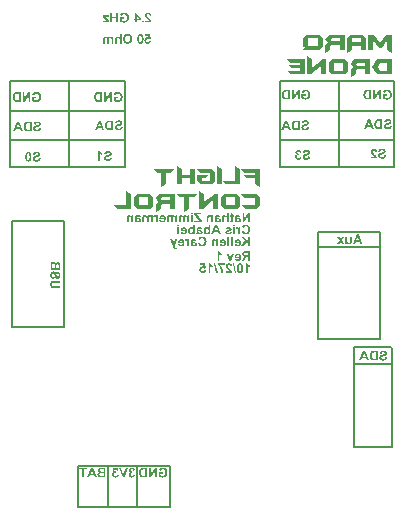
<source format=gbo>
G04 Layer_Color=32896*
%FSLAX24Y24*%
%MOIN*%
G70*
G01*
G75*
%ADD46C,0.0050*%
G36*
X-5509Y6743D02*
X-5497Y6741D01*
X-5486Y6739D01*
X-5477Y6737D01*
X-5473Y6736D01*
X-5469Y6735D01*
X-5466Y6734D01*
X-5463Y6733D01*
X-5462Y6732D01*
X-5460Y6732D01*
X-5459Y6731D01*
X-5459D01*
X-5450Y6727D01*
X-5442Y6722D01*
X-5435Y6716D01*
X-5429Y6711D01*
X-5425Y6707D01*
X-5422Y6703D01*
X-5420Y6700D01*
X-5419Y6700D01*
Y6699D01*
X-5414Y6691D01*
X-5411Y6683D01*
X-5409Y6675D01*
X-5408Y6668D01*
X-5407Y6662D01*
X-5406Y6658D01*
Y6656D01*
Y6654D01*
Y6654D01*
Y6653D01*
X-5406Y6646D01*
X-5407Y6640D01*
X-5408Y6634D01*
X-5410Y6628D01*
X-5415Y6616D01*
X-5421Y6607D01*
X-5423Y6603D01*
X-5426Y6599D01*
X-5428Y6596D01*
X-5430Y6593D01*
X-5432Y6592D01*
X-5433Y6590D01*
X-5434Y6589D01*
X-5435Y6589D01*
X-5439Y6585D01*
X-5444Y6582D01*
X-5449Y6579D01*
X-5455Y6576D01*
X-5467Y6571D01*
X-5479Y6566D01*
X-5485Y6564D01*
X-5490Y6562D01*
X-5495Y6561D01*
X-5499Y6560D01*
X-5502Y6559D01*
X-5505Y6558D01*
X-5507Y6557D01*
X-5507D01*
X-5515Y6555D01*
X-5521Y6554D01*
X-5527Y6552D01*
X-5533Y6551D01*
X-5537Y6549D01*
X-5542Y6549D01*
X-5545Y6547D01*
X-5548Y6546D01*
X-5551Y6546D01*
X-5554Y6545D01*
X-5557Y6544D01*
X-5559Y6543D01*
X-5559D01*
X-5565Y6541D01*
X-5570Y6538D01*
X-5574Y6536D01*
X-5577Y6534D01*
X-5579Y6532D01*
X-5581Y6531D01*
X-5582Y6530D01*
X-5582Y6529D01*
X-5585Y6526D01*
X-5586Y6523D01*
X-5587Y6519D01*
X-5588Y6517D01*
X-5589Y6514D01*
X-5589Y6512D01*
Y6510D01*
Y6510D01*
X-5589Y6503D01*
X-5587Y6498D01*
X-5584Y6492D01*
X-5581Y6488D01*
X-5578Y6484D01*
X-5576Y6481D01*
X-5574Y6479D01*
X-5573Y6479D01*
X-5566Y6475D01*
X-5559Y6471D01*
X-5551Y6469D01*
X-5544Y6468D01*
X-5537Y6467D01*
X-5531Y6466D01*
X-5526D01*
X-5516Y6466D01*
X-5506Y6468D01*
X-5499Y6470D01*
X-5492Y6473D01*
X-5486Y6476D01*
X-5482Y6478D01*
X-5480Y6480D01*
X-5479Y6481D01*
X-5473Y6487D01*
X-5469Y6494D01*
X-5464Y6502D01*
X-5462Y6510D01*
X-5459Y6517D01*
X-5457Y6522D01*
X-5457Y6524D01*
Y6526D01*
X-5457Y6527D01*
Y6527D01*
X-5394Y6521D01*
X-5395Y6512D01*
X-5397Y6502D01*
X-5400Y6494D01*
X-5402Y6486D01*
X-5405Y6478D01*
X-5408Y6471D01*
X-5412Y6465D01*
X-5415Y6460D01*
X-5418Y6455D01*
X-5421Y6451D01*
X-5424Y6447D01*
X-5427Y6444D01*
X-5429Y6442D01*
X-5431Y6440D01*
X-5432Y6439D01*
X-5432Y6439D01*
X-5439Y6434D01*
X-5445Y6430D01*
X-5453Y6426D01*
X-5461Y6423D01*
X-5468Y6421D01*
X-5476Y6418D01*
X-5491Y6415D01*
X-5498Y6414D01*
X-5505Y6413D01*
X-5510Y6412D01*
X-5515Y6412D01*
X-5519Y6411D01*
X-5525D01*
X-5540Y6412D01*
X-5554Y6413D01*
X-5566Y6415D01*
X-5571Y6416D01*
X-5576Y6417D01*
X-5580Y6418D01*
X-5584Y6419D01*
X-5587Y6420D01*
X-5590Y6421D01*
X-5592Y6422D01*
X-5593Y6422D01*
X-5594Y6423D01*
X-5595D01*
X-5605Y6428D01*
X-5613Y6433D01*
X-5621Y6439D01*
X-5627Y6445D01*
X-5632Y6450D01*
X-5635Y6455D01*
X-5637Y6458D01*
X-5638Y6458D01*
Y6458D01*
X-5643Y6468D01*
X-5647Y6476D01*
X-5650Y6485D01*
X-5652Y6494D01*
X-5653Y6500D01*
X-5653Y6503D01*
X-5654Y6506D01*
Y6507D01*
Y6509D01*
Y6510D01*
Y6510D01*
X-5653Y6521D01*
X-5652Y6531D01*
X-5650Y6540D01*
X-5647Y6547D01*
X-5645Y6553D01*
X-5643Y6557D01*
X-5641Y6560D01*
X-5641Y6561D01*
X-5636Y6568D01*
X-5630Y6575D01*
X-5624Y6580D01*
X-5618Y6585D01*
X-5613Y6589D01*
X-5609Y6592D01*
X-5606Y6593D01*
X-5606Y6594D01*
X-5605D01*
X-5601Y6596D01*
X-5596Y6598D01*
X-5585Y6603D01*
X-5573Y6606D01*
X-5562Y6610D01*
X-5557Y6611D01*
X-5552Y6613D01*
X-5548Y6614D01*
X-5544Y6615D01*
X-5541Y6616D01*
X-5538Y6616D01*
X-5536Y6617D01*
X-5536D01*
X-5528Y6619D01*
X-5520Y6621D01*
X-5513Y6623D01*
X-5507Y6625D01*
X-5502Y6627D01*
X-5497Y6628D01*
X-5493Y6630D01*
X-5489Y6632D01*
X-5486Y6633D01*
X-5483Y6634D01*
X-5481Y6635D01*
X-5480Y6636D01*
X-5477Y6638D01*
X-5477Y6638D01*
X-5474Y6641D01*
X-5471Y6645D01*
X-5470Y6648D01*
X-5469Y6651D01*
X-5468Y6653D01*
X-5468Y6656D01*
Y6657D01*
Y6658D01*
X-5468Y6662D01*
X-5469Y6666D01*
X-5471Y6670D01*
X-5473Y6672D01*
X-5475Y6675D01*
X-5476Y6676D01*
X-5477Y6677D01*
X-5478Y6677D01*
X-5484Y6682D01*
X-5491Y6684D01*
X-5499Y6687D01*
X-5506Y6688D01*
X-5512Y6689D01*
X-5517Y6689D01*
X-5521D01*
X-5531Y6689D01*
X-5539Y6688D01*
X-5546Y6686D01*
X-5552Y6684D01*
X-5556Y6682D01*
X-5560Y6680D01*
X-5561Y6679D01*
X-5562Y6678D01*
X-5566Y6674D01*
X-5571Y6668D01*
X-5574Y6663D01*
X-5576Y6657D01*
X-5578Y6652D01*
X-5579Y6647D01*
X-5580Y6644D01*
Y6644D01*
Y6643D01*
X-5645Y6646D01*
X-5644Y6654D01*
X-5643Y6661D01*
X-5641Y6669D01*
X-5639Y6675D01*
X-5636Y6682D01*
X-5633Y6688D01*
X-5631Y6693D01*
X-5628Y6698D01*
X-5625Y6702D01*
X-5622Y6706D01*
X-5619Y6709D01*
X-5617Y6712D01*
X-5615Y6713D01*
X-5614Y6715D01*
X-5613Y6716D01*
X-5612Y6716D01*
X-5606Y6721D01*
X-5600Y6725D01*
X-5593Y6729D01*
X-5585Y6732D01*
X-5578Y6734D01*
X-5571Y6737D01*
X-5556Y6740D01*
X-5549Y6741D01*
X-5543Y6742D01*
X-5537Y6742D01*
X-5532Y6743D01*
X-5528Y6743D01*
X-5522D01*
X-5509Y6743D01*
D02*
G37*
G36*
X6299Y9042D02*
X6132Y9131D01*
Y9444D01*
X5961Y9188D01*
X5855D01*
X5682Y9444D01*
Y9128D01*
X5515D01*
Y9640D01*
X5698D01*
X5908Y9345D01*
X6118Y9640D01*
X6299D01*
Y9042D01*
D02*
G37*
G36*
X3998Y9522D02*
Y9245D01*
X3881Y9128D01*
X3560D01*
X3535Y9154D01*
X3512Y9128D01*
X3301D01*
X3451Y9238D01*
X3342D01*
Y9522D01*
X3461Y9640D01*
X3881D01*
X3998Y9522D01*
D02*
G37*
G36*
X4728Y9128D02*
X4561D01*
Y9294D01*
X4289D01*
X4247Y9254D01*
Y9131D01*
X4080Y9042D01*
Y9281D01*
X4166Y9365D01*
X4080Y9478D01*
X4197Y9640D01*
X4728D01*
Y9128D01*
D02*
G37*
G36*
X-2608Y10373D02*
X-2593Y10371D01*
X-2587Y10370D01*
X-2580Y10368D01*
X-2574Y10367D01*
X-2569Y10365D01*
X-2564Y10364D01*
X-2560Y10362D01*
X-2557Y10361D01*
X-2553Y10360D01*
X-2551Y10358D01*
X-2549Y10358D01*
X-2548Y10357D01*
X-2548D01*
X-2534Y10349D01*
X-2528Y10344D01*
X-2522Y10339D01*
X-2516Y10334D01*
X-2511Y10329D01*
X-2506Y10324D01*
X-2502Y10319D01*
X-2499Y10315D01*
X-2496Y10310D01*
X-2493Y10307D01*
X-2491Y10303D01*
X-2489Y10301D01*
X-2488Y10299D01*
X-2487Y10297D01*
X-2487Y10297D01*
X-2483Y10290D01*
X-2480Y10282D01*
X-2475Y10267D01*
X-2471Y10252D01*
X-2469Y10238D01*
X-2468Y10232D01*
X-2467Y10226D01*
X-2467Y10221D01*
Y10217D01*
X-2466Y10213D01*
Y10211D01*
Y10209D01*
Y10208D01*
X-2467Y10191D01*
X-2469Y10176D01*
X-2472Y10161D01*
X-2473Y10154D01*
X-2475Y10148D01*
X-2477Y10143D01*
X-2479Y10138D01*
X-2480Y10133D01*
X-2482Y10130D01*
X-2483Y10127D01*
X-2484Y10125D01*
X-2485Y10123D01*
Y10123D01*
X-2492Y10109D01*
X-2501Y10097D01*
X-2510Y10086D01*
X-2520Y10078D01*
X-2524Y10074D01*
X-2528Y10071D01*
X-2531Y10068D01*
X-2534Y10066D01*
X-2537Y10065D01*
X-2539Y10063D01*
X-2540Y10063D01*
X-2540Y10062D01*
X-2548Y10059D01*
X-2555Y10055D01*
X-2570Y10050D01*
X-2585Y10047D01*
X-2598Y10044D01*
X-2605Y10043D01*
X-2610Y10042D01*
X-2615Y10042D01*
X-2620D01*
X-2623Y10042D01*
X-2628D01*
X-2643Y10042D01*
X-2657Y10044D01*
X-2670Y10046D01*
X-2682Y10049D01*
X-2687Y10050D01*
X-2692Y10052D01*
X-2696Y10053D01*
X-2699Y10054D01*
X-2702Y10055D01*
X-2704Y10056D01*
X-2705Y10056D01*
X-2706D01*
X-2720Y10062D01*
X-2731Y10068D01*
X-2741Y10074D01*
X-2750Y10079D01*
X-2757Y10084D01*
X-2759Y10085D01*
X-2761Y10087D01*
X-2763Y10089D01*
X-2764Y10090D01*
X-2765Y10091D01*
Y10219D01*
X-2626D01*
Y10165D01*
X-2700D01*
Y10124D01*
X-2694Y10120D01*
X-2688Y10116D01*
X-2682Y10113D01*
X-2677Y10110D01*
X-2672Y10108D01*
X-2668Y10106D01*
X-2666Y10105D01*
X-2665Y10104D01*
X-2665D01*
X-2657Y10102D01*
X-2650Y10100D01*
X-2643Y10098D01*
X-2637Y10097D01*
X-2631Y10097D01*
X-2628Y10097D01*
X-2624D01*
X-2617Y10097D01*
X-2609Y10098D01*
X-2603Y10099D01*
X-2596Y10101D01*
X-2585Y10106D01*
X-2580Y10108D01*
X-2576Y10111D01*
X-2571Y10114D01*
X-2568Y10116D01*
X-2565Y10119D01*
X-2562Y10121D01*
X-2560Y10122D01*
X-2559Y10124D01*
X-2558Y10125D01*
X-2558Y10125D01*
X-2553Y10131D01*
X-2549Y10137D01*
X-2546Y10144D01*
X-2543Y10151D01*
X-2539Y10165D01*
X-2536Y10179D01*
X-2535Y10185D01*
X-2534Y10192D01*
X-2534Y10197D01*
X-2533Y10202D01*
X-2533Y10206D01*
Y10209D01*
Y10211D01*
Y10211D01*
X-2533Y10221D01*
X-2534Y10230D01*
X-2535Y10238D01*
X-2536Y10246D01*
X-2538Y10253D01*
X-2540Y10260D01*
X-2543Y10266D01*
X-2545Y10271D01*
X-2547Y10276D01*
X-2549Y10280D01*
X-2552Y10283D01*
X-2553Y10286D01*
X-2555Y10288D01*
X-2556Y10290D01*
X-2557Y10291D01*
X-2557Y10291D01*
X-2562Y10296D01*
X-2567Y10300D01*
X-2573Y10303D01*
X-2578Y10307D01*
X-2584Y10310D01*
X-2589Y10312D01*
X-2600Y10315D01*
X-2605Y10316D01*
X-2610Y10317D01*
X-2614Y10317D01*
X-2618Y10318D01*
X-2620Y10318D01*
X-2625D01*
X-2635Y10318D01*
X-2643Y10316D01*
X-2651Y10314D01*
X-2658Y10311D01*
X-2663Y10309D01*
X-2668Y10307D01*
X-2670Y10305D01*
X-2671Y10304D01*
X-2677Y10299D01*
X-2683Y10293D01*
X-2687Y10287D01*
X-2691Y10281D01*
X-2693Y10275D01*
X-2695Y10271D01*
X-2696Y10268D01*
X-2697Y10268D01*
Y10267D01*
X-2761Y10279D01*
X-2759Y10287D01*
X-2756Y10295D01*
X-2753Y10302D01*
X-2750Y10309D01*
X-2747Y10315D01*
X-2743Y10321D01*
X-2739Y10326D01*
X-2735Y10330D01*
X-2732Y10334D01*
X-2729Y10338D01*
X-2726Y10341D01*
X-2723Y10344D01*
X-2721Y10346D01*
X-2719Y10347D01*
X-2718Y10348D01*
X-2717Y10348D01*
X-2711Y10353D01*
X-2704Y10357D01*
X-2697Y10360D01*
X-2689Y10363D01*
X-2674Y10367D01*
X-2659Y10370D01*
X-2652Y10371D01*
X-2645Y10372D01*
X-2639Y10372D01*
X-2634Y10373D01*
X-2630Y10373D01*
X-2625D01*
X-2608Y10373D01*
D02*
G37*
G36*
X5984Y6496D02*
X5863D01*
X5851Y6497D01*
X5839Y6497D01*
X5829Y6498D01*
X5821Y6499D01*
X5815Y6501D01*
X5810Y6502D01*
X5809Y6502D01*
X5807D01*
X5807Y6503D01*
X5806D01*
X5796Y6506D01*
X5787Y6510D01*
X5779Y6515D01*
X5773Y6519D01*
X5768Y6522D01*
X5764Y6525D01*
X5762Y6527D01*
X5761Y6528D01*
X5753Y6537D01*
X5746Y6546D01*
X5740Y6556D01*
X5736Y6564D01*
X5732Y6573D01*
X5730Y6576D01*
X5729Y6579D01*
X5728Y6582D01*
X5727Y6583D01*
X5727Y6584D01*
Y6585D01*
X5724Y6596D01*
X5721Y6607D01*
X5719Y6618D01*
X5718Y6629D01*
X5718Y6634D01*
X5717Y6639D01*
Y6643D01*
X5717Y6646D01*
Y6649D01*
Y6651D01*
Y6652D01*
Y6653D01*
X5717Y6669D01*
X5718Y6683D01*
X5719Y6690D01*
X5720Y6696D01*
X5721Y6702D01*
X5722Y6707D01*
X5723Y6712D01*
X5724Y6716D01*
X5725Y6720D01*
X5725Y6722D01*
X5726Y6725D01*
X5727Y6727D01*
X5727Y6728D01*
Y6728D01*
X5731Y6739D01*
X5737Y6749D01*
X5742Y6758D01*
X5747Y6765D01*
X5751Y6771D01*
X5755Y6776D01*
X5757Y6779D01*
X5757Y6780D01*
X5758D01*
X5766Y6787D01*
X5773Y6793D01*
X5782Y6798D01*
X5789Y6802D01*
X5796Y6806D01*
X5801Y6808D01*
X5803Y6808D01*
X5804Y6809D01*
X5805Y6809D01*
X5806D01*
X5815Y6812D01*
X5824Y6813D01*
X5834Y6814D01*
X5844Y6815D01*
X5853Y6815D01*
X5857Y6816D01*
X5984D01*
Y6496D01*
D02*
G37*
G36*
X-2080Y10165D02*
Y10112D01*
X-2212D01*
Y10048D01*
X-2271D01*
Y10112D01*
X-2310D01*
Y10165D01*
X-2271D01*
Y10369D01*
X-2219D01*
X-2080Y10165D01*
D02*
G37*
G36*
X-1980Y10048D02*
X-2041D01*
Y10109D01*
X-1980D01*
Y10048D01*
D02*
G37*
G36*
X5430Y9524D02*
Y9128D01*
X5263Y9127D01*
Y9270D01*
X4980D01*
Y9130D01*
X4812Y9042D01*
Y9524D01*
X4930Y9640D01*
X5313D01*
X5430Y9524D01*
D02*
G37*
G36*
X6299Y8313D02*
X5789D01*
X5644Y8569D01*
X5789Y8826D01*
X6299D01*
Y8313D01*
D02*
G37*
G36*
X3647Y8823D02*
Y8532D01*
X3994Y8826D01*
X4112D01*
Y8315D01*
X3945Y8314D01*
Y8603D01*
X3606Y8314D01*
X3480D01*
Y8914D01*
X3647Y8823D01*
D02*
G37*
G36*
X-1740Y9488D02*
X-1789Y9481D01*
X-1793Y9485D01*
X-1797Y9489D01*
X-1802Y9492D01*
X-1806Y9495D01*
X-1814Y9499D01*
X-1821Y9502D01*
X-1827Y9503D01*
X-1832Y9504D01*
X-1834Y9504D01*
X-1837D01*
X-1844Y9504D01*
X-1851Y9502D01*
X-1857Y9500D01*
X-1862Y9497D01*
X-1866Y9494D01*
X-1869Y9491D01*
X-1871Y9490D01*
X-1871Y9489D01*
X-1876Y9483D01*
X-1879Y9476D01*
X-1882Y9469D01*
X-1883Y9461D01*
X-1884Y9455D01*
X-1885Y9450D01*
Y9447D01*
Y9446D01*
Y9445D01*
Y9445D01*
X-1884Y9434D01*
X-1883Y9424D01*
X-1881Y9416D01*
X-1878Y9410D01*
X-1875Y9404D01*
X-1874Y9400D01*
X-1872Y9398D01*
X-1871Y9398D01*
X-1866Y9392D01*
X-1861Y9388D01*
X-1855Y9386D01*
X-1850Y9384D01*
X-1845Y9383D01*
X-1842Y9382D01*
X-1839Y9382D01*
X-1839D01*
X-1833Y9382D01*
X-1827Y9384D01*
X-1821Y9386D01*
X-1817Y9388D01*
X-1814Y9390D01*
X-1811Y9392D01*
X-1809Y9393D01*
X-1809Y9394D01*
X-1804Y9399D01*
X-1801Y9404D01*
X-1798Y9410D01*
X-1796Y9415D01*
X-1795Y9419D01*
X-1794Y9423D01*
X-1793Y9426D01*
Y9427D01*
X-1732Y9420D01*
X-1734Y9413D01*
X-1735Y9406D01*
X-1740Y9393D01*
X-1745Y9382D01*
X-1748Y9378D01*
X-1751Y9373D01*
X-1754Y9369D01*
X-1756Y9366D01*
X-1759Y9363D01*
X-1760Y9361D01*
X-1762Y9359D01*
X-1764Y9357D01*
X-1765Y9357D01*
X-1765Y9356D01*
X-1771Y9352D01*
X-1776Y9349D01*
X-1782Y9345D01*
X-1788Y9343D01*
X-1801Y9338D01*
X-1812Y9336D01*
X-1817Y9335D01*
X-1822Y9334D01*
X-1827Y9334D01*
X-1830Y9333D01*
X-1833Y9333D01*
X-1838D01*
X-1848Y9333D01*
X-1857Y9335D01*
X-1866Y9337D01*
X-1875Y9339D01*
X-1882Y9343D01*
X-1889Y9346D01*
X-1896Y9350D01*
X-1902Y9354D01*
X-1907Y9358D01*
X-1912Y9362D01*
X-1916Y9365D01*
X-1919Y9368D01*
X-1921Y9371D01*
X-1923Y9373D01*
X-1924Y9374D01*
X-1924Y9375D01*
X-1929Y9381D01*
X-1932Y9387D01*
X-1935Y9393D01*
X-1938Y9399D01*
X-1942Y9411D01*
X-1945Y9423D01*
X-1946Y9427D01*
X-1946Y9432D01*
X-1947Y9436D01*
Y9440D01*
X-1948Y9442D01*
Y9444D01*
Y9446D01*
Y9446D01*
X-1947Y9455D01*
X-1946Y9463D01*
X-1945Y9471D01*
X-1943Y9478D01*
X-1941Y9485D01*
X-1938Y9491D01*
X-1936Y9497D01*
X-1933Y9502D01*
X-1930Y9507D01*
X-1928Y9511D01*
X-1925Y9515D01*
X-1924Y9518D01*
X-1922Y9520D01*
X-1920Y9522D01*
X-1919Y9523D01*
X-1919Y9523D01*
X-1913Y9528D01*
X-1908Y9533D01*
X-1902Y9537D01*
X-1896Y9541D01*
X-1890Y9544D01*
X-1884Y9546D01*
X-1874Y9550D01*
X-1869Y9551D01*
X-1864Y9552D01*
X-1860Y9552D01*
X-1857Y9553D01*
X-1854Y9553D01*
X-1850D01*
X-1842Y9553D01*
X-1834Y9551D01*
X-1827Y9550D01*
X-1821Y9548D01*
X-1815Y9546D01*
X-1811Y9544D01*
X-1809Y9543D01*
X-1808Y9543D01*
X-1808D01*
X-1817Y9597D01*
X-1933D01*
Y9654D01*
X-1771D01*
X-1740Y9488D01*
D02*
G37*
G36*
X3398Y8313D02*
X2922D01*
X2806Y8441D01*
X3231D01*
Y8511D01*
X2967D01*
X2860Y8629D01*
X3231D01*
Y8698D01*
X2903D01*
X2789Y8826D01*
X3398D01*
Y8313D01*
D02*
G37*
G36*
X-5709Y6417D02*
X-5830D01*
X-5842Y6418D01*
X-5854Y6418D01*
X-5864Y6419D01*
X-5871Y6421D01*
X-5878Y6422D01*
X-5883Y6423D01*
X-5884Y6423D01*
X-5886D01*
X-5886Y6424D01*
X-5887D01*
X-5897Y6427D01*
X-5906Y6432D01*
X-5913Y6436D01*
X-5920Y6440D01*
X-5925Y6444D01*
X-5929Y6446D01*
X-5931Y6448D01*
X-5932Y6449D01*
X-5940Y6458D01*
X-5947Y6467D01*
X-5953Y6477D01*
X-5957Y6486D01*
X-5961Y6494D01*
X-5963Y6497D01*
X-5964Y6500D01*
X-5965Y6503D01*
X-5966Y6505D01*
X-5966Y6506D01*
Y6506D01*
X-5969Y6517D01*
X-5972Y6529D01*
X-5974Y6540D01*
X-5975Y6550D01*
X-5975Y6555D01*
X-5976Y6560D01*
Y6564D01*
X-5976Y6567D01*
Y6570D01*
Y6572D01*
Y6573D01*
Y6574D01*
X-5976Y6590D01*
X-5974Y6604D01*
X-5974Y6611D01*
X-5973Y6617D01*
X-5972Y6623D01*
X-5971Y6628D01*
X-5970Y6633D01*
X-5969Y6637D01*
X-5968Y6641D01*
X-5968Y6644D01*
X-5967Y6646D01*
X-5966Y6648D01*
X-5966Y6649D01*
Y6649D01*
X-5961Y6660D01*
X-5956Y6671D01*
X-5951Y6679D01*
X-5946Y6687D01*
X-5942Y6693D01*
X-5938Y6697D01*
X-5936Y6700D01*
X-5936Y6701D01*
X-5935D01*
X-5927Y6708D01*
X-5919Y6714D01*
X-5911Y6719D01*
X-5904Y6724D01*
X-5897Y6727D01*
X-5892Y6729D01*
X-5890Y6730D01*
X-5889Y6730D01*
X-5888Y6731D01*
X-5887D01*
X-5878Y6733D01*
X-5869Y6734D01*
X-5858Y6736D01*
X-5849Y6736D01*
X-5840Y6737D01*
X-5836Y6737D01*
X-5709D01*
Y6417D01*
D02*
G37*
G36*
X-5998D02*
X-6067D01*
X-6093Y6490D01*
X-6222D01*
X-6249Y6417D01*
X-6319D01*
X-6191Y6737D01*
X-6122D01*
X-5998Y6417D01*
D02*
G37*
G36*
X4845Y8709D02*
Y8431D01*
X4728Y8314D01*
X4308D01*
X4189Y8432D01*
Y8708D01*
X4308Y8826D01*
X4728D01*
X4845Y8709D01*
D02*
G37*
G36*
X5575Y8314D02*
X5408D01*
Y8480D01*
X5136D01*
X5094Y8440D01*
Y8317D01*
X4927Y8228D01*
Y8467D01*
X5013Y8551D01*
X4927Y8665D01*
X5044Y8826D01*
X5575D01*
Y8314D01*
D02*
G37*
G36*
X872Y2020D02*
X879Y2020D01*
X894Y2017D01*
X906Y2014D01*
X911Y2012D01*
X916Y2009D01*
X921Y2008D01*
X925Y2005D01*
X928Y2003D01*
X931Y2002D01*
X934Y2000D01*
X935Y1999D01*
X936Y1999D01*
X936Y1998D01*
X941Y1994D01*
X946Y1989D01*
X950Y1984D01*
X954Y1978D01*
X959Y1965D01*
X964Y1954D01*
X965Y1948D01*
X967Y1943D01*
X968Y1938D01*
X969Y1934D01*
X970Y1930D01*
Y1928D01*
X970Y1926D01*
Y1926D01*
X909Y1920D01*
X908Y1929D01*
X906Y1937D01*
X904Y1944D01*
X902Y1949D01*
X900Y1953D01*
X898Y1956D01*
X897Y1958D01*
X897Y1958D01*
X892Y1962D01*
X887Y1965D01*
X882Y1967D01*
X877Y1968D01*
X873Y1969D01*
X869Y1970D01*
X866D01*
X859Y1969D01*
X853Y1968D01*
X848Y1966D01*
X843Y1964D01*
X840Y1962D01*
X837Y1960D01*
X836Y1959D01*
X835Y1959D01*
X831Y1954D01*
X829Y1949D01*
X827Y1944D01*
X825Y1939D01*
X825Y1934D01*
X824Y1930D01*
Y1928D01*
Y1927D01*
Y1927D01*
X825Y1920D01*
X826Y1913D01*
X828Y1907D01*
X831Y1901D01*
X833Y1896D01*
X835Y1893D01*
X837Y1890D01*
X837Y1889D01*
X839Y1886D01*
X842Y1883D01*
X845Y1879D01*
X849Y1875D01*
X857Y1867D01*
X866Y1858D01*
X874Y1850D01*
X878Y1846D01*
X881Y1843D01*
X884Y1840D01*
X886Y1838D01*
X887Y1837D01*
X888Y1837D01*
X897Y1828D01*
X905Y1820D01*
X913Y1812D01*
X920Y1805D01*
X927Y1798D01*
X932Y1791D01*
X937Y1786D01*
X941Y1780D01*
X945Y1776D01*
X948Y1771D01*
X951Y1768D01*
X953Y1765D01*
X955Y1763D01*
X956Y1761D01*
X957Y1760D01*
Y1760D01*
X963Y1749D01*
X967Y1738D01*
X971Y1728D01*
X974Y1719D01*
X976Y1710D01*
X976Y1707D01*
X977Y1704D01*
X977Y1702D01*
X977Y1700D01*
Y1699D01*
Y1699D01*
X763D01*
Y1756D01*
X885D01*
X881Y1762D01*
X877Y1767D01*
X875Y1769D01*
X873Y1771D01*
X873Y1772D01*
X872Y1772D01*
X870Y1774D01*
X868Y1777D01*
X863Y1782D01*
X857Y1788D01*
X851Y1794D01*
X845Y1799D01*
X840Y1804D01*
X838Y1806D01*
X837Y1807D01*
X836Y1807D01*
X835Y1808D01*
X825Y1818D01*
X817Y1826D01*
X810Y1833D01*
X804Y1838D01*
X800Y1843D01*
X797Y1846D01*
X795Y1849D01*
X795Y1849D01*
X789Y1857D01*
X784Y1864D01*
X780Y1871D01*
X776Y1877D01*
X774Y1882D01*
X772Y1886D01*
X771Y1889D01*
X770Y1890D01*
X768Y1897D01*
X766Y1905D01*
X764Y1911D01*
X764Y1918D01*
X763Y1923D01*
X763Y1927D01*
Y1930D01*
Y1931D01*
X763Y1938D01*
X764Y1945D01*
X765Y1951D01*
X767Y1957D01*
X771Y1968D01*
X776Y1977D01*
X779Y1981D01*
X781Y1984D01*
X783Y1988D01*
X786Y1990D01*
X788Y1992D01*
X788Y1994D01*
X789Y1994D01*
X790Y1995D01*
X795Y1999D01*
X801Y2003D01*
X807Y2007D01*
X813Y2009D01*
X825Y2014D01*
X837Y2017D01*
X843Y2018D01*
X848Y2019D01*
X852Y2020D01*
X856Y2020D01*
X860Y2020D01*
X864D01*
X872Y2020D01*
D02*
G37*
G36*
X1575Y2099D02*
X1510D01*
Y2232D01*
X1489D01*
X1483Y2232D01*
X1477Y2231D01*
X1473Y2230D01*
X1469Y2230D01*
X1467Y2229D01*
X1465Y2228D01*
X1465D01*
X1461Y2227D01*
X1457Y2225D01*
X1454Y2222D01*
X1451Y2221D01*
X1449Y2218D01*
X1447Y2216D01*
X1446Y2215D01*
X1445Y2215D01*
X1444Y2213D01*
X1441Y2210D01*
X1436Y2203D01*
X1431Y2196D01*
X1425Y2188D01*
X1420Y2180D01*
X1417Y2177D01*
X1415Y2174D01*
X1414Y2172D01*
X1412Y2170D01*
X1412Y2168D01*
X1411Y2168D01*
X1365Y2099D01*
X1287D01*
X1327Y2161D01*
X1331Y2167D01*
X1335Y2174D01*
X1339Y2179D01*
X1342Y2185D01*
X1346Y2189D01*
X1348Y2194D01*
X1354Y2201D01*
X1358Y2206D01*
X1361Y2210D01*
X1363Y2212D01*
X1364Y2213D01*
X1369Y2218D01*
X1375Y2223D01*
X1380Y2227D01*
X1386Y2232D01*
X1390Y2235D01*
X1394Y2237D01*
X1397Y2239D01*
X1397Y2240D01*
X1398D01*
X1390Y2241D01*
X1383Y2243D01*
X1377Y2245D01*
X1370Y2247D01*
X1365Y2249D01*
X1360Y2252D01*
X1354Y2254D01*
X1350Y2257D01*
X1347Y2259D01*
X1343Y2261D01*
X1341Y2264D01*
X1339Y2265D01*
X1337Y2267D01*
X1335Y2268D01*
X1335Y2269D01*
X1335Y2269D01*
X1331Y2274D01*
X1328Y2278D01*
X1322Y2288D01*
X1318Y2298D01*
X1316Y2308D01*
X1314Y2316D01*
X1314Y2319D01*
Y2323D01*
X1313Y2325D01*
Y2327D01*
Y2328D01*
Y2329D01*
X1314Y2339D01*
X1316Y2349D01*
X1318Y2357D01*
X1320Y2364D01*
X1323Y2370D01*
X1325Y2375D01*
X1326Y2376D01*
X1327Y2378D01*
X1328Y2378D01*
Y2379D01*
X1333Y2386D01*
X1339Y2393D01*
X1345Y2398D01*
X1351Y2403D01*
X1357Y2405D01*
X1361Y2408D01*
X1364Y2409D01*
X1364Y2410D01*
X1365D01*
X1369Y2411D01*
X1374Y2412D01*
X1386Y2415D01*
X1398Y2416D01*
X1410Y2417D01*
X1416D01*
X1421Y2418D01*
X1426D01*
X1431Y2418D01*
X1575D01*
Y2099D01*
D02*
G37*
G36*
X1489Y2010D02*
X1495Y2000D01*
X1501Y1991D01*
X1508Y1984D01*
X1513Y1978D01*
X1518Y1973D01*
X1520Y1971D01*
X1522Y1970D01*
X1523Y1969D01*
X1523Y1969D01*
X1533Y1961D01*
X1543Y1955D01*
X1552Y1950D01*
X1560Y1946D01*
X1566Y1943D01*
X1571Y1941D01*
X1572Y1941D01*
X1574Y1940D01*
X1574Y1940D01*
X1575D01*
Y1884D01*
X1558Y1891D01*
X1543Y1898D01*
X1536Y1901D01*
X1530Y1905D01*
X1524Y1909D01*
X1518Y1913D01*
X1513Y1917D01*
X1509Y1920D01*
X1505Y1923D01*
X1502Y1925D01*
X1499Y1928D01*
X1497Y1929D01*
X1496Y1930D01*
X1496Y1930D01*
Y1699D01*
X1434D01*
Y2020D01*
X1484D01*
X1489Y2010D01*
D02*
G37*
G36*
X91Y1848D02*
X42Y1841D01*
X38Y1845D01*
X34Y1849D01*
X29Y1852D01*
X25Y1855D01*
X17Y1859D01*
X10Y1862D01*
X4Y1863D01*
X-1Y1864D01*
X-3Y1864D01*
X-6D01*
X-13Y1864D01*
X-20Y1862D01*
X-26Y1860D01*
X-31Y1857D01*
X-35Y1854D01*
X-38Y1851D01*
X-40Y1850D01*
X-40Y1849D01*
X-45Y1843D01*
X-48Y1836D01*
X-51Y1829D01*
X-52Y1821D01*
X-53Y1815D01*
X-54Y1810D01*
Y1807D01*
Y1806D01*
Y1805D01*
Y1805D01*
X-53Y1794D01*
X-52Y1784D01*
X-50Y1776D01*
X-47Y1770D01*
X-45Y1764D01*
X-43Y1760D01*
X-41Y1759D01*
X-40Y1758D01*
X-35Y1753D01*
X-30Y1748D01*
X-24Y1746D01*
X-19Y1744D01*
X-14Y1743D01*
X-11Y1742D01*
X-8Y1742D01*
X-8D01*
X-2Y1742D01*
X4Y1744D01*
X10Y1746D01*
X14Y1748D01*
X17Y1750D01*
X20Y1752D01*
X22Y1753D01*
X22Y1754D01*
X27Y1759D01*
X30Y1764D01*
X33Y1770D01*
X35Y1775D01*
X36Y1779D01*
X37Y1783D01*
X38Y1786D01*
Y1787D01*
X99Y1780D01*
X97Y1773D01*
X96Y1766D01*
X91Y1753D01*
X86Y1742D01*
X83Y1738D01*
X80Y1733D01*
X77Y1729D01*
X75Y1726D01*
X72Y1723D01*
X71Y1721D01*
X69Y1719D01*
X67Y1717D01*
X66Y1717D01*
X66Y1716D01*
X60Y1712D01*
X55Y1709D01*
X49Y1705D01*
X43Y1703D01*
X30Y1698D01*
X19Y1696D01*
X14Y1695D01*
X9Y1694D01*
X4Y1694D01*
X1Y1693D01*
X-2Y1693D01*
X-7D01*
X-17Y1693D01*
X-26Y1695D01*
X-35Y1697D01*
X-44Y1699D01*
X-51Y1703D01*
X-58Y1706D01*
X-65Y1710D01*
X-71Y1714D01*
X-76Y1718D01*
X-81Y1722D01*
X-85Y1725D01*
X-88Y1728D01*
X-90Y1731D01*
X-92Y1733D01*
X-93Y1734D01*
X-93Y1735D01*
X-98Y1741D01*
X-101Y1747D01*
X-104Y1753D01*
X-107Y1759D01*
X-111Y1771D01*
X-114Y1783D01*
X-115Y1787D01*
X-115Y1792D01*
X-116Y1796D01*
Y1800D01*
X-117Y1802D01*
Y1804D01*
Y1806D01*
Y1806D01*
X-116Y1815D01*
X-115Y1823D01*
X-114Y1831D01*
X-112Y1838D01*
X-110Y1845D01*
X-107Y1851D01*
X-105Y1857D01*
X-102Y1862D01*
X-99Y1867D01*
X-97Y1871D01*
X-94Y1875D01*
X-93Y1878D01*
X-91Y1880D01*
X-89Y1882D01*
X-88Y1883D01*
X-88Y1883D01*
X-82Y1888D01*
X-77Y1893D01*
X-71Y1897D01*
X-65Y1901D01*
X-59Y1904D01*
X-53Y1906D01*
X-43Y1910D01*
X-38Y1911D01*
X-33Y1912D01*
X-29Y1912D01*
X-26Y1913D01*
X-23Y1913D01*
X-19D01*
X-11Y1913D01*
X-3Y1911D01*
X4Y1910D01*
X10Y1908D01*
X16Y1906D01*
X20Y1905D01*
X22Y1903D01*
X23Y1903D01*
X23D01*
X14Y1957D01*
X-102D01*
Y2014D01*
X60D01*
X91Y1848D01*
D02*
G37*
G36*
X6184Y6821D02*
X6196Y6820D01*
X6207Y6818D01*
X6216Y6816D01*
X6220Y6815D01*
X6224Y6814D01*
X6227Y6813D01*
X6229Y6812D01*
X6231Y6811D01*
X6233Y6811D01*
X6234Y6810D01*
X6234D01*
X6243Y6806D01*
X6251Y6801D01*
X6258Y6795D01*
X6264Y6790D01*
X6268Y6785D01*
X6271Y6782D01*
X6273Y6779D01*
X6274Y6778D01*
Y6778D01*
X6278Y6770D01*
X6282Y6762D01*
X6284Y6754D01*
X6285Y6747D01*
X6286Y6741D01*
X6287Y6736D01*
Y6734D01*
Y6733D01*
Y6733D01*
Y6732D01*
X6287Y6725D01*
X6286Y6718D01*
X6284Y6712D01*
X6283Y6706D01*
X6278Y6695D01*
X6272Y6685D01*
X6270Y6681D01*
X6267Y6678D01*
X6265Y6675D01*
X6263Y6672D01*
X6261Y6670D01*
X6259Y6669D01*
X6259Y6668D01*
X6258Y6667D01*
X6254Y6664D01*
X6249Y6661D01*
X6244Y6658D01*
X6238Y6655D01*
X6226Y6649D01*
X6214Y6645D01*
X6208Y6643D01*
X6203Y6641D01*
X6198Y6640D01*
X6194Y6638D01*
X6191Y6637D01*
X6188Y6637D01*
X6186Y6636D01*
X6186D01*
X6178Y6634D01*
X6172Y6632D01*
X6166Y6631D01*
X6160Y6630D01*
X6156Y6628D01*
X6151Y6627D01*
X6148Y6626D01*
X6144Y6625D01*
X6142Y6625D01*
X6139Y6624D01*
X6136Y6623D01*
X6134Y6622D01*
X6134D01*
X6128Y6619D01*
X6123Y6617D01*
X6119Y6615D01*
X6116Y6612D01*
X6113Y6611D01*
X6112Y6609D01*
X6111Y6608D01*
X6111Y6608D01*
X6108Y6605D01*
X6107Y6601D01*
X6106Y6598D01*
X6105Y6595D01*
X6104Y6593D01*
X6104Y6590D01*
Y6589D01*
Y6588D01*
X6104Y6582D01*
X6106Y6576D01*
X6109Y6571D01*
X6112Y6566D01*
X6115Y6563D01*
X6117Y6560D01*
X6119Y6558D01*
X6120Y6558D01*
X6126Y6553D01*
X6134Y6550D01*
X6142Y6548D01*
X6149Y6546D01*
X6156Y6546D01*
X6162Y6545D01*
X6167D01*
X6177Y6545D01*
X6186Y6547D01*
X6194Y6549D01*
X6201Y6552D01*
X6207Y6555D01*
X6211Y6557D01*
X6213Y6559D01*
X6214Y6559D01*
X6220Y6566D01*
X6224Y6573D01*
X6229Y6581D01*
X6231Y6588D01*
X6234Y6595D01*
X6235Y6601D01*
X6236Y6603D01*
Y6605D01*
X6236Y6606D01*
Y6606D01*
X6299Y6600D01*
X6298Y6590D01*
X6296Y6581D01*
X6293Y6572D01*
X6291Y6564D01*
X6288Y6557D01*
X6284Y6550D01*
X6281Y6544D01*
X6278Y6539D01*
X6275Y6534D01*
X6271Y6530D01*
X6269Y6526D01*
X6266Y6523D01*
X6264Y6521D01*
X6262Y6519D01*
X6261Y6518D01*
X6261Y6518D01*
X6254Y6513D01*
X6247Y6509D01*
X6240Y6505D01*
X6232Y6502D01*
X6225Y6499D01*
X6217Y6497D01*
X6202Y6494D01*
X6195Y6492D01*
X6188Y6491D01*
X6183Y6491D01*
X6178Y6491D01*
X6174Y6490D01*
X6168D01*
X6153Y6491D01*
X6139Y6492D01*
X6127Y6494D01*
X6122Y6495D01*
X6117Y6496D01*
X6113Y6497D01*
X6109Y6498D01*
X6106Y6499D01*
X6103Y6500D01*
X6101Y6501D01*
X6100Y6501D01*
X6099Y6502D01*
X6098D01*
X6088Y6507D01*
X6080Y6512D01*
X6072Y6518D01*
X6066Y6524D01*
X6061Y6529D01*
X6058Y6533D01*
X6056Y6536D01*
X6055Y6537D01*
Y6537D01*
X6050Y6546D01*
X6046Y6555D01*
X6043Y6564D01*
X6041Y6572D01*
X6040Y6579D01*
X6040Y6582D01*
X6039Y6584D01*
Y6586D01*
Y6588D01*
Y6588D01*
Y6589D01*
X6040Y6600D01*
X6041Y6610D01*
X6043Y6618D01*
X6046Y6626D01*
X6048Y6632D01*
X6050Y6636D01*
X6052Y6639D01*
X6052Y6640D01*
X6057Y6647D01*
X6063Y6654D01*
X6069Y6659D01*
X6075Y6664D01*
X6080Y6667D01*
X6084Y6670D01*
X6087Y6672D01*
X6087Y6673D01*
X6088D01*
X6092Y6675D01*
X6097Y6677D01*
X6108Y6681D01*
X6119Y6685D01*
X6131Y6689D01*
X6136Y6690D01*
X6141Y6691D01*
X6145Y6693D01*
X6149Y6694D01*
X6152Y6695D01*
X6155Y6695D01*
X6156Y6696D01*
X6157D01*
X6165Y6698D01*
X6173Y6700D01*
X6180Y6702D01*
X6186Y6704D01*
X6191Y6705D01*
X6196Y6707D01*
X6200Y6709D01*
X6204Y6710D01*
X6207Y6712D01*
X6210Y6713D01*
X6212Y6714D01*
X6213Y6715D01*
X6216Y6716D01*
X6216Y6717D01*
X6219Y6720D01*
X6222Y6723D01*
X6223Y6727D01*
X6224Y6730D01*
X6225Y6732D01*
X6225Y6734D01*
Y6736D01*
Y6736D01*
X6225Y6741D01*
X6224Y6745D01*
X6222Y6748D01*
X6220Y6751D01*
X6218Y6753D01*
X6217Y6755D01*
X6216Y6756D01*
X6215Y6756D01*
X6209Y6760D01*
X6202Y6763D01*
X6194Y6765D01*
X6187Y6767D01*
X6181Y6768D01*
X6176Y6768D01*
X6172D01*
X6162Y6768D01*
X6154Y6766D01*
X6147Y6764D01*
X6141Y6763D01*
X6137Y6761D01*
X6133Y6759D01*
X6132Y6758D01*
X6131Y6757D01*
X6126Y6752D01*
X6122Y6747D01*
X6119Y6741D01*
X6117Y6735D01*
X6115Y6730D01*
X6114Y6726D01*
X6113Y6723D01*
Y6722D01*
Y6722D01*
X6048Y6724D01*
X6049Y6733D01*
X6050Y6740D01*
X6052Y6747D01*
X6054Y6754D01*
X6057Y6760D01*
X6059Y6766D01*
X6062Y6771D01*
X6065Y6776D01*
X6068Y6781D01*
X6071Y6784D01*
X6074Y6788D01*
X6076Y6790D01*
X6078Y6792D01*
X6079Y6794D01*
X6080Y6795D01*
X6081Y6795D01*
X6087Y6800D01*
X6093Y6804D01*
X6100Y6807D01*
X6107Y6811D01*
X6115Y6813D01*
X6122Y6815D01*
X6137Y6819D01*
X6144Y6819D01*
X6150Y6820D01*
X6156Y6821D01*
X6161Y6821D01*
X6165Y6822D01*
X6171D01*
X6184Y6821D01*
D02*
G37*
G36*
X5940Y7480D02*
X5881D01*
Y7691D01*
X5751Y7480D01*
X5686D01*
Y7800D01*
X5746D01*
Y7585D01*
X5878Y7800D01*
X5940D01*
Y7480D01*
D02*
G37*
G36*
X1173Y2335D02*
X1181Y2334D01*
X1189Y2332D01*
X1196Y2331D01*
X1203Y2328D01*
X1209Y2325D01*
X1215Y2322D01*
X1220Y2319D01*
X1225Y2316D01*
X1229Y2313D01*
X1232Y2310D01*
X1235Y2308D01*
X1238Y2306D01*
X1239Y2304D01*
X1240Y2303D01*
X1241Y2303D01*
X1246Y2296D01*
X1250Y2289D01*
X1255Y2282D01*
X1258Y2275D01*
X1261Y2267D01*
X1263Y2260D01*
X1267Y2246D01*
X1268Y2239D01*
X1269Y2233D01*
X1270Y2227D01*
X1270Y2222D01*
X1271Y2218D01*
Y2215D01*
Y2213D01*
Y2213D01*
X1270Y2204D01*
X1270Y2195D01*
X1268Y2187D01*
X1267Y2180D01*
X1266Y2173D01*
X1263Y2166D01*
X1262Y2160D01*
X1259Y2155D01*
X1257Y2149D01*
X1255Y2145D01*
X1253Y2142D01*
X1252Y2138D01*
X1250Y2136D01*
X1249Y2134D01*
X1249Y2133D01*
X1248Y2133D01*
X1242Y2126D01*
X1236Y2120D01*
X1229Y2115D01*
X1222Y2110D01*
X1214Y2106D01*
X1207Y2103D01*
X1200Y2100D01*
X1192Y2099D01*
X1186Y2097D01*
X1179Y2096D01*
X1173Y2095D01*
X1168Y2094D01*
X1164D01*
X1161Y2094D01*
X1159D01*
X1145Y2094D01*
X1133Y2096D01*
X1122Y2099D01*
X1113Y2102D01*
X1109Y2104D01*
X1105Y2106D01*
X1102Y2107D01*
X1100Y2108D01*
X1098Y2110D01*
X1096Y2110D01*
X1096Y2111D01*
X1095D01*
X1086Y2118D01*
X1079Y2126D01*
X1072Y2135D01*
X1067Y2143D01*
X1063Y2151D01*
X1062Y2154D01*
X1060Y2157D01*
X1059Y2159D01*
X1058Y2161D01*
X1058Y2162D01*
Y2162D01*
X1119Y2173D01*
X1121Y2167D01*
X1123Y2161D01*
X1126Y2157D01*
X1129Y2153D01*
X1130Y2150D01*
X1132Y2148D01*
X1134Y2148D01*
X1134Y2147D01*
X1138Y2144D01*
X1142Y2142D01*
X1146Y2141D01*
X1150Y2140D01*
X1153Y2140D01*
X1156Y2139D01*
X1158D01*
X1165Y2140D01*
X1172Y2142D01*
X1179Y2144D01*
X1184Y2147D01*
X1188Y2149D01*
X1191Y2152D01*
X1193Y2154D01*
X1194Y2154D01*
X1198Y2160D01*
X1202Y2167D01*
X1204Y2174D01*
X1206Y2181D01*
X1207Y2187D01*
X1208Y2192D01*
X1208Y2194D01*
Y2195D01*
Y2196D01*
Y2197D01*
X1055D01*
Y2209D01*
X1056Y2221D01*
X1057Y2232D01*
X1059Y2242D01*
X1061Y2252D01*
X1063Y2260D01*
X1066Y2268D01*
X1069Y2275D01*
X1072Y2281D01*
X1074Y2287D01*
X1077Y2291D01*
X1079Y2294D01*
X1081Y2297D01*
X1082Y2300D01*
X1083Y2300D01*
X1084Y2301D01*
X1089Y2307D01*
X1096Y2313D01*
X1102Y2317D01*
X1109Y2321D01*
X1116Y2325D01*
X1123Y2327D01*
X1129Y2330D01*
X1135Y2331D01*
X1141Y2333D01*
X1147Y2334D01*
X1152Y2335D01*
X1156Y2335D01*
X1160Y2336D01*
X1165D01*
X1173Y2335D01*
D02*
G37*
G36*
X941Y2099D02*
X886D01*
X794Y2331D01*
X857D01*
X901Y2212D01*
X904Y2205D01*
X906Y2198D01*
X907Y2196D01*
X907Y2194D01*
X908Y2193D01*
Y2192D01*
X908Y2190D01*
X909Y2187D01*
X911Y2180D01*
X912Y2178D01*
X913Y2175D01*
X914Y2173D01*
X914Y2173D01*
X927Y2212D01*
X971Y2331D01*
X1035D01*
X941Y2099D01*
D02*
G37*
G36*
X246Y2010D02*
X252Y2000D01*
X259Y1991D01*
X265Y1984D01*
X271Y1978D01*
X276Y1973D01*
X278Y1971D01*
X279Y1970D01*
X280Y1969D01*
X280Y1969D01*
X290Y1961D01*
X300Y1955D01*
X309Y1950D01*
X317Y1946D01*
X323Y1943D01*
X328Y1941D01*
X330Y1941D01*
X331Y1940D01*
X332Y1940D01*
X332D01*
Y1884D01*
X315Y1891D01*
X301Y1898D01*
X294Y1901D01*
X287Y1905D01*
X281Y1909D01*
X276Y1913D01*
X271Y1917D01*
X266Y1920D01*
X262Y1923D01*
X259Y1925D01*
X256Y1928D01*
X254Y1929D01*
X253Y1930D01*
X253Y1930D01*
Y1699D01*
X192D01*
Y2020D01*
X241D01*
X246Y2010D01*
D02*
G37*
G36*
X-1816Y10369D02*
X-1808Y10368D01*
X-1794Y10366D01*
X-1782Y10362D01*
X-1776Y10360D01*
X-1771Y10358D01*
X-1767Y10356D01*
X-1763Y10354D01*
X-1759Y10352D01*
X-1756Y10351D01*
X-1754Y10349D01*
X-1753Y10348D01*
X-1752Y10347D01*
X-1751Y10347D01*
X-1746Y10342D01*
X-1742Y10338D01*
X-1738Y10332D01*
X-1734Y10326D01*
X-1728Y10314D01*
X-1724Y10303D01*
X-1722Y10297D01*
X-1721Y10291D01*
X-1719Y10287D01*
X-1719Y10283D01*
X-1718Y10279D01*
Y10277D01*
X-1718Y10275D01*
Y10274D01*
X-1779Y10268D01*
X-1780Y10278D01*
X-1781Y10285D01*
X-1783Y10292D01*
X-1786Y10297D01*
X-1787Y10302D01*
X-1789Y10304D01*
X-1791Y10306D01*
X-1791Y10307D01*
X-1796Y10310D01*
X-1801Y10313D01*
X-1806Y10316D01*
X-1811Y10317D01*
X-1815Y10318D01*
X-1819Y10318D01*
X-1822D01*
X-1829Y10318D01*
X-1835Y10316D01*
X-1840Y10315D01*
X-1845Y10313D01*
X-1848Y10311D01*
X-1851Y10309D01*
X-1852Y10308D01*
X-1853Y10307D01*
X-1856Y10303D01*
X-1859Y10297D01*
X-1861Y10292D01*
X-1862Y10287D01*
X-1863Y10283D01*
X-1864Y10279D01*
Y10276D01*
Y10276D01*
Y10275D01*
X-1863Y10268D01*
X-1862Y10262D01*
X-1859Y10255D01*
X-1857Y10250D01*
X-1855Y10245D01*
X-1853Y10241D01*
X-1851Y10239D01*
X-1851Y10238D01*
X-1849Y10235D01*
X-1846Y10232D01*
X-1842Y10228D01*
X-1839Y10224D01*
X-1830Y10215D01*
X-1822Y10206D01*
X-1814Y10198D01*
X-1810Y10194D01*
X-1806Y10192D01*
X-1804Y10189D01*
X-1802Y10187D01*
X-1800Y10186D01*
X-1800Y10185D01*
X-1791Y10176D01*
X-1782Y10168D01*
X-1774Y10160D01*
X-1768Y10153D01*
X-1761Y10146D01*
X-1756Y10140D01*
X-1750Y10134D01*
X-1746Y10129D01*
X-1743Y10124D01*
X-1739Y10120D01*
X-1737Y10117D01*
X-1735Y10114D01*
X-1733Y10112D01*
X-1732Y10110D01*
X-1731Y10109D01*
Y10109D01*
X-1725Y10098D01*
X-1720Y10087D01*
X-1717Y10077D01*
X-1714Y10067D01*
X-1712Y10059D01*
X-1712Y10056D01*
X-1711Y10053D01*
X-1711Y10051D01*
X-1710Y10049D01*
Y10048D01*
Y10048D01*
X-1925D01*
Y10104D01*
X-1803D01*
X-1807Y10110D01*
X-1811Y10115D01*
X-1813Y10118D01*
X-1814Y10120D01*
X-1815Y10121D01*
X-1816Y10121D01*
X-1817Y10123D01*
X-1819Y10125D01*
X-1825Y10130D01*
X-1831Y10136D01*
X-1837Y10142D01*
X-1843Y10148D01*
X-1848Y10152D01*
X-1850Y10154D01*
X-1851Y10156D01*
X-1852Y10156D01*
X-1853Y10157D01*
X-1863Y10166D01*
X-1871Y10174D01*
X-1878Y10182D01*
X-1884Y10187D01*
X-1888Y10192D01*
X-1890Y10195D01*
X-1892Y10197D01*
X-1893Y10198D01*
X-1899Y10206D01*
X-1904Y10213D01*
X-1908Y10220D01*
X-1911Y10226D01*
X-1914Y10231D01*
X-1916Y10235D01*
X-1917Y10237D01*
X-1917Y10238D01*
X-1920Y10246D01*
X-1922Y10253D01*
X-1923Y10260D01*
X-1924Y10267D01*
X-1925Y10272D01*
X-1925Y10276D01*
Y10279D01*
Y10279D01*
X-1925Y10286D01*
X-1924Y10293D01*
X-1923Y10300D01*
X-1921Y10306D01*
X-1916Y10316D01*
X-1912Y10326D01*
X-1909Y10330D01*
X-1907Y10333D01*
X-1904Y10336D01*
X-1902Y10339D01*
X-1900Y10340D01*
X-1899Y10342D01*
X-1898Y10343D01*
X-1898Y10343D01*
X-1893Y10348D01*
X-1887Y10352D01*
X-1881Y10355D01*
X-1875Y10358D01*
X-1863Y10363D01*
X-1851Y10366D01*
X-1845Y10367D01*
X-1840Y10368D01*
X-1835Y10368D01*
X-1831Y10369D01*
X-1828Y10369D01*
X-1823D01*
X-1816Y10369D01*
D02*
G37*
G36*
X1247Y2020D02*
X1255Y2019D01*
X1263Y2017D01*
X1270Y2015D01*
X1276Y2013D01*
X1282Y2010D01*
X1287Y2007D01*
X1293Y2004D01*
X1297Y2001D01*
X1301Y1998D01*
X1304Y1995D01*
X1306Y1992D01*
X1309Y1990D01*
X1310Y1989D01*
X1311Y1988D01*
X1311Y1987D01*
X1317Y1979D01*
X1322Y1970D01*
X1326Y1960D01*
X1329Y1950D01*
X1332Y1940D01*
X1335Y1929D01*
X1337Y1918D01*
X1339Y1907D01*
X1340Y1897D01*
X1341Y1888D01*
X1341Y1879D01*
X1342Y1872D01*
X1342Y1866D01*
Y1861D01*
Y1859D01*
Y1858D01*
Y1857D01*
Y1857D01*
X1342Y1840D01*
X1341Y1825D01*
X1340Y1811D01*
X1338Y1798D01*
X1336Y1786D01*
X1334Y1776D01*
X1331Y1766D01*
X1328Y1758D01*
X1326Y1751D01*
X1323Y1745D01*
X1321Y1740D01*
X1318Y1735D01*
X1317Y1733D01*
X1316Y1730D01*
X1315Y1729D01*
X1314Y1728D01*
X1309Y1722D01*
X1303Y1717D01*
X1297Y1712D01*
X1290Y1708D01*
X1284Y1704D01*
X1278Y1702D01*
X1272Y1699D01*
X1266Y1698D01*
X1260Y1696D01*
X1255Y1695D01*
X1250Y1694D01*
X1247Y1693D01*
X1244D01*
X1241Y1693D01*
X1239D01*
X1231Y1693D01*
X1223Y1694D01*
X1215Y1696D01*
X1208Y1698D01*
X1202Y1700D01*
X1195Y1703D01*
X1190Y1706D01*
X1185Y1710D01*
X1181Y1712D01*
X1177Y1716D01*
X1174Y1718D01*
X1171Y1721D01*
X1169Y1722D01*
X1168Y1724D01*
X1167Y1725D01*
X1166Y1726D01*
X1161Y1734D01*
X1156Y1743D01*
X1152Y1753D01*
X1148Y1763D01*
X1145Y1774D01*
X1143Y1784D01*
X1141Y1795D01*
X1139Y1806D01*
X1138Y1816D01*
X1137Y1826D01*
X1136Y1834D01*
X1135Y1842D01*
X1135Y1848D01*
Y1852D01*
Y1854D01*
Y1856D01*
Y1856D01*
Y1856D01*
X1135Y1873D01*
X1136Y1888D01*
X1138Y1902D01*
X1140Y1915D01*
X1142Y1927D01*
X1145Y1938D01*
X1148Y1947D01*
X1151Y1956D01*
X1153Y1964D01*
X1156Y1970D01*
X1159Y1975D01*
X1161Y1980D01*
X1164Y1983D01*
X1165Y1985D01*
X1166Y1987D01*
X1166Y1987D01*
X1171Y1993D01*
X1177Y1998D01*
X1183Y2002D01*
X1189Y2007D01*
X1195Y2010D01*
X1201Y2012D01*
X1207Y2014D01*
X1213Y2016D01*
X1218Y2018D01*
X1223Y2019D01*
X1227Y2020D01*
X1231Y2020D01*
X1234Y2020D01*
X1239D01*
X1247Y2020D01*
D02*
G37*
G36*
X-3130Y10229D02*
X-3212Y10229D01*
X-3224D01*
X-3229Y10230D01*
X-3236D01*
X-3239Y10230D01*
X-3240D01*
X-3236Y10225D01*
X-3231Y10220D01*
X-3226Y10214D01*
X-3221Y10209D01*
X-3216Y10204D01*
X-3212Y10200D01*
X-3209Y10196D01*
X-3209Y10196D01*
X-3209Y10195D01*
X-3122Y10096D01*
Y10048D01*
X-3329D01*
Y10102D01*
X-3227D01*
X-3221Y10101D01*
X-3216D01*
X-3211Y10101D01*
X-3207D01*
X-3205Y10100D01*
X-3203D01*
X-3233Y10134D01*
X-3322Y10236D01*
Y10279D01*
X-3130D01*
Y10229D01*
D02*
G37*
G36*
X-2825Y10048D02*
X-2890D01*
Y10188D01*
X-3016D01*
Y10048D01*
X-3081D01*
Y10367D01*
X-3016D01*
Y10242D01*
X-2890D01*
Y10367D01*
X-2825D01*
Y10048D01*
D02*
G37*
G36*
X721Y1958D02*
X582D01*
X597Y1937D01*
X611Y1915D01*
X617Y1905D01*
X623Y1894D01*
X628Y1885D01*
X632Y1875D01*
X636Y1867D01*
X640Y1859D01*
X643Y1851D01*
X646Y1845D01*
X648Y1841D01*
X649Y1837D01*
X650Y1835D01*
X651Y1834D01*
X655Y1821D01*
X660Y1808D01*
X663Y1796D01*
X666Y1784D01*
X668Y1772D01*
X671Y1761D01*
X673Y1750D01*
X674Y1741D01*
X675Y1732D01*
X676Y1723D01*
X677Y1716D01*
X678Y1710D01*
Y1705D01*
X678Y1702D01*
Y1700D01*
Y1699D01*
X619D01*
X618Y1715D01*
X617Y1732D01*
X615Y1748D01*
X614Y1755D01*
X612Y1763D01*
X611Y1769D01*
X610Y1776D01*
X609Y1781D01*
X608Y1785D01*
X607Y1789D01*
X606Y1792D01*
X606Y1794D01*
Y1795D01*
X600Y1814D01*
X593Y1833D01*
X590Y1842D01*
X586Y1850D01*
X583Y1858D01*
X580Y1866D01*
X576Y1872D01*
X574Y1878D01*
X571Y1884D01*
X569Y1888D01*
X567Y1892D01*
X566Y1894D01*
X565Y1896D01*
X564Y1896D01*
X559Y1905D01*
X554Y1913D01*
X550Y1921D01*
X545Y1928D01*
X540Y1935D01*
X536Y1941D01*
X532Y1946D01*
X528Y1951D01*
X524Y1956D01*
X521Y1959D01*
X518Y1963D01*
X516Y1965D01*
X514Y1967D01*
X513Y1969D01*
X512Y1970D01*
X511Y1970D01*
Y2014D01*
X721D01*
Y1958D01*
D02*
G37*
G36*
X5694Y6496D02*
X5626D01*
X5600Y6569D01*
X5471D01*
X5444Y6496D01*
X5374D01*
X5502Y6816D01*
X5571D01*
X5694Y6496D01*
D02*
G37*
G36*
X492Y1693D02*
X447D01*
X367Y2024D01*
X413D01*
X492Y1693D01*
D02*
G37*
G36*
X1113D02*
X1068D01*
X988Y2024D01*
X1034D01*
X1113Y1693D01*
D02*
G37*
G36*
X-2713Y9339D02*
X-2774D01*
Y9455D01*
X-2775Y9465D01*
X-2775Y9474D01*
X-2776Y9482D01*
X-2777Y9488D01*
X-2778Y9493D01*
X-2779Y9496D01*
X-2780Y9498D01*
Y9499D01*
X-2782Y9504D01*
X-2785Y9508D01*
X-2787Y9512D01*
X-2791Y9515D01*
X-2793Y9518D01*
X-2795Y9520D01*
X-2797Y9520D01*
X-2797Y9521D01*
X-2802Y9524D01*
X-2806Y9526D01*
X-2811Y9527D01*
X-2815Y9528D01*
X-2819Y9528D01*
X-2822Y9529D01*
X-2824D01*
X-2829Y9528D01*
X-2834Y9528D01*
X-2837Y9527D01*
X-2841Y9526D01*
X-2843Y9525D01*
X-2845Y9524D01*
X-2846Y9523D01*
X-2847Y9523D01*
X-2850Y9520D01*
X-2852Y9518D01*
X-2856Y9513D01*
X-2857Y9510D01*
X-2858Y9509D01*
X-2859Y9508D01*
Y9507D01*
X-2860Y9505D01*
X-2860Y9502D01*
X-2861Y9496D01*
X-2862Y9488D01*
X-2862Y9480D01*
X-2863Y9473D01*
Y9470D01*
Y9467D01*
Y9464D01*
Y9462D01*
Y9461D01*
Y9461D01*
Y9339D01*
X-2924D01*
Y9475D01*
Y9486D01*
X-2924Y9495D01*
X-2923Y9503D01*
X-2923Y9509D01*
X-2922Y9514D01*
X-2921Y9518D01*
X-2921Y9520D01*
Y9520D01*
X-2920Y9526D01*
X-2918Y9531D01*
X-2916Y9536D01*
X-2914Y9540D01*
X-2912Y9543D01*
X-2910Y9545D01*
X-2909Y9547D01*
X-2909Y9548D01*
X-2905Y9552D01*
X-2901Y9556D01*
X-2897Y9559D01*
X-2893Y9562D01*
X-2889Y9564D01*
X-2886Y9566D01*
X-2884Y9567D01*
X-2883Y9568D01*
X-2877Y9570D01*
X-2870Y9572D01*
X-2864Y9574D01*
X-2858Y9575D01*
X-2853Y9575D01*
X-2848Y9576D01*
X-2845D01*
X-2837Y9575D01*
X-2830Y9575D01*
X-2823Y9573D01*
X-2817Y9570D01*
X-2805Y9565D01*
X-2799Y9562D01*
X-2794Y9558D01*
X-2790Y9555D01*
X-2786Y9551D01*
X-2782Y9549D01*
X-2779Y9546D01*
X-2777Y9544D01*
X-2775Y9542D01*
X-2775Y9541D01*
X-2774Y9540D01*
Y9659D01*
X-2713D01*
Y9339D01*
D02*
G37*
G36*
X-1540Y-5118D02*
X-1600D01*
Y-4907D01*
X-1729Y-5118D01*
X-1794D01*
Y-4798D01*
X-1735D01*
Y-5014D01*
X-1602Y-4798D01*
X-1540D01*
Y-5118D01*
D02*
G37*
G36*
X-3870Y-4852D02*
X-3965D01*
Y-5118D01*
X-4030D01*
Y-4852D01*
X-4124D01*
Y-4798D01*
X-3870D01*
Y-4852D01*
D02*
G37*
G36*
X-1323Y-4793D02*
X-1308Y-4795D01*
X-1302Y-4796D01*
X-1295Y-4797D01*
X-1289Y-4799D01*
X-1284Y-4800D01*
X-1280Y-4802D01*
X-1275Y-4803D01*
X-1272Y-4805D01*
X-1268Y-4806D01*
X-1266Y-4807D01*
X-1264Y-4808D01*
X-1263Y-4809D01*
X-1263D01*
X-1249Y-4817D01*
X-1243Y-4822D01*
X-1237Y-4827D01*
X-1231Y-4832D01*
X-1226Y-4837D01*
X-1221Y-4842D01*
X-1217Y-4846D01*
X-1214Y-4851D01*
X-1211Y-4855D01*
X-1208Y-4859D01*
X-1206Y-4862D01*
X-1204Y-4865D01*
X-1203Y-4867D01*
X-1202Y-4868D01*
X-1202Y-4869D01*
X-1198Y-4876D01*
X-1195Y-4883D01*
X-1190Y-4899D01*
X-1186Y-4914D01*
X-1184Y-4927D01*
X-1183Y-4934D01*
X-1182Y-4939D01*
X-1182Y-4944D01*
Y-4949D01*
X-1181Y-4952D01*
Y-4955D01*
Y-4957D01*
Y-4957D01*
X-1182Y-4974D01*
X-1184Y-4990D01*
X-1187Y-5004D01*
X-1188Y-5011D01*
X-1190Y-5017D01*
X-1192Y-5023D01*
X-1194Y-5028D01*
X-1195Y-5032D01*
X-1197Y-5036D01*
X-1198Y-5039D01*
X-1199Y-5041D01*
X-1200Y-5042D01*
Y-5043D01*
X-1207Y-5057D01*
X-1216Y-5069D01*
X-1225Y-5079D01*
X-1235Y-5088D01*
X-1239Y-5091D01*
X-1243Y-5095D01*
X-1246Y-5097D01*
X-1249Y-5099D01*
X-1252Y-5101D01*
X-1254Y-5102D01*
X-1255Y-5103D01*
X-1255Y-5103D01*
X-1263Y-5107D01*
X-1270Y-5110D01*
X-1285Y-5115D01*
X-1300Y-5119D01*
X-1313Y-5121D01*
X-1320Y-5122D01*
X-1325Y-5123D01*
X-1330Y-5124D01*
X-1335D01*
X-1338Y-5124D01*
X-1343D01*
X-1358Y-5124D01*
X-1372Y-5122D01*
X-1385Y-5120D01*
X-1397Y-5117D01*
X-1402Y-5115D01*
X-1407Y-5114D01*
X-1411Y-5113D01*
X-1414Y-5112D01*
X-1417Y-5111D01*
X-1419Y-5110D01*
X-1420Y-5109D01*
X-1421D01*
X-1435Y-5104D01*
X-1446Y-5098D01*
X-1456Y-5092D01*
X-1465Y-5087D01*
X-1472Y-5082D01*
X-1474Y-5080D01*
X-1476Y-5078D01*
X-1478Y-5077D01*
X-1479Y-5076D01*
X-1480Y-5075D01*
Y-4947D01*
X-1341D01*
Y-5001D01*
X-1415D01*
Y-5042D01*
X-1409Y-5046D01*
X-1403Y-5050D01*
X-1397Y-5053D01*
X-1392Y-5056D01*
X-1387Y-5058D01*
X-1383Y-5060D01*
X-1381Y-5061D01*
X-1380Y-5061D01*
X-1380D01*
X-1372Y-5064D01*
X-1365Y-5066D01*
X-1358Y-5067D01*
X-1352Y-5068D01*
X-1347Y-5069D01*
X-1343Y-5069D01*
X-1339D01*
X-1332Y-5069D01*
X-1324Y-5068D01*
X-1318Y-5066D01*
X-1311Y-5065D01*
X-1300Y-5060D01*
X-1295Y-5058D01*
X-1291Y-5055D01*
X-1286Y-5052D01*
X-1283Y-5050D01*
X-1280Y-5047D01*
X-1277Y-5045D01*
X-1275Y-5043D01*
X-1274Y-5042D01*
X-1273Y-5041D01*
X-1273Y-5040D01*
X-1268Y-5035D01*
X-1264Y-5028D01*
X-1261Y-5022D01*
X-1258Y-5015D01*
X-1254Y-5001D01*
X-1251Y-4987D01*
X-1250Y-4980D01*
X-1249Y-4974D01*
X-1249Y-4969D01*
X-1248Y-4964D01*
X-1248Y-4960D01*
Y-4957D01*
Y-4955D01*
Y-4955D01*
X-1248Y-4945D01*
X-1249Y-4936D01*
X-1250Y-4927D01*
X-1251Y-4919D01*
X-1253Y-4913D01*
X-1255Y-4906D01*
X-1258Y-4900D01*
X-1260Y-4895D01*
X-1262Y-4890D01*
X-1264Y-4886D01*
X-1267Y-4882D01*
X-1268Y-4880D01*
X-1270Y-4877D01*
X-1271Y-4876D01*
X-1272Y-4875D01*
X-1272Y-4875D01*
X-1277Y-4870D01*
X-1282Y-4865D01*
X-1288Y-4862D01*
X-1293Y-4859D01*
X-1299Y-4856D01*
X-1304Y-4854D01*
X-1315Y-4851D01*
X-1320Y-4850D01*
X-1325Y-4849D01*
X-1329Y-4848D01*
X-1333Y-4848D01*
X-1335Y-4847D01*
X-1340D01*
X-1350Y-4848D01*
X-1359Y-4850D01*
X-1366Y-4852D01*
X-1373Y-4854D01*
X-1378Y-4857D01*
X-1383Y-4859D01*
X-1385Y-4861D01*
X-1386Y-4861D01*
X-1392Y-4867D01*
X-1398Y-4873D01*
X-1402Y-4879D01*
X-1406Y-4885D01*
X-1408Y-4890D01*
X-1410Y-4895D01*
X-1411Y-4897D01*
X-1412Y-4898D01*
Y-4898D01*
X-1476Y-4886D01*
X-1474Y-4878D01*
X-1471Y-4870D01*
X-1468Y-4864D01*
X-1465Y-4857D01*
X-1462Y-4851D01*
X-1458Y-4845D01*
X-1454Y-4840D01*
X-1450Y-4835D01*
X-1447Y-4831D01*
X-1444Y-4828D01*
X-1441Y-4824D01*
X-1438Y-4822D01*
X-1436Y-4820D01*
X-1434Y-4818D01*
X-1433Y-4818D01*
X-1432Y-4817D01*
X-1426Y-4813D01*
X-1419Y-4809D01*
X-1412Y-4806D01*
X-1404Y-4803D01*
X-1389Y-4798D01*
X-1374Y-4796D01*
X-1367Y-4794D01*
X-1360Y-4794D01*
X-1354Y-4793D01*
X-1349Y-4793D01*
X-1345Y-4792D01*
X-1340D01*
X-1323Y-4793D01*
D02*
G37*
G36*
X-3359Y7402D02*
X-3480D01*
X-3492Y7402D01*
X-3504Y7402D01*
X-3513Y7403D01*
X-3521Y7405D01*
X-3528Y7406D01*
X-3533Y7407D01*
X-3534Y7408D01*
X-3536D01*
X-3536Y7408D01*
X-3536D01*
X-3547Y7412D01*
X-3556Y7416D01*
X-3563Y7420D01*
X-3570Y7424D01*
X-3575Y7428D01*
X-3579Y7431D01*
X-3581Y7433D01*
X-3582Y7433D01*
X-3590Y7442D01*
X-3597Y7451D01*
X-3603Y7461D01*
X-3607Y7470D01*
X-3611Y7478D01*
X-3613Y7481D01*
X-3614Y7484D01*
X-3615Y7487D01*
X-3615Y7489D01*
X-3616Y7490D01*
Y7490D01*
X-3619Y7501D01*
X-3622Y7513D01*
X-3624Y7524D01*
X-3625Y7535D01*
X-3625Y7540D01*
X-3626Y7544D01*
Y7548D01*
X-3626Y7552D01*
Y7555D01*
Y7556D01*
Y7558D01*
Y7558D01*
X-3626Y7574D01*
X-3624Y7589D01*
X-3624Y7596D01*
X-3623Y7602D01*
X-3622Y7608D01*
X-3621Y7613D01*
X-3620Y7617D01*
X-3619Y7621D01*
X-3618Y7625D01*
X-3617Y7628D01*
X-3616Y7630D01*
X-3616Y7632D01*
X-3615Y7633D01*
Y7634D01*
X-3611Y7645D01*
X-3606Y7655D01*
X-3601Y7664D01*
X-3596Y7671D01*
X-3592Y7677D01*
X-3588Y7682D01*
X-3586Y7684D01*
X-3585Y7685D01*
X-3585D01*
X-3577Y7693D01*
X-3569Y7699D01*
X-3561Y7704D01*
X-3554Y7708D01*
X-3547Y7711D01*
X-3542Y7713D01*
X-3540Y7714D01*
X-3538Y7714D01*
X-3537Y7715D01*
X-3537D01*
X-3528Y7717D01*
X-3518Y7719D01*
X-3508Y7720D01*
X-3499Y7720D01*
X-3490Y7721D01*
X-3486Y7721D01*
X-3359D01*
Y7402D01*
D02*
G37*
G36*
X-3435Y5744D02*
X-3429Y5734D01*
X-3422Y5725D01*
X-3416Y5718D01*
X-3410Y5712D01*
X-3405Y5707D01*
X-3403Y5705D01*
X-3402Y5704D01*
X-3401Y5703D01*
X-3401Y5703D01*
X-3390Y5695D01*
X-3381Y5689D01*
X-3372Y5684D01*
X-3364Y5680D01*
X-3358Y5677D01*
X-3353Y5675D01*
X-3351Y5675D01*
X-3350Y5674D01*
X-3349Y5674D01*
X-3349D01*
Y5618D01*
X-3366Y5625D01*
X-3380Y5632D01*
X-3387Y5635D01*
X-3394Y5640D01*
X-3400Y5643D01*
X-3405Y5647D01*
X-3410Y5651D01*
X-3415Y5654D01*
X-3419Y5657D01*
X-3422Y5659D01*
X-3425Y5662D01*
X-3427Y5663D01*
X-3427Y5664D01*
X-3428Y5665D01*
Y5433D01*
X-3489D01*
Y5755D01*
X-3439D01*
X-3435Y5744D01*
D02*
G37*
G36*
X-3147Y5758D02*
X-3135Y5757D01*
X-3124Y5755D01*
X-3115Y5753D01*
X-3110Y5752D01*
X-3107Y5751D01*
X-3104Y5750D01*
X-3101Y5749D01*
X-3099Y5748D01*
X-3098Y5748D01*
X-3097Y5747D01*
X-3097D01*
X-3087Y5743D01*
X-3080Y5738D01*
X-3073Y5732D01*
X-3067Y5727D01*
X-3062Y5722D01*
X-3060Y5719D01*
X-3057Y5716D01*
X-3057Y5715D01*
Y5715D01*
X-3052Y5707D01*
X-3049Y5699D01*
X-3047Y5691D01*
X-3045Y5684D01*
X-3044Y5678D01*
X-3044Y5673D01*
Y5671D01*
Y5670D01*
Y5670D01*
Y5669D01*
X-3044Y5662D01*
X-3045Y5655D01*
X-3046Y5649D01*
X-3048Y5643D01*
X-3053Y5632D01*
X-3058Y5622D01*
X-3061Y5618D01*
X-3063Y5615D01*
X-3066Y5612D01*
X-3068Y5609D01*
X-3070Y5607D01*
X-3071Y5606D01*
X-3072Y5605D01*
X-3073Y5604D01*
X-3077Y5601D01*
X-3082Y5598D01*
X-3087Y5595D01*
X-3093Y5592D01*
X-3104Y5586D01*
X-3117Y5582D01*
X-3123Y5580D01*
X-3128Y5578D01*
X-3133Y5577D01*
X-3137Y5575D01*
X-3140Y5574D01*
X-3143Y5574D01*
X-3145Y5573D01*
X-3145D01*
X-3153Y5571D01*
X-3159Y5569D01*
X-3165Y5568D01*
X-3171Y5567D01*
X-3175Y5565D01*
X-3179Y5564D01*
X-3183Y5563D01*
X-3186Y5562D01*
X-3189Y5562D01*
X-3191Y5561D01*
X-3195Y5560D01*
X-3196Y5559D01*
X-3197D01*
X-3203Y5556D01*
X-3208Y5554D01*
X-3212Y5552D01*
X-3215Y5549D01*
X-3217Y5548D01*
X-3219Y5546D01*
X-3220Y5545D01*
X-3220Y5545D01*
X-3222Y5542D01*
X-3224Y5538D01*
X-3225Y5535D01*
X-3226Y5532D01*
X-3226Y5530D01*
X-3227Y5527D01*
Y5526D01*
Y5525D01*
X-3226Y5519D01*
X-3225Y5513D01*
X-3222Y5508D01*
X-3219Y5503D01*
X-3216Y5500D01*
X-3214Y5497D01*
X-3212Y5495D01*
X-3211Y5495D01*
X-3204Y5490D01*
X-3197Y5487D01*
X-3189Y5485D01*
X-3182Y5483D01*
X-3175Y5483D01*
X-3169Y5482D01*
X-3164D01*
X-3153Y5482D01*
X-3144Y5484D01*
X-3136Y5486D01*
X-3129Y5489D01*
X-3124Y5492D01*
X-3120Y5494D01*
X-3118Y5496D01*
X-3117Y5496D01*
X-3111Y5503D01*
X-3106Y5510D01*
X-3102Y5518D01*
X-3099Y5525D01*
X-3097Y5532D01*
X-3095Y5538D01*
X-3095Y5540D01*
Y5542D01*
X-3094Y5543D01*
Y5543D01*
X-3031Y5537D01*
X-3033Y5527D01*
X-3035Y5518D01*
X-3038Y5509D01*
X-3040Y5501D01*
X-3043Y5494D01*
X-3046Y5487D01*
X-3050Y5481D01*
X-3053Y5476D01*
X-3056Y5471D01*
X-3059Y5467D01*
X-3062Y5463D01*
X-3065Y5460D01*
X-3067Y5458D01*
X-3068Y5456D01*
X-3069Y5455D01*
X-3070Y5455D01*
X-3076Y5450D01*
X-3083Y5446D01*
X-3091Y5442D01*
X-3098Y5439D01*
X-3106Y5436D01*
X-3114Y5434D01*
X-3129Y5431D01*
X-3136Y5429D01*
X-3142Y5428D01*
X-3148Y5428D01*
X-3153Y5428D01*
X-3157Y5427D01*
X-3163D01*
X-3178Y5428D01*
X-3191Y5429D01*
X-3203Y5431D01*
X-3208Y5432D01*
X-3214Y5433D01*
X-3218Y5434D01*
X-3221Y5435D01*
X-3225Y5436D01*
X-3227Y5437D01*
X-3230Y5438D01*
X-3231Y5438D01*
X-3232Y5439D01*
X-3232D01*
X-3243Y5444D01*
X-3251Y5449D01*
X-3259Y5455D01*
X-3265Y5461D01*
X-3269Y5466D01*
X-3273Y5470D01*
X-3275Y5473D01*
X-3276Y5474D01*
Y5474D01*
X-3281Y5483D01*
X-3285Y5492D01*
X-3288Y5501D01*
X-3290Y5509D01*
X-3291Y5516D01*
X-3291Y5519D01*
X-3292Y5521D01*
Y5523D01*
Y5525D01*
Y5525D01*
Y5526D01*
X-3291Y5537D01*
X-3290Y5547D01*
X-3287Y5555D01*
X-3285Y5563D01*
X-3283Y5569D01*
X-3281Y5573D01*
X-3279Y5576D01*
X-3279Y5577D01*
X-3274Y5584D01*
X-3268Y5591D01*
X-3262Y5596D01*
X-3256Y5601D01*
X-3251Y5604D01*
X-3247Y5607D01*
X-3244Y5609D01*
X-3244Y5610D01*
X-3243D01*
X-3238Y5612D01*
X-3234Y5614D01*
X-3223Y5618D01*
X-3211Y5622D01*
X-3200Y5626D01*
X-3195Y5627D01*
X-3190Y5628D01*
X-3185Y5630D01*
X-3182Y5631D01*
X-3178Y5632D01*
X-3176Y5632D01*
X-3174Y5633D01*
X-3174D01*
X-3165Y5635D01*
X-3158Y5637D01*
X-3151Y5639D01*
X-3145Y5641D01*
X-3140Y5642D01*
X-3135Y5644D01*
X-3130Y5646D01*
X-3127Y5647D01*
X-3123Y5649D01*
X-3121Y5650D01*
X-3119Y5651D01*
X-3117Y5652D01*
X-3115Y5653D01*
X-3115Y5654D01*
X-3111Y5657D01*
X-3109Y5660D01*
X-3108Y5664D01*
X-3107Y5667D01*
X-3106Y5669D01*
X-3105Y5671D01*
Y5673D01*
Y5673D01*
X-3106Y5678D01*
X-3107Y5682D01*
X-3109Y5685D01*
X-3110Y5688D01*
X-3112Y5690D01*
X-3114Y5692D01*
X-3115Y5693D01*
X-3116Y5693D01*
X-3122Y5697D01*
X-3129Y5700D01*
X-3136Y5702D01*
X-3143Y5704D01*
X-3149Y5705D01*
X-3154Y5705D01*
X-3159D01*
X-3169Y5705D01*
X-3177Y5703D01*
X-3184Y5701D01*
X-3189Y5700D01*
X-3194Y5698D01*
X-3197Y5696D01*
X-3199Y5695D01*
X-3200Y5694D01*
X-3204Y5689D01*
X-3208Y5684D01*
X-3212Y5678D01*
X-3214Y5672D01*
X-3216Y5667D01*
X-3217Y5663D01*
X-3218Y5660D01*
Y5659D01*
Y5659D01*
X-3282Y5661D01*
X-3282Y5670D01*
X-3281Y5677D01*
X-3279Y5684D01*
X-3276Y5691D01*
X-3274Y5697D01*
X-3271Y5703D01*
X-3268Y5708D01*
X-3266Y5714D01*
X-3262Y5718D01*
X-3260Y5721D01*
X-3257Y5725D01*
X-3255Y5727D01*
X-3253Y5729D01*
X-3251Y5731D01*
X-3250Y5732D01*
X-3250Y5732D01*
X-3244Y5737D01*
X-3238Y5741D01*
X-3231Y5744D01*
X-3223Y5748D01*
X-3216Y5750D01*
X-3208Y5752D01*
X-3194Y5756D01*
X-3187Y5756D01*
X-3181Y5757D01*
X-3175Y5758D01*
X-3170Y5758D01*
X-3165Y5759D01*
X-3160D01*
X-3147Y5758D01*
D02*
G37*
G36*
X-3538Y-5118D02*
X-3606D01*
X-3632Y-5046D01*
X-3761D01*
X-3789Y-5118D01*
X-3858D01*
X-3730Y-4798D01*
X-3662D01*
X-3538Y-5118D01*
D02*
G37*
G36*
X-3248D02*
X-3387D01*
X-3394Y-5118D01*
X-3408D01*
X-3414Y-5117D01*
X-3423D01*
X-3426Y-5117D01*
X-3431D01*
X-3432Y-5116D01*
X-3434D01*
X-3443Y-5115D01*
X-3452Y-5113D01*
X-3459Y-5110D01*
X-3466Y-5107D01*
X-3471Y-5105D01*
X-3474Y-5103D01*
X-3477Y-5101D01*
X-3478Y-5101D01*
X-3484Y-5096D01*
X-3489Y-5090D01*
X-3494Y-5085D01*
X-3498Y-5080D01*
X-3501Y-5075D01*
X-3504Y-5071D01*
X-3505Y-5069D01*
X-3505Y-5068D01*
X-3509Y-5060D01*
X-3511Y-5053D01*
X-3513Y-5046D01*
X-3514Y-5039D01*
X-3515Y-5034D01*
X-3516Y-5029D01*
Y-5027D01*
Y-5026D01*
Y-5026D01*
X-3515Y-5016D01*
X-3513Y-5006D01*
X-3510Y-4998D01*
X-3508Y-4991D01*
X-3505Y-4986D01*
X-3502Y-4981D01*
X-3500Y-4979D01*
X-3500Y-4978D01*
X-3493Y-4970D01*
X-3486Y-4964D01*
X-3479Y-4959D01*
X-3472Y-4955D01*
X-3465Y-4952D01*
X-3460Y-4950D01*
X-3458Y-4949D01*
X-3456Y-4949D01*
X-3455Y-4949D01*
X-3455D01*
X-3462Y-4944D01*
X-3469Y-4940D01*
X-3474Y-4935D01*
X-3479Y-4931D01*
X-3482Y-4927D01*
X-3485Y-4924D01*
X-3487Y-4921D01*
X-3487Y-4920D01*
X-3492Y-4913D01*
X-3495Y-4906D01*
X-3497Y-4899D01*
X-3498Y-4893D01*
X-3499Y-4887D01*
X-3500Y-4883D01*
Y-4880D01*
Y-4880D01*
Y-4879D01*
X-3499Y-4872D01*
X-3498Y-4864D01*
X-3497Y-4858D01*
X-3495Y-4853D01*
X-3493Y-4848D01*
X-3491Y-4845D01*
X-3490Y-4843D01*
X-3490Y-4842D01*
X-3486Y-4836D01*
X-3482Y-4831D01*
X-3478Y-4826D01*
X-3474Y-4822D01*
X-3470Y-4819D01*
X-3467Y-4817D01*
X-3466Y-4816D01*
X-3465Y-4815D01*
X-3460Y-4811D01*
X-3454Y-4809D01*
X-3448Y-4806D01*
X-3443Y-4804D01*
X-3438Y-4803D01*
X-3435Y-4802D01*
X-3433Y-4802D01*
X-3432D01*
X-3424Y-4801D01*
X-3415Y-4800D01*
X-3406Y-4799D01*
X-3397Y-4799D01*
X-3388Y-4798D01*
X-3248D01*
Y-5118D01*
D02*
G37*
G36*
X-1863D02*
X-1984D01*
X-1996Y-5118D01*
X-2008Y-5117D01*
X-2017Y-5116D01*
X-2025Y-5115D01*
X-2032Y-5113D01*
X-2037Y-5113D01*
X-2038Y-5112D01*
X-2040D01*
X-2040Y-5112D01*
X-2040D01*
X-2051Y-5108D01*
X-2060Y-5104D01*
X-2067Y-5100D01*
X-2074Y-5095D01*
X-2079Y-5092D01*
X-2082Y-5089D01*
X-2085Y-5087D01*
X-2086Y-5086D01*
X-2094Y-5077D01*
X-2100Y-5068D01*
X-2106Y-5059D01*
X-2111Y-5050D01*
X-2115Y-5041D01*
X-2117Y-5038D01*
X-2118Y-5035D01*
X-2119Y-5033D01*
X-2119Y-5031D01*
X-2120Y-5030D01*
Y-5029D01*
X-2123Y-5018D01*
X-2126Y-5007D01*
X-2128Y-4996D01*
X-2129Y-4985D01*
X-2129Y-4980D01*
X-2130Y-4975D01*
Y-4972D01*
X-2130Y-4968D01*
Y-4965D01*
Y-4963D01*
Y-4962D01*
Y-4961D01*
X-2130Y-4945D01*
X-2128Y-4931D01*
X-2128Y-4924D01*
X-2127Y-4918D01*
X-2126Y-4912D01*
X-2125Y-4907D01*
X-2124Y-4902D01*
X-2123Y-4898D01*
X-2122Y-4895D01*
X-2121Y-4892D01*
X-2120Y-4889D01*
X-2120Y-4888D01*
X-2119Y-4887D01*
Y-4886D01*
X-2115Y-4875D01*
X-2110Y-4865D01*
X-2105Y-4856D01*
X-2100Y-4849D01*
X-2096Y-4843D01*
X-2092Y-4838D01*
X-2090Y-4835D01*
X-2089Y-4834D01*
X-2089D01*
X-2081Y-4827D01*
X-2073Y-4821D01*
X-2065Y-4816D01*
X-2058Y-4812D01*
X-2051Y-4809D01*
X-2045Y-4806D01*
X-2044Y-4806D01*
X-2042Y-4805D01*
X-2041Y-4805D01*
X-2041D01*
X-2032Y-4803D01*
X-2022Y-4801D01*
X-2012Y-4800D01*
X-2003Y-4799D01*
X-1994Y-4799D01*
X-1990Y-4798D01*
X-1863D01*
Y-5118D01*
D02*
G37*
G36*
X-3282Y6457D02*
X-3350D01*
X-3377Y6529D01*
X-3505D01*
X-3533Y6457D01*
X-3603D01*
X-3474Y6776D01*
X-3406D01*
X-3282Y6457D01*
D02*
G37*
G36*
X-2992D02*
X-3113D01*
X-3126Y6457D01*
X-3137Y6458D01*
X-3147Y6459D01*
X-3155Y6460D01*
X-3161Y6461D01*
X-3166Y6462D01*
X-3168Y6463D01*
X-3169D01*
X-3170Y6463D01*
X-3170D01*
X-3180Y6467D01*
X-3190Y6471D01*
X-3197Y6475D01*
X-3203Y6479D01*
X-3208Y6483D01*
X-3212Y6486D01*
X-3214Y6488D01*
X-3215Y6489D01*
X-3223Y6497D01*
X-3230Y6507D01*
X-3236Y6516D01*
X-3241Y6525D01*
X-3244Y6533D01*
X-3246Y6537D01*
X-3247Y6539D01*
X-3248Y6542D01*
X-3249Y6544D01*
X-3250Y6545D01*
Y6545D01*
X-3253Y6556D01*
X-3256Y6568D01*
X-3257Y6579D01*
X-3258Y6590D01*
X-3259Y6595D01*
X-3259Y6599D01*
Y6603D01*
X-3260Y6607D01*
Y6610D01*
Y6611D01*
Y6613D01*
Y6613D01*
X-3259Y6629D01*
X-3258Y6644D01*
X-3257Y6651D01*
X-3257Y6657D01*
X-3256Y6663D01*
X-3255Y6668D01*
X-3253Y6672D01*
X-3252Y6677D01*
X-3251Y6680D01*
X-3251Y6683D01*
X-3250Y6685D01*
X-3250Y6687D01*
X-3249Y6688D01*
Y6689D01*
X-3245Y6700D01*
X-3240Y6710D01*
X-3235Y6719D01*
X-3230Y6726D01*
X-3226Y6732D01*
X-3222Y6737D01*
X-3220Y6739D01*
X-3219Y6740D01*
X-3219D01*
X-3211Y6748D01*
X-3203Y6754D01*
X-3195Y6759D01*
X-3187Y6763D01*
X-3181Y6766D01*
X-3175Y6769D01*
X-3173Y6769D01*
X-3172Y6769D01*
X-3171Y6770D01*
X-3171D01*
X-3162Y6772D01*
X-3152Y6774D01*
X-3142Y6775D01*
X-3132Y6775D01*
X-3123Y6776D01*
X-3120Y6776D01*
X-2992D01*
Y6457D01*
D02*
G37*
G36*
X-3036Y7402D02*
X-3096D01*
Y7612D01*
X-3226Y7402D01*
X-3290D01*
Y7721D01*
X-3231D01*
Y7506D01*
X-3099Y7721D01*
X-3036D01*
Y7402D01*
D02*
G37*
G36*
X-2792Y6782D02*
X-2780Y6781D01*
X-2770Y6779D01*
X-2760Y6777D01*
X-2756Y6775D01*
X-2752Y6775D01*
X-2750Y6774D01*
X-2747Y6773D01*
X-2745Y6772D01*
X-2744Y6771D01*
X-2743Y6771D01*
X-2742D01*
X-2733Y6766D01*
X-2725Y6761D01*
X-2718Y6756D01*
X-2713Y6751D01*
X-2708Y6746D01*
X-2705Y6742D01*
X-2703Y6739D01*
X-2703Y6739D01*
Y6739D01*
X-2698Y6731D01*
X-2695Y6722D01*
X-2692Y6714D01*
X-2691Y6708D01*
X-2690Y6702D01*
X-2689Y6697D01*
Y6695D01*
Y6694D01*
Y6693D01*
Y6693D01*
X-2690Y6686D01*
X-2691Y6679D01*
X-2692Y6673D01*
X-2694Y6667D01*
X-2698Y6656D01*
X-2704Y6646D01*
X-2706Y6642D01*
X-2709Y6639D01*
X-2711Y6635D01*
X-2714Y6633D01*
X-2716Y6631D01*
X-2717Y6629D01*
X-2718Y6629D01*
X-2718Y6628D01*
X-2722Y6625D01*
X-2728Y6622D01*
X-2733Y6618D01*
X-2739Y6616D01*
X-2750Y6610D01*
X-2762Y6605D01*
X-2768Y6604D01*
X-2773Y6602D01*
X-2778Y6600D01*
X-2783Y6599D01*
X-2786Y6598D01*
X-2789Y6597D01*
X-2790Y6597D01*
X-2791D01*
X-2798Y6595D01*
X-2805Y6593D01*
X-2811Y6592D01*
X-2816Y6590D01*
X-2821Y6589D01*
X-2825Y6588D01*
X-2829Y6587D01*
X-2832Y6586D01*
X-2835Y6585D01*
X-2837Y6584D01*
X-2840Y6583D01*
X-2842Y6582D01*
X-2843D01*
X-2849Y6580D01*
X-2853Y6578D01*
X-2857Y6575D01*
X-2861Y6573D01*
X-2863Y6571D01*
X-2864Y6570D01*
X-2865Y6569D01*
X-2866Y6568D01*
X-2868Y6565D01*
X-2870Y6562D01*
X-2871Y6559D01*
X-2872Y6556D01*
X-2872Y6553D01*
X-2873Y6551D01*
Y6550D01*
Y6549D01*
X-2872Y6543D01*
X-2870Y6537D01*
X-2868Y6532D01*
X-2865Y6527D01*
X-2862Y6523D01*
X-2859Y6520D01*
X-2857Y6519D01*
X-2856Y6518D01*
X-2850Y6514D01*
X-2843Y6511D01*
X-2835Y6508D01*
X-2827Y6507D01*
X-2820Y6506D01*
X-2815Y6505D01*
X-2810D01*
X-2799Y6506D01*
X-2790Y6508D01*
X-2782Y6510D01*
X-2775Y6513D01*
X-2770Y6515D01*
X-2766Y6518D01*
X-2764Y6520D01*
X-2763Y6520D01*
X-2757Y6526D01*
X-2752Y6533D01*
X-2748Y6541D01*
X-2745Y6549D01*
X-2743Y6556D01*
X-2741Y6562D01*
X-2740Y6563D01*
Y6565D01*
X-2740Y6566D01*
Y6567D01*
X-2677Y6561D01*
X-2679Y6551D01*
X-2680Y6542D01*
X-2683Y6533D01*
X-2685Y6525D01*
X-2689Y6518D01*
X-2692Y6511D01*
X-2695Y6505D01*
X-2698Y6499D01*
X-2702Y6495D01*
X-2705Y6490D01*
X-2708Y6487D01*
X-2710Y6483D01*
X-2712Y6481D01*
X-2714Y6480D01*
X-2715Y6479D01*
X-2716Y6478D01*
X-2722Y6473D01*
X-2729Y6469D01*
X-2736Y6465D01*
X-2744Y6462D01*
X-2752Y6460D01*
X-2759Y6458D01*
X-2775Y6454D01*
X-2782Y6453D01*
X-2788Y6452D01*
X-2794Y6452D01*
X-2799Y6451D01*
X-2803Y6451D01*
X-2809D01*
X-2824Y6451D01*
X-2837Y6453D01*
X-2849Y6454D01*
X-2854Y6455D01*
X-2859Y6457D01*
X-2863Y6458D01*
X-2867Y6459D01*
X-2870Y6459D01*
X-2873Y6460D01*
X-2875Y6461D01*
X-2877Y6462D01*
X-2878Y6462D01*
X-2878D01*
X-2888Y6467D01*
X-2897Y6473D01*
X-2904Y6478D01*
X-2910Y6484D01*
X-2915Y6489D01*
X-2919Y6494D01*
X-2921Y6497D01*
X-2922Y6497D01*
Y6498D01*
X-2927Y6507D01*
X-2931Y6516D01*
X-2934Y6525D01*
X-2935Y6533D01*
X-2936Y6539D01*
X-2937Y6543D01*
X-2937Y6545D01*
Y6547D01*
Y6548D01*
Y6549D01*
Y6550D01*
X-2937Y6561D01*
X-2935Y6570D01*
X-2933Y6579D01*
X-2931Y6587D01*
X-2928Y6593D01*
X-2926Y6597D01*
X-2925Y6599D01*
X-2924Y6600D01*
X-2919Y6608D01*
X-2913Y6614D01*
X-2907Y6620D01*
X-2902Y6624D01*
X-2897Y6628D01*
X-2892Y6631D01*
X-2890Y6633D01*
X-2889Y6633D01*
X-2889D01*
X-2884Y6635D01*
X-2880Y6638D01*
X-2868Y6642D01*
X-2857Y6646D01*
X-2846Y6649D01*
X-2841Y6651D01*
X-2836Y6652D01*
X-2831Y6654D01*
X-2827Y6654D01*
X-2824Y6655D01*
X-2822Y6656D01*
X-2820Y6656D01*
X-2819D01*
X-2811Y6659D01*
X-2804Y6660D01*
X-2797Y6662D01*
X-2790Y6664D01*
X-2785Y6666D01*
X-2780Y6668D01*
X-2776Y6670D01*
X-2772Y6671D01*
X-2769Y6672D01*
X-2767Y6674D01*
X-2764Y6675D01*
X-2763Y6676D01*
X-2761Y6677D01*
X-2760Y6678D01*
X-2757Y6681D01*
X-2755Y6684D01*
X-2753Y6687D01*
X-2752Y6690D01*
X-2752Y6693D01*
X-2751Y6695D01*
Y6696D01*
Y6697D01*
X-2752Y6702D01*
X-2752Y6705D01*
X-2754Y6709D01*
X-2756Y6712D01*
X-2758Y6714D01*
X-2760Y6715D01*
X-2761Y6716D01*
X-2761Y6717D01*
X-2768Y6721D01*
X-2775Y6724D01*
X-2782Y6726D01*
X-2789Y6727D01*
X-2795Y6728D01*
X-2800Y6729D01*
X-2805D01*
X-2814Y6728D01*
X-2823Y6727D01*
X-2830Y6725D01*
X-2835Y6723D01*
X-2840Y6721D01*
X-2843Y6720D01*
X-2845Y6718D01*
X-2845Y6718D01*
X-2850Y6713D01*
X-2854Y6708D01*
X-2857Y6702D01*
X-2860Y6696D01*
X-2862Y6691D01*
X-2862Y6687D01*
X-2863Y6684D01*
Y6683D01*
Y6683D01*
X-2928Y6685D01*
X-2928Y6693D01*
X-2926Y6701D01*
X-2924Y6708D01*
X-2922Y6714D01*
X-2920Y6721D01*
X-2917Y6727D01*
X-2914Y6732D01*
X-2911Y6737D01*
X-2908Y6741D01*
X-2905Y6745D01*
X-2903Y6748D01*
X-2900Y6751D01*
X-2898Y6753D01*
X-2897Y6754D01*
X-2896Y6755D01*
X-2896Y6756D01*
X-2890Y6760D01*
X-2883Y6764D01*
X-2876Y6768D01*
X-2869Y6771D01*
X-2862Y6774D01*
X-2854Y6776D01*
X-2839Y6779D01*
X-2832Y6780D01*
X-2826Y6781D01*
X-2820Y6781D01*
X-2815Y6782D01*
X-2811Y6782D01*
X-2806D01*
X-2792Y6782D01*
D02*
G37*
G36*
X-2904Y-4797D02*
X-2895Y-4798D01*
X-2887Y-4800D01*
X-2880Y-4802D01*
X-2874Y-4803D01*
X-2869Y-4805D01*
X-2867Y-4806D01*
X-2866Y-4807D01*
X-2866D01*
X-2858Y-4811D01*
X-2851Y-4816D01*
X-2846Y-4820D01*
X-2841Y-4824D01*
X-2838Y-4828D01*
X-2835Y-4832D01*
X-2833Y-4834D01*
X-2833Y-4834D01*
X-2828Y-4841D01*
X-2825Y-4849D01*
X-2822Y-4857D01*
X-2819Y-4864D01*
X-2817Y-4871D01*
X-2816Y-4876D01*
X-2815Y-4878D01*
Y-4880D01*
X-2815Y-4881D01*
Y-4881D01*
X-2871Y-4890D01*
X-2873Y-4883D01*
X-2875Y-4876D01*
X-2876Y-4871D01*
X-2879Y-4867D01*
X-2881Y-4863D01*
X-2883Y-4860D01*
X-2884Y-4859D01*
X-2885Y-4858D01*
X-2889Y-4855D01*
X-2893Y-4852D01*
X-2898Y-4850D01*
X-2902Y-4849D01*
X-2906Y-4848D01*
X-2909Y-4847D01*
X-2912D01*
X-2917Y-4848D01*
X-2923Y-4849D01*
X-2927Y-4851D01*
X-2930Y-4852D01*
X-2934Y-4854D01*
X-2936Y-4856D01*
X-2937Y-4857D01*
X-2937Y-4857D01*
X-2941Y-4861D01*
X-2943Y-4865D01*
X-2945Y-4870D01*
X-2946Y-4874D01*
X-2947Y-4877D01*
X-2947Y-4880D01*
Y-4882D01*
Y-4883D01*
X-2947Y-4890D01*
X-2945Y-4896D01*
X-2943Y-4901D01*
X-2941Y-4905D01*
X-2938Y-4909D01*
X-2936Y-4911D01*
X-2934Y-4913D01*
X-2934Y-4913D01*
X-2928Y-4917D01*
X-2922Y-4920D01*
X-2916Y-4922D01*
X-2910Y-4923D01*
X-2904Y-4924D01*
X-2899Y-4924D01*
X-2895D01*
X-2889Y-4974D01*
X-2895Y-4972D01*
X-2900Y-4971D01*
X-2905Y-4970D01*
X-2909Y-4969D01*
X-2912Y-4969D01*
X-2917D01*
X-2924Y-4969D01*
X-2929Y-4971D01*
X-2934Y-4973D01*
X-2939Y-4976D01*
X-2942Y-4978D01*
X-2945Y-4980D01*
X-2947Y-4982D01*
X-2947Y-4983D01*
X-2951Y-4988D01*
X-2954Y-4994D01*
X-2957Y-5000D01*
X-2959Y-5006D01*
X-2960Y-5012D01*
X-2960Y-5016D01*
Y-5019D01*
Y-5019D01*
Y-5020D01*
X-2960Y-5028D01*
X-2958Y-5036D01*
X-2956Y-5043D01*
X-2954Y-5049D01*
X-2951Y-5053D01*
X-2949Y-5056D01*
X-2947Y-5059D01*
X-2947Y-5059D01*
X-2942Y-5064D01*
X-2936Y-5067D01*
X-2931Y-5070D01*
X-2926Y-5071D01*
X-2921Y-5072D01*
X-2918Y-5073D01*
X-2916Y-5073D01*
X-2915D01*
X-2908Y-5073D01*
X-2903Y-5071D01*
X-2898Y-5070D01*
X-2893Y-5067D01*
X-2890Y-5065D01*
X-2887Y-5064D01*
X-2885Y-5062D01*
X-2885Y-5062D01*
X-2881Y-5057D01*
X-2877Y-5051D01*
X-2875Y-5045D01*
X-2872Y-5040D01*
X-2871Y-5034D01*
X-2870Y-5030D01*
X-2869Y-5028D01*
Y-5027D01*
Y-5027D01*
X-2810Y-5034D01*
X-2811Y-5041D01*
X-2813Y-5048D01*
X-2817Y-5061D01*
X-2822Y-5072D01*
X-2826Y-5077D01*
X-2828Y-5082D01*
X-2831Y-5086D01*
X-2834Y-5089D01*
X-2836Y-5092D01*
X-2839Y-5095D01*
X-2840Y-5096D01*
X-2842Y-5098D01*
X-2843Y-5099D01*
X-2843Y-5099D01*
X-2849Y-5103D01*
X-2855Y-5107D01*
X-2860Y-5111D01*
X-2867Y-5113D01*
X-2879Y-5118D01*
X-2890Y-5121D01*
X-2895Y-5122D01*
X-2900Y-5123D01*
X-2904Y-5123D01*
X-2908Y-5124D01*
X-2911Y-5124D01*
X-2915D01*
X-2924Y-5124D01*
X-2932Y-5123D01*
X-2939Y-5121D01*
X-2947Y-5120D01*
X-2953Y-5117D01*
X-2960Y-5115D01*
X-2966Y-5112D01*
X-2971Y-5109D01*
X-2975Y-5107D01*
X-2980Y-5104D01*
X-2983Y-5101D01*
X-2986Y-5099D01*
X-2989Y-5097D01*
X-2991Y-5096D01*
X-2991Y-5095D01*
X-2992Y-5095D01*
X-2997Y-5089D01*
X-3002Y-5083D01*
X-3006Y-5077D01*
X-3010Y-5071D01*
X-3013Y-5065D01*
X-3015Y-5059D01*
X-3019Y-5047D01*
X-3020Y-5042D01*
X-3021Y-5037D01*
X-3022Y-5033D01*
X-3022Y-5029D01*
X-3023Y-5027D01*
Y-5024D01*
Y-5023D01*
Y-5022D01*
X-3022Y-5012D01*
X-3020Y-5003D01*
X-3018Y-4994D01*
X-3015Y-4987D01*
X-3011Y-4981D01*
X-3009Y-4977D01*
X-3007Y-4974D01*
X-3006Y-4973D01*
X-3000Y-4966D01*
X-2992Y-4960D01*
X-2985Y-4955D01*
X-2978Y-4952D01*
X-2972Y-4949D01*
X-2967Y-4948D01*
X-2965Y-4947D01*
X-2964D01*
X-2963Y-4946D01*
X-2962D01*
X-2971Y-4941D01*
X-2978Y-4936D01*
X-2984Y-4931D01*
X-2989Y-4925D01*
X-2994Y-4919D01*
X-2997Y-4914D01*
X-3000Y-4908D01*
X-3003Y-4903D01*
X-3005Y-4898D01*
X-3006Y-4894D01*
X-3007Y-4889D01*
X-3008Y-4886D01*
X-3008Y-4883D01*
X-3009Y-4881D01*
Y-4879D01*
Y-4879D01*
X-3008Y-4873D01*
X-3008Y-4868D01*
X-3005Y-4858D01*
X-3002Y-4849D01*
X-2997Y-4841D01*
X-2993Y-4834D01*
X-2990Y-4830D01*
X-2988Y-4828D01*
X-2987Y-4827D01*
X-2986Y-4826D01*
X-2986Y-4826D01*
X-2981Y-4821D01*
X-2975Y-4816D01*
X-2969Y-4812D01*
X-2963Y-4809D01*
X-2957Y-4806D01*
X-2951Y-4803D01*
X-2939Y-4800D01*
X-2934Y-4799D01*
X-2929Y-4798D01*
X-2925Y-4797D01*
X-2921Y-4797D01*
X-2918Y-4797D01*
X-2913D01*
X-2904Y-4797D01*
D02*
G37*
G36*
X-2357D02*
X-2348Y-4798D01*
X-2340Y-4800D01*
X-2333Y-4802D01*
X-2328Y-4803D01*
X-2323Y-4805D01*
X-2320Y-4806D01*
X-2320Y-4807D01*
X-2319D01*
X-2312Y-4811D01*
X-2305Y-4816D01*
X-2299Y-4820D01*
X-2295Y-4824D01*
X-2291Y-4828D01*
X-2288Y-4832D01*
X-2286Y-4834D01*
X-2286Y-4834D01*
X-2282Y-4841D01*
X-2278Y-4849D01*
X-2275Y-4857D01*
X-2273Y-4864D01*
X-2271Y-4871D01*
X-2269Y-4876D01*
X-2269Y-4878D01*
Y-4880D01*
X-2268Y-4881D01*
Y-4881D01*
X-2325Y-4890D01*
X-2326Y-4883D01*
X-2328Y-4876D01*
X-2330Y-4871D01*
X-2332Y-4867D01*
X-2334Y-4863D01*
X-2336Y-4860D01*
X-2338Y-4859D01*
X-2338Y-4858D01*
X-2342Y-4855D01*
X-2347Y-4852D01*
X-2352Y-4850D01*
X-2356Y-4849D01*
X-2359Y-4848D01*
X-2362Y-4847D01*
X-2365D01*
X-2370Y-4848D01*
X-2376Y-4849D01*
X-2380Y-4851D01*
X-2384Y-4852D01*
X-2387Y-4854D01*
X-2389Y-4856D01*
X-2390Y-4857D01*
X-2391Y-4857D01*
X-2394Y-4861D01*
X-2396Y-4865D01*
X-2398Y-4870D01*
X-2399Y-4874D01*
X-2400Y-4877D01*
X-2401Y-4880D01*
Y-4882D01*
Y-4883D01*
X-2400Y-4890D01*
X-2399Y-4896D01*
X-2396Y-4901D01*
X-2394Y-4905D01*
X-2391Y-4909D01*
X-2389Y-4911D01*
X-2388Y-4913D01*
X-2387Y-4913D01*
X-2382Y-4917D01*
X-2376Y-4920D01*
X-2369Y-4922D01*
X-2363Y-4923D01*
X-2358Y-4924D01*
X-2353Y-4924D01*
X-2349D01*
X-2342Y-4974D01*
X-2348Y-4972D01*
X-2353Y-4971D01*
X-2358Y-4970D01*
X-2363Y-4969D01*
X-2366Y-4969D01*
X-2370D01*
X-2377Y-4969D01*
X-2383Y-4971D01*
X-2388Y-4973D01*
X-2392Y-4976D01*
X-2395Y-4978D01*
X-2398Y-4980D01*
X-2400Y-4982D01*
X-2401Y-4983D01*
X-2405Y-4988D01*
X-2408Y-4994D01*
X-2410Y-5000D01*
X-2412Y-5006D01*
X-2413Y-5012D01*
X-2413Y-5016D01*
Y-5019D01*
Y-5019D01*
Y-5020D01*
X-2413Y-5028D01*
X-2412Y-5036D01*
X-2409Y-5043D01*
X-2407Y-5049D01*
X-2404Y-5053D01*
X-2402Y-5056D01*
X-2401Y-5059D01*
X-2400Y-5059D01*
X-2395Y-5064D01*
X-2389Y-5067D01*
X-2384Y-5070D01*
X-2379Y-5071D01*
X-2375Y-5072D01*
X-2371Y-5073D01*
X-2369Y-5073D01*
X-2368D01*
X-2362Y-5073D01*
X-2356Y-5071D01*
X-2351Y-5070D01*
X-2346Y-5067D01*
X-2343Y-5065D01*
X-2340Y-5064D01*
X-2339Y-5062D01*
X-2338Y-5062D01*
X-2334Y-5057D01*
X-2330Y-5051D01*
X-2328Y-5045D01*
X-2326Y-5040D01*
X-2324Y-5034D01*
X-2323Y-5030D01*
X-2323Y-5028D01*
Y-5027D01*
Y-5027D01*
X-2264Y-5034D01*
X-2265Y-5041D01*
X-2267Y-5048D01*
X-2271Y-5061D01*
X-2276Y-5072D01*
X-2279Y-5077D01*
X-2282Y-5082D01*
X-2285Y-5086D01*
X-2287Y-5089D01*
X-2290Y-5092D01*
X-2292Y-5095D01*
X-2294Y-5096D01*
X-2295Y-5098D01*
X-2296Y-5099D01*
X-2297Y-5099D01*
X-2302Y-5103D01*
X-2308Y-5107D01*
X-2314Y-5111D01*
X-2320Y-5113D01*
X-2332Y-5118D01*
X-2343Y-5121D01*
X-2349Y-5122D01*
X-2353Y-5123D01*
X-2358Y-5123D01*
X-2361Y-5124D01*
X-2365Y-5124D01*
X-2369D01*
X-2377Y-5124D01*
X-2385Y-5123D01*
X-2393Y-5121D01*
X-2400Y-5120D01*
X-2407Y-5117D01*
X-2413Y-5115D01*
X-2419Y-5112D01*
X-2424Y-5109D01*
X-2429Y-5107D01*
X-2433Y-5104D01*
X-2437Y-5101D01*
X-2440Y-5099D01*
X-2442Y-5097D01*
X-2444Y-5096D01*
X-2445Y-5095D01*
X-2445Y-5095D01*
X-2451Y-5089D01*
X-2456Y-5083D01*
X-2460Y-5077D01*
X-2463Y-5071D01*
X-2466Y-5065D01*
X-2469Y-5059D01*
X-2473Y-5047D01*
X-2474Y-5042D01*
X-2474Y-5037D01*
X-2475Y-5033D01*
X-2476Y-5029D01*
X-2476Y-5027D01*
Y-5024D01*
Y-5023D01*
Y-5022D01*
X-2475Y-5012D01*
X-2474Y-5003D01*
X-2471Y-4994D01*
X-2468Y-4987D01*
X-2465Y-4981D01*
X-2462Y-4977D01*
X-2461Y-4974D01*
X-2460Y-4973D01*
X-2453Y-4966D01*
X-2446Y-4960D01*
X-2438Y-4955D01*
X-2431Y-4952D01*
X-2425Y-4949D01*
X-2420Y-4948D01*
X-2419Y-4947D01*
X-2417D01*
X-2416Y-4946D01*
X-2416D01*
X-2424Y-4941D01*
X-2431Y-4936D01*
X-2437Y-4931D01*
X-2443Y-4925D01*
X-2447Y-4919D01*
X-2451Y-4914D01*
X-2454Y-4908D01*
X-2456Y-4903D01*
X-2458Y-4898D01*
X-2460Y-4894D01*
X-2461Y-4889D01*
X-2461Y-4886D01*
X-2462Y-4883D01*
X-2462Y-4881D01*
Y-4879D01*
Y-4879D01*
X-2462Y-4873D01*
X-2461Y-4868D01*
X-2458Y-4858D01*
X-2455Y-4849D01*
X-2451Y-4841D01*
X-2447Y-4834D01*
X-2443Y-4830D01*
X-2442Y-4828D01*
X-2440Y-4827D01*
X-2440Y-4826D01*
X-2439Y-4826D01*
X-2434Y-4821D01*
X-2428Y-4816D01*
X-2423Y-4812D01*
X-2417Y-4809D01*
X-2410Y-4806D01*
X-2404Y-4803D01*
X-2393Y-4800D01*
X-2388Y-4799D01*
X-2383Y-4798D01*
X-2378Y-4797D01*
X-2374Y-4797D01*
X-2371Y-4797D01*
X-2367D01*
X-2357Y-4797D01*
D02*
G37*
G36*
X-2819Y7727D02*
X-2804Y7725D01*
X-2798Y7724D01*
X-2791Y7722D01*
X-2785Y7721D01*
X-2780Y7719D01*
X-2776Y7718D01*
X-2771Y7716D01*
X-2768Y7715D01*
X-2764Y7714D01*
X-2762Y7713D01*
X-2760Y7712D01*
X-2759Y7711D01*
X-2759D01*
X-2745Y7703D01*
X-2739Y7698D01*
X-2733Y7693D01*
X-2727Y7688D01*
X-2722Y7683D01*
X-2717Y7678D01*
X-2713Y7673D01*
X-2710Y7669D01*
X-2707Y7664D01*
X-2704Y7661D01*
X-2702Y7658D01*
X-2700Y7655D01*
X-2699Y7653D01*
X-2698Y7652D01*
X-2698Y7651D01*
X-2694Y7644D01*
X-2691Y7636D01*
X-2686Y7621D01*
X-2682Y7606D01*
X-2680Y7592D01*
X-2679Y7586D01*
X-2678Y7580D01*
X-2678Y7575D01*
Y7571D01*
X-2677Y7567D01*
Y7565D01*
Y7563D01*
Y7562D01*
X-2678Y7545D01*
X-2680Y7530D01*
X-2683Y7515D01*
X-2685Y7508D01*
X-2686Y7502D01*
X-2688Y7497D01*
X-2690Y7492D01*
X-2691Y7488D01*
X-2693Y7484D01*
X-2694Y7481D01*
X-2695Y7479D01*
X-2696Y7477D01*
Y7477D01*
X-2704Y7463D01*
X-2712Y7451D01*
X-2722Y7440D01*
X-2731Y7432D01*
X-2735Y7428D01*
X-2739Y7425D01*
X-2742Y7422D01*
X-2746Y7421D01*
X-2748Y7419D01*
X-2750Y7417D01*
X-2751Y7417D01*
X-2752Y7416D01*
X-2759Y7413D01*
X-2766Y7409D01*
X-2781Y7404D01*
X-2796Y7401D01*
X-2809Y7398D01*
X-2816Y7397D01*
X-2821Y7396D01*
X-2826Y7396D01*
X-2831D01*
X-2834Y7396D01*
X-2839D01*
X-2854Y7396D01*
X-2868Y7398D01*
X-2881Y7400D01*
X-2893Y7403D01*
X-2898Y7404D01*
X-2903Y7406D01*
X-2907Y7407D01*
X-2910Y7408D01*
X-2913Y7409D01*
X-2915Y7410D01*
X-2916Y7410D01*
X-2917D01*
X-2931Y7416D01*
X-2942Y7422D01*
X-2953Y7428D01*
X-2961Y7433D01*
X-2968Y7438D01*
X-2970Y7439D01*
X-2972Y7441D01*
X-2974Y7443D01*
X-2975Y7444D01*
X-2976Y7445D01*
Y7573D01*
X-2837D01*
Y7519D01*
X-2911D01*
Y7478D01*
X-2905Y7474D01*
X-2899Y7470D01*
X-2893Y7467D01*
X-2888Y7464D01*
X-2883Y7462D01*
X-2879Y7460D01*
X-2877Y7459D01*
X-2876Y7458D01*
X-2876D01*
X-2868Y7456D01*
X-2861Y7454D01*
X-2854Y7452D01*
X-2848Y7451D01*
X-2843Y7451D01*
X-2839Y7451D01*
X-2835D01*
X-2828Y7451D01*
X-2820Y7452D01*
X-2814Y7453D01*
X-2807Y7455D01*
X-2796Y7460D01*
X-2791Y7462D01*
X-2787Y7465D01*
X-2783Y7468D01*
X-2779Y7470D01*
X-2776Y7473D01*
X-2773Y7475D01*
X-2771Y7476D01*
X-2770Y7478D01*
X-2769Y7479D01*
X-2769Y7479D01*
X-2764Y7485D01*
X-2760Y7491D01*
X-2757Y7498D01*
X-2754Y7505D01*
X-2750Y7519D01*
X-2747Y7533D01*
X-2746Y7539D01*
X-2745Y7546D01*
X-2745Y7551D01*
X-2744Y7556D01*
X-2744Y7560D01*
Y7563D01*
Y7565D01*
Y7565D01*
X-2744Y7575D01*
X-2745Y7584D01*
X-2746Y7592D01*
X-2747Y7600D01*
X-2749Y7607D01*
X-2752Y7614D01*
X-2754Y7620D01*
X-2756Y7625D01*
X-2758Y7630D01*
X-2760Y7634D01*
X-2763Y7637D01*
X-2764Y7640D01*
X-2766Y7642D01*
X-2767Y7644D01*
X-2768Y7645D01*
X-2768Y7645D01*
X-2773Y7650D01*
X-2778Y7654D01*
X-2784Y7658D01*
X-2789Y7661D01*
X-2795Y7664D01*
X-2801Y7666D01*
X-2811Y7669D01*
X-2816Y7670D01*
X-2821Y7671D01*
X-2825Y7671D01*
X-2829Y7672D01*
X-2831Y7672D01*
X-2836D01*
X-2846Y7672D01*
X-2855Y7670D01*
X-2862Y7668D01*
X-2869Y7665D01*
X-2874Y7663D01*
X-2879Y7661D01*
X-2881Y7659D01*
X-2882Y7658D01*
X-2888Y7653D01*
X-2894Y7647D01*
X-2898Y7641D01*
X-2902Y7635D01*
X-2904Y7629D01*
X-2906Y7625D01*
X-2907Y7622D01*
X-2908Y7622D01*
Y7621D01*
X-2972Y7634D01*
X-2970Y7641D01*
X-2967Y7649D01*
X-2965Y7656D01*
X-2961Y7663D01*
X-2958Y7669D01*
X-2954Y7675D01*
X-2950Y7680D01*
X-2947Y7684D01*
X-2943Y7688D01*
X-2940Y7692D01*
X-2937Y7695D01*
X-2934Y7698D01*
X-2932Y7700D01*
X-2930Y7701D01*
X-2929Y7702D01*
X-2928Y7702D01*
X-2922Y7707D01*
X-2915Y7711D01*
X-2908Y7714D01*
X-2900Y7717D01*
X-2885Y7721D01*
X-2870Y7724D01*
X-2863Y7725D01*
X-2856Y7726D01*
X-2850Y7726D01*
X-2845Y7727D01*
X-2841Y7727D01*
X-2836D01*
X-2819Y7727D01*
D02*
G37*
G36*
X-2610Y-5118D02*
X-2680D01*
X-2794Y-4798D01*
X-2725D01*
X-2647Y-5035D01*
X-2565Y-4798D01*
X-2496D01*
X-2610Y-5118D01*
D02*
G37*
G36*
X-5536Y7727D02*
X-5521Y7725D01*
X-5514Y7724D01*
X-5508Y7722D01*
X-5502Y7721D01*
X-5497Y7719D01*
X-5492Y7718D01*
X-5487Y7716D01*
X-5484Y7715D01*
X-5481Y7714D01*
X-5479Y7713D01*
X-5477Y7712D01*
X-5476Y7711D01*
X-5475D01*
X-5461Y7703D01*
X-5455Y7698D01*
X-5449Y7693D01*
X-5444Y7688D01*
X-5439Y7683D01*
X-5434Y7678D01*
X-5430Y7673D01*
X-5426Y7669D01*
X-5423Y7664D01*
X-5421Y7661D01*
X-5418Y7658D01*
X-5417Y7655D01*
X-5415Y7653D01*
X-5415Y7652D01*
X-5414Y7651D01*
X-5411Y7644D01*
X-5408Y7636D01*
X-5402Y7621D01*
X-5399Y7606D01*
X-5396Y7592D01*
X-5396Y7586D01*
X-5395Y7580D01*
X-5394Y7575D01*
Y7571D01*
X-5394Y7567D01*
Y7565D01*
Y7563D01*
Y7562D01*
X-5395Y7545D01*
X-5396Y7530D01*
X-5400Y7515D01*
X-5401Y7508D01*
X-5403Y7502D01*
X-5405Y7497D01*
X-5406Y7492D01*
X-5408Y7488D01*
X-5409Y7484D01*
X-5410Y7481D01*
X-5411Y7479D01*
X-5412Y7477D01*
Y7477D01*
X-5420Y7463D01*
X-5429Y7451D01*
X-5438Y7440D01*
X-5447Y7432D01*
X-5451Y7428D01*
X-5456Y7425D01*
X-5459Y7422D01*
X-5462Y7421D01*
X-5464Y7419D01*
X-5467Y7417D01*
X-5468Y7417D01*
X-5468Y7416D01*
X-5475Y7413D01*
X-5482Y7409D01*
X-5498Y7404D01*
X-5512Y7401D01*
X-5526Y7398D01*
X-5532Y7397D01*
X-5538Y7396D01*
X-5543Y7396D01*
X-5548D01*
X-5551Y7396D01*
X-5556D01*
X-5571Y7396D01*
X-5585Y7398D01*
X-5598Y7400D01*
X-5609Y7403D01*
X-5615Y7404D01*
X-5619Y7406D01*
X-5623Y7407D01*
X-5627Y7408D01*
X-5630Y7409D01*
X-5632Y7410D01*
X-5633Y7410D01*
X-5633D01*
X-5647Y7416D01*
X-5659Y7422D01*
X-5669Y7428D01*
X-5678Y7433D01*
X-5684Y7438D01*
X-5687Y7439D01*
X-5689Y7441D01*
X-5690Y7443D01*
X-5692Y7444D01*
X-5693Y7445D01*
Y7573D01*
X-5554D01*
Y7519D01*
X-5627D01*
Y7478D01*
X-5622Y7474D01*
X-5616Y7470D01*
X-5610Y7467D01*
X-5604Y7464D01*
X-5600Y7462D01*
X-5596Y7460D01*
X-5593Y7459D01*
X-5593Y7458D01*
X-5592D01*
X-5585Y7456D01*
X-5578Y7454D01*
X-5571Y7452D01*
X-5565Y7451D01*
X-5559Y7451D01*
X-5555Y7451D01*
X-5552D01*
X-5544Y7451D01*
X-5537Y7452D01*
X-5530Y7453D01*
X-5524Y7455D01*
X-5512Y7460D01*
X-5508Y7462D01*
X-5503Y7465D01*
X-5499Y7468D01*
X-5495Y7470D01*
X-5493Y7473D01*
X-5490Y7475D01*
X-5488Y7476D01*
X-5487Y7478D01*
X-5486Y7479D01*
X-5485Y7479D01*
X-5481Y7485D01*
X-5477Y7491D01*
X-5474Y7498D01*
X-5471Y7505D01*
X-5466Y7519D01*
X-5463Y7533D01*
X-5463Y7539D01*
X-5462Y7546D01*
X-5461Y7551D01*
X-5461Y7556D01*
X-5460Y7560D01*
Y7563D01*
Y7565D01*
Y7565D01*
X-5461Y7575D01*
X-5461Y7584D01*
X-5463Y7592D01*
X-5464Y7600D01*
X-5466Y7607D01*
X-5468Y7614D01*
X-5470Y7620D01*
X-5473Y7625D01*
X-5475Y7630D01*
X-5477Y7634D01*
X-5479Y7637D01*
X-5481Y7640D01*
X-5482Y7642D01*
X-5484Y7644D01*
X-5484Y7645D01*
X-5485Y7645D01*
X-5490Y7650D01*
X-5495Y7654D01*
X-5500Y7658D01*
X-5506Y7661D01*
X-5512Y7664D01*
X-5517Y7666D01*
X-5528Y7669D01*
X-5533Y7670D01*
X-5537Y7671D01*
X-5542Y7671D01*
X-5545Y7672D01*
X-5548Y7672D01*
X-5552D01*
X-5562Y7672D01*
X-5571Y7670D01*
X-5579Y7668D01*
X-5586Y7665D01*
X-5591Y7663D01*
X-5595Y7661D01*
X-5597Y7659D01*
X-5598Y7658D01*
X-5605Y7653D01*
X-5610Y7647D01*
X-5615Y7641D01*
X-5618Y7635D01*
X-5621Y7629D01*
X-5623Y7625D01*
X-5624Y7622D01*
X-5624Y7622D01*
Y7621D01*
X-5688Y7634D01*
X-5687Y7641D01*
X-5684Y7649D01*
X-5681Y7656D01*
X-5677Y7663D01*
X-5674Y7669D01*
X-5670Y7675D01*
X-5667Y7680D01*
X-5663Y7684D01*
X-5659Y7688D01*
X-5656Y7692D01*
X-5653Y7695D01*
X-5651Y7698D01*
X-5648Y7700D01*
X-5646Y7701D01*
X-5645Y7702D01*
X-5645Y7702D01*
X-5639Y7707D01*
X-5632Y7711D01*
X-5624Y7714D01*
X-5616Y7717D01*
X-5601Y7721D01*
X-5586Y7724D01*
X-5579Y7725D01*
X-5573Y7726D01*
X-5567Y7726D01*
X-5562Y7727D01*
X-5558Y7727D01*
X-5552D01*
X-5536Y7727D01*
D02*
G37*
G36*
X4634Y2777D02*
X4717Y2657D01*
X4646D01*
X4598Y2729D01*
X4550Y2657D01*
X4476D01*
X4561Y2779D01*
X4483Y2889D01*
X4555D01*
X4598Y2825D01*
X4639Y2889D01*
X4713D01*
X4634Y2777D01*
D02*
G37*
G36*
X5315Y2657D02*
X5247D01*
X5220Y2730D01*
X5092D01*
X5064Y2657D01*
X4994D01*
X5123Y2977D01*
X5191D01*
X5315Y2657D01*
D02*
G37*
G36*
X4962Y2742D02*
X4961Y2731D01*
X4960Y2721D01*
X4959Y2712D01*
X4957Y2705D01*
X4956Y2699D01*
X4955Y2694D01*
X4954Y2692D01*
X4953Y2691D01*
X4950Y2685D01*
X4945Y2679D01*
X4941Y2674D01*
X4937Y2670D01*
X4933Y2667D01*
X4929Y2664D01*
X4927Y2663D01*
X4926Y2663D01*
X4919Y2659D01*
X4912Y2657D01*
X4905Y2655D01*
X4898Y2654D01*
X4893Y2653D01*
X4889Y2652D01*
X4884D01*
X4876Y2653D01*
X4868Y2654D01*
X4861Y2656D01*
X4854Y2657D01*
X4849Y2659D01*
X4845Y2661D01*
X4842Y2662D01*
X4841Y2663D01*
X4834Y2667D01*
X4827Y2672D01*
X4821Y2676D01*
X4816Y2682D01*
X4812Y2686D01*
X4810Y2689D01*
X4808Y2691D01*
X4807Y2692D01*
Y2657D01*
X4750D01*
Y2889D01*
X4812D01*
Y2791D01*
Y2783D01*
Y2775D01*
X4812Y2767D01*
X4813Y2761D01*
Y2755D01*
X4813Y2750D01*
X4814Y2746D01*
X4814Y2742D01*
X4815Y2738D01*
X4815Y2736D01*
X4816Y2734D01*
Y2732D01*
X4816Y2730D01*
Y2729D01*
X4818Y2724D01*
X4821Y2720D01*
X4824Y2717D01*
X4827Y2714D01*
X4829Y2711D01*
X4832Y2709D01*
X4833Y2708D01*
X4834Y2708D01*
X4838Y2705D01*
X4843Y2703D01*
X4848Y2701D01*
X4852Y2700D01*
X4856Y2700D01*
X4859Y2700D01*
X4862D01*
X4867Y2700D01*
X4871Y2700D01*
X4875Y2701D01*
X4878Y2703D01*
X4881Y2704D01*
X4883Y2705D01*
X4884Y2705D01*
X4885Y2706D01*
X4888Y2708D01*
X4890Y2711D01*
X4893Y2714D01*
X4894Y2717D01*
X4895Y2719D01*
X4896Y2721D01*
X4897Y2723D01*
Y2723D01*
X4897Y2725D01*
X4898Y2729D01*
X4898Y2733D01*
X4899Y2737D01*
X4899Y2747D01*
X4900Y2757D01*
X4900Y2767D01*
Y2771D01*
Y2775D01*
Y2778D01*
Y2780D01*
Y2782D01*
Y2783D01*
Y2889D01*
X4962D01*
Y2742D01*
D02*
G37*
G36*
X-6075Y7402D02*
X-6196D01*
X-6209Y7402D01*
X-6220Y7402D01*
X-6230Y7403D01*
X-6238Y7405D01*
X-6244Y7406D01*
X-6249Y7407D01*
X-6251Y7408D01*
X-6252D01*
X-6253Y7408D01*
X-6253D01*
X-6263Y7412D01*
X-6272Y7416D01*
X-6280Y7420D01*
X-6286Y7424D01*
X-6291Y7428D01*
X-6295Y7431D01*
X-6297Y7433D01*
X-6298Y7433D01*
X-6306Y7442D01*
X-6313Y7451D01*
X-6319Y7461D01*
X-6324Y7470D01*
X-6327Y7478D01*
X-6329Y7481D01*
X-6330Y7484D01*
X-6331Y7487D01*
X-6332Y7489D01*
X-6332Y7490D01*
Y7490D01*
X-6336Y7501D01*
X-6338Y7513D01*
X-6340Y7524D01*
X-6341Y7535D01*
X-6342Y7540D01*
X-6342Y7544D01*
Y7548D01*
X-6343Y7552D01*
Y7555D01*
Y7556D01*
Y7558D01*
Y7558D01*
X-6342Y7574D01*
X-6341Y7589D01*
X-6340Y7596D01*
X-6339Y7602D01*
X-6338Y7608D01*
X-6338Y7613D01*
X-6336Y7617D01*
X-6335Y7621D01*
X-6334Y7625D01*
X-6334Y7628D01*
X-6333Y7630D01*
X-6332Y7632D01*
X-6332Y7633D01*
Y7634D01*
X-6328Y7645D01*
X-6323Y7655D01*
X-6318Y7664D01*
X-6313Y7671D01*
X-6308Y7677D01*
X-6305Y7682D01*
X-6302Y7684D01*
X-6302Y7685D01*
X-6302D01*
X-6294Y7693D01*
X-6286Y7699D01*
X-6278Y7704D01*
X-6270Y7708D01*
X-6264Y7711D01*
X-6258Y7713D01*
X-6256Y7714D01*
X-6255Y7714D01*
X-6254Y7715D01*
X-6253D01*
X-6245Y7717D01*
X-6235Y7719D01*
X-6225Y7720D01*
X-6215Y7720D01*
X-6206Y7721D01*
X-6203Y7721D01*
X-6075D01*
Y7402D01*
D02*
G37*
G36*
X-3103Y9575D02*
X-3095Y9575D01*
X-3088Y9573D01*
X-3081Y9570D01*
X-3069Y9564D01*
X-3064Y9561D01*
X-3059Y9557D01*
X-3054Y9554D01*
X-3050Y9550D01*
X-3047Y9548D01*
X-3044Y9545D01*
X-3042Y9542D01*
X-3040Y9540D01*
X-3039Y9539D01*
X-3038Y9539D01*
Y9571D01*
X-2982D01*
Y9339D01*
X-3043D01*
Y9451D01*
Y9463D01*
X-3044Y9473D01*
X-3045Y9481D01*
X-3046Y9488D01*
X-3047Y9492D01*
X-3047Y9496D01*
X-3048Y9498D01*
Y9499D01*
X-3050Y9504D01*
X-3053Y9508D01*
X-3055Y9512D01*
X-3058Y9515D01*
X-3061Y9518D01*
X-3062Y9520D01*
X-3064Y9520D01*
X-3064Y9521D01*
X-3069Y9524D01*
X-3073Y9526D01*
X-3077Y9527D01*
X-3081Y9528D01*
X-3085Y9528D01*
X-3087Y9529D01*
X-3094D01*
X-3097Y9528D01*
X-3101Y9527D01*
X-3104Y9526D01*
X-3105Y9526D01*
X-3107Y9525D01*
X-3108Y9524D01*
X-3108Y9524D01*
X-3110Y9522D01*
X-3113Y9520D01*
X-3116Y9514D01*
X-3117Y9513D01*
X-3118Y9511D01*
X-3118Y9509D01*
Y9509D01*
X-3119Y9507D01*
X-3120Y9504D01*
X-3121Y9498D01*
X-3121Y9491D01*
X-3122Y9484D01*
X-3122Y9477D01*
Y9471D01*
Y9469D01*
Y9467D01*
Y9466D01*
Y9465D01*
Y9339D01*
X-3183D01*
Y9450D01*
Y9461D01*
X-3184Y9471D01*
X-3185Y9479D01*
X-3186Y9486D01*
X-3187Y9491D01*
X-3187Y9495D01*
X-3188Y9497D01*
Y9498D01*
X-3190Y9503D01*
X-3193Y9508D01*
X-3195Y9512D01*
X-3198Y9515D01*
X-3201Y9518D01*
X-3202Y9520D01*
X-3204Y9520D01*
X-3204Y9521D01*
X-3208Y9524D01*
X-3213Y9526D01*
X-3217Y9527D01*
X-3221Y9528D01*
X-3224Y9528D01*
X-3226Y9529D01*
X-3229D01*
X-3235Y9528D01*
X-3240Y9527D01*
X-3245Y9525D01*
X-3249Y9522D01*
X-3251Y9520D01*
X-3253Y9518D01*
X-3255Y9516D01*
X-3255Y9515D01*
X-3256Y9513D01*
X-3257Y9511D01*
X-3259Y9504D01*
X-3260Y9497D01*
X-3261Y9490D01*
X-3261Y9483D01*
X-3262Y9477D01*
Y9474D01*
Y9472D01*
Y9471D01*
Y9471D01*
Y9339D01*
X-3323D01*
Y9487D01*
X-3322Y9498D01*
X-3322Y9508D01*
X-3321Y9517D01*
X-3320Y9523D01*
X-3318Y9528D01*
X-3317Y9532D01*
X-3317Y9534D01*
X-3316Y9535D01*
X-3313Y9542D01*
X-3309Y9548D01*
X-3304Y9553D01*
X-3300Y9558D01*
X-3296Y9561D01*
X-3292Y9563D01*
X-3291Y9565D01*
X-3290Y9565D01*
X-3283Y9569D01*
X-3275Y9571D01*
X-3268Y9573D01*
X-3262Y9575D01*
X-3255Y9575D01*
X-3251Y9576D01*
X-3247D01*
X-3239Y9575D01*
X-3232Y9575D01*
X-3226Y9573D01*
X-3220Y9571D01*
X-3216Y9569D01*
X-3212Y9568D01*
X-3210Y9567D01*
X-3209Y9567D01*
X-3202Y9563D01*
X-3196Y9558D01*
X-3191Y9554D01*
X-3186Y9549D01*
X-3182Y9545D01*
X-3179Y9542D01*
X-3177Y9539D01*
X-3176Y9538D01*
X-3172Y9545D01*
X-3167Y9551D01*
X-3163Y9556D01*
X-3158Y9560D01*
X-3155Y9563D01*
X-3152Y9565D01*
X-3150Y9566D01*
X-3149Y9567D01*
X-3142Y9570D01*
X-3136Y9572D01*
X-3129Y9574D01*
X-3123Y9575D01*
X-3118Y9575D01*
X-3114Y9576D01*
X-3110D01*
X-3103Y9575D01*
D02*
G37*
G36*
X-2494Y9664D02*
X-2480Y9663D01*
X-2469Y9660D01*
X-2459Y9658D01*
X-2454Y9657D01*
X-2450Y9656D01*
X-2447Y9655D01*
X-2444Y9654D01*
X-2442Y9653D01*
X-2440Y9652D01*
X-2439Y9652D01*
X-2439D01*
X-2430Y9648D01*
X-2423Y9643D01*
X-2416Y9638D01*
X-2410Y9634D01*
X-2404Y9629D01*
X-2400Y9626D01*
X-2398Y9623D01*
X-2398Y9623D01*
X-2397Y9623D01*
X-2391Y9615D01*
X-2385Y9607D01*
X-2380Y9600D01*
X-2375Y9593D01*
X-2372Y9587D01*
X-2369Y9583D01*
X-2369Y9581D01*
X-2368Y9580D01*
X-2368Y9579D01*
Y9579D01*
X-2363Y9566D01*
X-2359Y9552D01*
X-2357Y9538D01*
X-2355Y9525D01*
X-2355Y9519D01*
X-2354Y9514D01*
X-2354Y9509D01*
Y9505D01*
X-2353Y9501D01*
Y9499D01*
Y9497D01*
Y9496D01*
X-2354Y9483D01*
X-2355Y9469D01*
X-2357Y9457D01*
X-2360Y9445D01*
X-2363Y9435D01*
X-2367Y9425D01*
X-2370Y9416D01*
X-2374Y9408D01*
X-2378Y9400D01*
X-2382Y9394D01*
X-2386Y9389D01*
X-2389Y9384D01*
X-2392Y9381D01*
X-2393Y9378D01*
X-2395Y9377D01*
X-2395Y9376D01*
X-2404Y9368D01*
X-2412Y9362D01*
X-2421Y9356D01*
X-2431Y9351D01*
X-2440Y9347D01*
X-2450Y9344D01*
X-2459Y9341D01*
X-2468Y9338D01*
X-2476Y9337D01*
X-2484Y9335D01*
X-2491Y9334D01*
X-2497Y9334D01*
X-2502Y9333D01*
X-2505Y9333D01*
X-2508D01*
X-2521Y9333D01*
X-2533Y9335D01*
X-2545Y9337D01*
X-2556Y9340D01*
X-2566Y9343D01*
X-2575Y9347D01*
X-2583Y9350D01*
X-2591Y9355D01*
X-2598Y9359D01*
X-2604Y9362D01*
X-2609Y9366D01*
X-2613Y9369D01*
X-2617Y9372D01*
X-2619Y9374D01*
X-2620Y9376D01*
X-2621Y9376D01*
X-2628Y9385D01*
X-2635Y9394D01*
X-2641Y9404D01*
X-2645Y9414D01*
X-2649Y9424D01*
X-2653Y9434D01*
X-2656Y9444D01*
X-2658Y9454D01*
X-2660Y9463D01*
X-2661Y9471D01*
X-2662Y9479D01*
X-2663Y9485D01*
Y9491D01*
X-2663Y9495D01*
Y9497D01*
Y9498D01*
X-2663Y9513D01*
X-2661Y9526D01*
X-2660Y9538D01*
X-2657Y9550D01*
X-2654Y9561D01*
X-2650Y9571D01*
X-2646Y9581D01*
X-2642Y9588D01*
X-2638Y9596D01*
X-2634Y9602D01*
X-2630Y9608D01*
X-2627Y9612D01*
X-2625Y9616D01*
X-2623Y9618D01*
X-2621Y9620D01*
X-2621Y9620D01*
X-2612Y9628D01*
X-2604Y9635D01*
X-2594Y9641D01*
X-2585Y9646D01*
X-2575Y9650D01*
X-2566Y9654D01*
X-2557Y9657D01*
X-2548Y9659D01*
X-2540Y9661D01*
X-2532Y9662D01*
X-2525Y9663D01*
X-2519Y9664D01*
X-2514D01*
X-2511Y9665D01*
X-2508D01*
X-2494Y9664D01*
D02*
G37*
G36*
X-2075Y9660D02*
X-2067Y9659D01*
X-2059Y9657D01*
X-2052Y9655D01*
X-2046Y9653D01*
X-2040Y9650D01*
X-2035Y9647D01*
X-2030Y9644D01*
X-2026Y9641D01*
X-2021Y9638D01*
X-2018Y9635D01*
X-2016Y9632D01*
X-2014Y9630D01*
X-2012Y9629D01*
X-2011Y9628D01*
X-2011Y9627D01*
X-2005Y9619D01*
X-2001Y9610D01*
X-1997Y9600D01*
X-1993Y9590D01*
X-1990Y9580D01*
X-1987Y9569D01*
X-1985Y9558D01*
X-1984Y9547D01*
X-1983Y9537D01*
X-1982Y9528D01*
X-1981Y9519D01*
X-1980Y9512D01*
X-1980Y9506D01*
Y9501D01*
Y9499D01*
Y9498D01*
Y9497D01*
Y9497D01*
X-1980Y9480D01*
X-1981Y9465D01*
X-1983Y9451D01*
X-1985Y9438D01*
X-1986Y9426D01*
X-1989Y9416D01*
X-1991Y9406D01*
X-1994Y9398D01*
X-1997Y9391D01*
X-1999Y9385D01*
X-2002Y9380D01*
X-2004Y9375D01*
X-2005Y9373D01*
X-2007Y9370D01*
X-2008Y9369D01*
X-2008Y9368D01*
X-2014Y9362D01*
X-2020Y9357D01*
X-2026Y9352D01*
X-2032Y9348D01*
X-2038Y9344D01*
X-2045Y9342D01*
X-2051Y9339D01*
X-2057Y9338D01*
X-2062Y9336D01*
X-2067Y9335D01*
X-2072Y9334D01*
X-2076Y9333D01*
X-2079D01*
X-2082Y9333D01*
X-2083D01*
X-2092Y9333D01*
X-2100Y9334D01*
X-2107Y9336D01*
X-2114Y9338D01*
X-2121Y9340D01*
X-2127Y9343D01*
X-2132Y9346D01*
X-2137Y9350D01*
X-2141Y9352D01*
X-2145Y9356D01*
X-2149Y9358D01*
X-2151Y9361D01*
X-2153Y9362D01*
X-2155Y9364D01*
X-2155Y9365D01*
X-2156Y9366D01*
X-2161Y9374D01*
X-2166Y9383D01*
X-2171Y9392D01*
X-2174Y9403D01*
X-2177Y9414D01*
X-2180Y9424D01*
X-2182Y9435D01*
X-2184Y9446D01*
X-2185Y9456D01*
X-2185Y9465D01*
X-2186Y9474D01*
X-2187Y9482D01*
X-2187Y9488D01*
Y9492D01*
Y9494D01*
Y9496D01*
Y9496D01*
Y9496D01*
X-2187Y9513D01*
X-2186Y9528D01*
X-2185Y9542D01*
X-2182Y9555D01*
X-2180Y9567D01*
X-2178Y9578D01*
X-2174Y9587D01*
X-2172Y9596D01*
X-2169Y9604D01*
X-2166Y9610D01*
X-2163Y9615D01*
X-2161Y9620D01*
X-2159Y9623D01*
X-2157Y9625D01*
X-2156Y9627D01*
X-2156Y9627D01*
X-2151Y9633D01*
X-2145Y9638D01*
X-2139Y9642D01*
X-2133Y9647D01*
X-2127Y9650D01*
X-2121Y9652D01*
X-2116Y9654D01*
X-2110Y9656D01*
X-2104Y9658D01*
X-2100Y9659D01*
X-2095Y9660D01*
X-2091Y9660D01*
X-2088Y9660D01*
X-2083D01*
X-2075Y9660D01*
D02*
G37*
G36*
X-5753Y7402D02*
X-5812D01*
Y7612D01*
X-5942Y7402D01*
X-6007D01*
Y7721D01*
X-5947D01*
Y7506D01*
X-5815Y7721D01*
X-5753D01*
Y7402D01*
D02*
G37*
G36*
X5827Y-1220D02*
X5706D01*
X5693Y-1220D01*
X5682Y-1220D01*
X5672Y-1219D01*
X5664Y-1217D01*
X5658Y-1216D01*
X5652Y-1215D01*
X5651Y-1214D01*
X5650D01*
X5649Y-1214D01*
X5649D01*
X5639Y-1210D01*
X5629Y-1206D01*
X5622Y-1202D01*
X5616Y-1198D01*
X5610Y-1194D01*
X5607Y-1191D01*
X5604Y-1190D01*
X5604Y-1189D01*
X5596Y-1180D01*
X5589Y-1171D01*
X5583Y-1161D01*
X5578Y-1152D01*
X5574Y-1144D01*
X5573Y-1141D01*
X5572Y-1138D01*
X5571Y-1135D01*
X5570Y-1133D01*
X5569Y-1132D01*
Y-1132D01*
X5566Y-1121D01*
X5563Y-1109D01*
X5561Y-1098D01*
X5561Y-1087D01*
X5560Y-1082D01*
X5560Y-1078D01*
Y-1074D01*
X5559Y-1070D01*
Y-1068D01*
Y-1066D01*
Y-1064D01*
Y-1064D01*
X5560Y-1048D01*
X5561Y-1033D01*
X5561Y-1026D01*
X5562Y-1020D01*
X5563Y-1014D01*
X5564Y-1009D01*
X5566Y-1005D01*
X5567Y-1001D01*
X5567Y-997D01*
X5568Y-994D01*
X5569Y-992D01*
X5569Y-990D01*
X5570Y-989D01*
Y-989D01*
X5574Y-977D01*
X5579Y-967D01*
X5584Y-959D01*
X5589Y-951D01*
X5593Y-945D01*
X5597Y-940D01*
X5599Y-938D01*
X5600Y-937D01*
X5600D01*
X5608Y-929D01*
X5616Y-923D01*
X5624Y-918D01*
X5632Y-914D01*
X5638Y-911D01*
X5644Y-909D01*
X5646Y-908D01*
X5647Y-908D01*
X5648Y-907D01*
X5648D01*
X5657Y-905D01*
X5667Y-904D01*
X5677Y-902D01*
X5687Y-902D01*
X5695Y-901D01*
X5699Y-901D01*
X5827D01*
Y-1220D01*
D02*
G37*
G36*
X-5528Y5739D02*
X-5516Y5737D01*
X-5506Y5735D01*
X-5497Y5734D01*
X-5492Y5732D01*
X-5489Y5731D01*
X-5486Y5730D01*
X-5483Y5729D01*
X-5481Y5728D01*
X-5480Y5728D01*
X-5479Y5728D01*
X-5479D01*
X-5469Y5723D01*
X-5461Y5718D01*
X-5454Y5712D01*
X-5449Y5707D01*
X-5444Y5703D01*
X-5442Y5699D01*
X-5439Y5696D01*
X-5439Y5696D01*
Y5695D01*
X-5434Y5687D01*
X-5431Y5679D01*
X-5429Y5671D01*
X-5427Y5664D01*
X-5426Y5658D01*
X-5425Y5654D01*
Y5652D01*
Y5650D01*
Y5650D01*
Y5649D01*
X-5426Y5643D01*
X-5427Y5636D01*
X-5428Y5630D01*
X-5430Y5624D01*
X-5435Y5613D01*
X-5440Y5603D01*
X-5442Y5599D01*
X-5445Y5595D01*
X-5448Y5592D01*
X-5450Y5589D01*
X-5452Y5588D01*
X-5453Y5586D01*
X-5454Y5585D01*
X-5454Y5585D01*
X-5459Y5582D01*
X-5464Y5578D01*
X-5469Y5575D01*
X-5475Y5572D01*
X-5486Y5567D01*
X-5498Y5562D01*
X-5504Y5560D01*
X-5509Y5558D01*
X-5515Y5557D01*
X-5519Y5556D01*
X-5522Y5555D01*
X-5525Y5554D01*
X-5527Y5553D01*
X-5527D01*
X-5534Y5552D01*
X-5541Y5550D01*
X-5547Y5548D01*
X-5552Y5547D01*
X-5557Y5546D01*
X-5561Y5545D01*
X-5565Y5543D01*
X-5568Y5542D01*
X-5571Y5542D01*
X-5573Y5541D01*
X-5576Y5540D01*
X-5578Y5539D01*
X-5579D01*
X-5585Y5537D01*
X-5589Y5534D01*
X-5594Y5532D01*
X-5597Y5530D01*
X-5599Y5528D01*
X-5601Y5527D01*
X-5601Y5526D01*
X-5602Y5525D01*
X-5604Y5522D01*
X-5606Y5519D01*
X-5607Y5515D01*
X-5608Y5513D01*
X-5608Y5510D01*
X-5609Y5508D01*
Y5506D01*
Y5506D01*
X-5608Y5499D01*
X-5606Y5494D01*
X-5604Y5488D01*
X-5601Y5484D01*
X-5598Y5480D01*
X-5595Y5477D01*
X-5594Y5475D01*
X-5593Y5475D01*
X-5586Y5471D01*
X-5579Y5467D01*
X-5571Y5465D01*
X-5564Y5464D01*
X-5557Y5463D01*
X-5551Y5462D01*
X-5546D01*
X-5535Y5462D01*
X-5526Y5464D01*
X-5518Y5467D01*
X-5511Y5469D01*
X-5506Y5472D01*
X-5502Y5474D01*
X-5500Y5476D01*
X-5499Y5477D01*
X-5493Y5483D01*
X-5488Y5490D01*
X-5484Y5498D01*
X-5481Y5506D01*
X-5479Y5513D01*
X-5477Y5518D01*
X-5477Y5520D01*
Y5522D01*
X-5476Y5523D01*
Y5523D01*
X-5413Y5517D01*
X-5415Y5508D01*
X-5417Y5498D01*
X-5419Y5490D01*
X-5422Y5482D01*
X-5425Y5474D01*
X-5428Y5467D01*
X-5431Y5461D01*
X-5435Y5456D01*
X-5438Y5451D01*
X-5441Y5447D01*
X-5444Y5443D01*
X-5447Y5440D01*
X-5448Y5438D01*
X-5450Y5436D01*
X-5451Y5436D01*
X-5452Y5435D01*
X-5458Y5430D01*
X-5465Y5426D01*
X-5473Y5422D01*
X-5480Y5419D01*
X-5488Y5417D01*
X-5496Y5414D01*
X-5511Y5411D01*
X-5518Y5410D01*
X-5524Y5409D01*
X-5530Y5408D01*
X-5535Y5408D01*
X-5539Y5407D01*
X-5545D01*
X-5560Y5408D01*
X-5573Y5409D01*
X-5585Y5411D01*
X-5590Y5412D01*
X-5595Y5413D01*
X-5600Y5414D01*
X-5603Y5415D01*
X-5606Y5416D01*
X-5609Y5417D01*
X-5612Y5418D01*
X-5613Y5418D01*
X-5614Y5419D01*
X-5614D01*
X-5625Y5424D01*
X-5633Y5430D01*
X-5641Y5435D01*
X-5647Y5441D01*
X-5651Y5446D01*
X-5655Y5451D01*
X-5657Y5454D01*
X-5658Y5454D01*
Y5454D01*
X-5663Y5464D01*
X-5667Y5473D01*
X-5670Y5481D01*
X-5672Y5490D01*
X-5673Y5496D01*
X-5673Y5499D01*
X-5673Y5502D01*
Y5503D01*
Y5505D01*
Y5506D01*
Y5506D01*
X-5673Y5517D01*
X-5672Y5527D01*
X-5669Y5536D01*
X-5667Y5543D01*
X-5665Y5549D01*
X-5662Y5553D01*
X-5661Y5556D01*
X-5661Y5557D01*
X-5655Y5564D01*
X-5649Y5571D01*
X-5643Y5576D01*
X-5638Y5581D01*
X-5633Y5585D01*
X-5629Y5588D01*
X-5626Y5589D01*
X-5625Y5590D01*
X-5625D01*
X-5620Y5592D01*
X-5616Y5594D01*
X-5605Y5599D01*
X-5593Y5602D01*
X-5582Y5606D01*
X-5577Y5607D01*
X-5572Y5609D01*
X-5567Y5610D01*
X-5564Y5611D01*
X-5560Y5612D01*
X-5558Y5613D01*
X-5556Y5613D01*
X-5556D01*
X-5547Y5615D01*
X-5540Y5617D01*
X-5533Y5619D01*
X-5527Y5621D01*
X-5521Y5623D01*
X-5516Y5625D01*
X-5512Y5626D01*
X-5509Y5628D01*
X-5505Y5629D01*
X-5503Y5631D01*
X-5501Y5631D01*
X-5499Y5632D01*
X-5497Y5634D01*
X-5497Y5634D01*
X-5493Y5637D01*
X-5491Y5641D01*
X-5490Y5644D01*
X-5489Y5647D01*
X-5488Y5649D01*
X-5487Y5652D01*
Y5653D01*
Y5654D01*
X-5488Y5658D01*
X-5489Y5662D01*
X-5491Y5666D01*
X-5492Y5668D01*
X-5494Y5671D01*
X-5496Y5672D01*
X-5497Y5673D01*
X-5497Y5673D01*
X-5504Y5678D01*
X-5511Y5680D01*
X-5518Y5683D01*
X-5525Y5684D01*
X-5531Y5685D01*
X-5536Y5685D01*
X-5541D01*
X-5551Y5685D01*
X-5559Y5684D01*
X-5566Y5682D01*
X-5571Y5680D01*
X-5576Y5678D01*
X-5579Y5676D01*
X-5581Y5675D01*
X-5582Y5674D01*
X-5586Y5670D01*
X-5590Y5664D01*
X-5594Y5659D01*
X-5596Y5653D01*
X-5598Y5648D01*
X-5599Y5643D01*
X-5600Y5640D01*
Y5640D01*
Y5639D01*
X-5664Y5642D01*
X-5664Y5650D01*
X-5662Y5657D01*
X-5661Y5665D01*
X-5658Y5671D01*
X-5656Y5678D01*
X-5653Y5684D01*
X-5650Y5689D01*
X-5648Y5694D01*
X-5644Y5698D01*
X-5642Y5702D01*
X-5639Y5705D01*
X-5637Y5708D01*
X-5635Y5710D01*
X-5633Y5711D01*
X-5632Y5712D01*
X-5632Y5712D01*
X-5626Y5717D01*
X-5619Y5721D01*
X-5613Y5725D01*
X-5605Y5728D01*
X-5598Y5730D01*
X-5590Y5733D01*
X-5576Y5736D01*
X-5569Y5737D01*
X-5563Y5738D01*
X-5557Y5738D01*
X-5552Y5739D01*
X-5547Y5739D01*
X-5542D01*
X-5528Y5739D01*
D02*
G37*
G36*
X6027Y-895D02*
X6039Y-897D01*
X6049Y-898D01*
X6059Y-900D01*
X6063Y-902D01*
X6066Y-903D01*
X6069Y-904D01*
X6072Y-904D01*
X6074Y-905D01*
X6075Y-906D01*
X6076Y-906D01*
X6077D01*
X6086Y-911D01*
X6094Y-916D01*
X6101Y-922D01*
X6106Y-927D01*
X6111Y-931D01*
X6114Y-935D01*
X6116Y-938D01*
X6116Y-938D01*
Y-939D01*
X6121Y-947D01*
X6124Y-955D01*
X6126Y-963D01*
X6128Y-970D01*
X6129Y-976D01*
X6130Y-980D01*
Y-982D01*
Y-983D01*
Y-984D01*
Y-984D01*
X6129Y-991D01*
X6128Y-998D01*
X6127Y-1004D01*
X6125Y-1010D01*
X6120Y-1021D01*
X6115Y-1031D01*
X6113Y-1035D01*
X6110Y-1038D01*
X6108Y-1042D01*
X6105Y-1044D01*
X6103Y-1046D01*
X6102Y-1048D01*
X6101Y-1049D01*
X6101Y-1049D01*
X6096Y-1052D01*
X6091Y-1056D01*
X6086Y-1059D01*
X6080Y-1062D01*
X6069Y-1067D01*
X6057Y-1072D01*
X6051Y-1074D01*
X6046Y-1075D01*
X6041Y-1077D01*
X6036Y-1078D01*
X6033Y-1079D01*
X6030Y-1080D01*
X6029Y-1080D01*
X6028D01*
X6021Y-1082D01*
X6014Y-1084D01*
X6008Y-1086D01*
X6003Y-1087D01*
X5998Y-1088D01*
X5994Y-1089D01*
X5990Y-1091D01*
X5987Y-1092D01*
X5984Y-1092D01*
X5982Y-1093D01*
X5979Y-1094D01*
X5977Y-1095D01*
X5976D01*
X5970Y-1097D01*
X5966Y-1099D01*
X5962Y-1102D01*
X5958Y-1104D01*
X5956Y-1106D01*
X5955Y-1107D01*
X5954Y-1108D01*
X5953Y-1109D01*
X5951Y-1112D01*
X5949Y-1115D01*
X5948Y-1118D01*
X5947Y-1121D01*
X5947Y-1124D01*
X5946Y-1126D01*
Y-1128D01*
Y-1128D01*
X5947Y-1135D01*
X5949Y-1140D01*
X5951Y-1146D01*
X5954Y-1150D01*
X5957Y-1154D01*
X5960Y-1157D01*
X5962Y-1159D01*
X5962Y-1159D01*
X5969Y-1163D01*
X5976Y-1166D01*
X5984Y-1169D01*
X5992Y-1170D01*
X5999Y-1171D01*
X6004Y-1172D01*
X6009D01*
X6020Y-1172D01*
X6029Y-1170D01*
X6037Y-1167D01*
X6044Y-1165D01*
X6049Y-1162D01*
X6053Y-1159D01*
X6055Y-1158D01*
X6056Y-1157D01*
X6062Y-1151D01*
X6067Y-1144D01*
X6071Y-1136D01*
X6074Y-1128D01*
X6076Y-1121D01*
X6078Y-1116D01*
X6078Y-1114D01*
Y-1112D01*
X6079Y-1111D01*
Y-1111D01*
X6142Y-1117D01*
X6140Y-1126D01*
X6138Y-1135D01*
X6136Y-1144D01*
X6133Y-1152D01*
X6130Y-1159D01*
X6127Y-1166D01*
X6124Y-1172D01*
X6120Y-1178D01*
X6117Y-1183D01*
X6114Y-1187D01*
X6111Y-1190D01*
X6108Y-1194D01*
X6107Y-1196D01*
X6105Y-1197D01*
X6104Y-1198D01*
X6103Y-1199D01*
X6097Y-1204D01*
X6090Y-1208D01*
X6083Y-1212D01*
X6075Y-1215D01*
X6067Y-1217D01*
X6059Y-1220D01*
X6044Y-1223D01*
X6037Y-1224D01*
X6031Y-1225D01*
X6025Y-1226D01*
X6020Y-1226D01*
X6016Y-1226D01*
X6010D01*
X5995Y-1226D01*
X5982Y-1225D01*
X5970Y-1223D01*
X5965Y-1222D01*
X5960Y-1220D01*
X5956Y-1220D01*
X5952Y-1219D01*
X5949Y-1218D01*
X5946Y-1217D01*
X5944Y-1216D01*
X5942Y-1215D01*
X5941Y-1215D01*
X5941D01*
X5931Y-1210D01*
X5922Y-1204D01*
X5914Y-1199D01*
X5908Y-1193D01*
X5904Y-1188D01*
X5900Y-1183D01*
X5898Y-1180D01*
X5897Y-1180D01*
Y-1179D01*
X5892Y-1170D01*
X5888Y-1161D01*
X5885Y-1153D01*
X5883Y-1144D01*
X5883Y-1138D01*
X5882Y-1135D01*
X5882Y-1132D01*
Y-1130D01*
Y-1129D01*
Y-1128D01*
Y-1128D01*
X5882Y-1117D01*
X5883Y-1107D01*
X5886Y-1098D01*
X5888Y-1091D01*
X5890Y-1085D01*
X5893Y-1080D01*
X5894Y-1078D01*
X5895Y-1077D01*
X5900Y-1069D01*
X5906Y-1063D01*
X5912Y-1057D01*
X5917Y-1053D01*
X5922Y-1049D01*
X5926Y-1046D01*
X5929Y-1044D01*
X5930Y-1044D01*
X5930D01*
X5935Y-1042D01*
X5939Y-1039D01*
X5950Y-1035D01*
X5962Y-1032D01*
X5973Y-1028D01*
X5978Y-1026D01*
X5983Y-1025D01*
X5988Y-1024D01*
X5992Y-1023D01*
X5995Y-1022D01*
X5997Y-1021D01*
X5999Y-1021D01*
X5999D01*
X6008Y-1019D01*
X6015Y-1017D01*
X6022Y-1015D01*
X6029Y-1013D01*
X6034Y-1011D01*
X6039Y-1009D01*
X6043Y-1007D01*
X6047Y-1006D01*
X6050Y-1005D01*
X6052Y-1003D01*
X6054Y-1002D01*
X6056Y-1001D01*
X6058Y-1000D01*
X6059Y-1000D01*
X6062Y-996D01*
X6064Y-993D01*
X6065Y-990D01*
X6066Y-987D01*
X6067Y-984D01*
X6068Y-982D01*
Y-981D01*
Y-980D01*
X6067Y-976D01*
X6066Y-972D01*
X6065Y-968D01*
X6063Y-965D01*
X6061Y-963D01*
X6059Y-962D01*
X6058Y-961D01*
X6058Y-960D01*
X6051Y-956D01*
X6044Y-953D01*
X6037Y-951D01*
X6030Y-950D01*
X6024Y-949D01*
X6019Y-948D01*
X6014D01*
X6005Y-949D01*
X5996Y-950D01*
X5989Y-952D01*
X5984Y-954D01*
X5979Y-956D01*
X5976Y-958D01*
X5974Y-959D01*
X5974Y-959D01*
X5969Y-964D01*
X5965Y-970D01*
X5962Y-975D01*
X5959Y-981D01*
X5957Y-986D01*
X5956Y-990D01*
X5956Y-994D01*
Y-994D01*
Y-995D01*
X5891Y-992D01*
X5891Y-984D01*
X5893Y-977D01*
X5895Y-969D01*
X5897Y-963D01*
X5899Y-956D01*
X5902Y-950D01*
X5905Y-945D01*
X5907Y-940D01*
X5911Y-936D01*
X5914Y-932D01*
X5916Y-929D01*
X5919Y-926D01*
X5920Y-924D01*
X5922Y-923D01*
X5923Y-922D01*
X5923Y-922D01*
X5929Y-917D01*
X5936Y-913D01*
X5943Y-909D01*
X5950Y-906D01*
X5957Y-904D01*
X5965Y-901D01*
X5980Y-898D01*
X5986Y-897D01*
X5993Y-896D01*
X5999Y-896D01*
X6004Y-895D01*
X6008Y-895D01*
X6013D01*
X6027Y-895D01*
D02*
G37*
G36*
X5537Y-1220D02*
X5469D01*
X5442Y-1148D01*
X5314D01*
X5286Y-1220D01*
X5216D01*
X5345Y-901D01*
X5413D01*
X5537Y-1220D01*
D02*
G37*
G36*
X-4975Y1747D02*
X-4965Y1746D01*
X-4956Y1743D01*
X-4949Y1741D01*
X-4943Y1739D01*
X-4939Y1736D01*
X-4936Y1735D01*
X-4935Y1735D01*
X-4928Y1729D01*
X-4921Y1723D01*
X-4916Y1717D01*
X-4911Y1712D01*
X-4907Y1707D01*
X-4905Y1703D01*
X-4903Y1700D01*
X-4902Y1699D01*
Y1699D01*
X-4900Y1694D01*
X-4898Y1690D01*
X-4893Y1679D01*
X-4890Y1667D01*
X-4886Y1656D01*
X-4885Y1651D01*
X-4883Y1646D01*
X-4882Y1641D01*
X-4881Y1638D01*
X-4880Y1634D01*
X-4880Y1632D01*
X-4879Y1630D01*
Y1630D01*
X-4877Y1621D01*
X-4875Y1614D01*
X-4873Y1607D01*
X-4871Y1601D01*
X-4869Y1596D01*
X-4868Y1590D01*
X-4866Y1586D01*
X-4864Y1583D01*
X-4863Y1579D01*
X-4862Y1577D01*
X-4861Y1575D01*
X-4860Y1573D01*
X-4858Y1571D01*
X-4858Y1571D01*
X-4855Y1567D01*
X-4851Y1565D01*
X-4848Y1564D01*
X-4845Y1563D01*
X-4843Y1562D01*
X-4840Y1561D01*
X-4839D01*
X-4834Y1562D01*
X-4830Y1563D01*
X-4826Y1565D01*
X-4824Y1566D01*
X-4821Y1568D01*
X-4820Y1570D01*
X-4819Y1571D01*
X-4819Y1571D01*
X-4814Y1578D01*
X-4812Y1585D01*
X-4809Y1592D01*
X-4808Y1599D01*
X-4807Y1605D01*
X-4807Y1610D01*
Y1612D01*
Y1614D01*
Y1614D01*
Y1615D01*
X-4807Y1625D01*
X-4808Y1633D01*
X-4810Y1640D01*
X-4812Y1645D01*
X-4814Y1650D01*
X-4816Y1653D01*
X-4817Y1655D01*
X-4818Y1656D01*
X-4822Y1660D01*
X-4828Y1664D01*
X-4833Y1668D01*
X-4839Y1670D01*
X-4845Y1672D01*
X-4849Y1673D01*
X-4852Y1674D01*
X-4853D01*
X-4851Y1738D01*
X-4842Y1738D01*
X-4835Y1736D01*
X-4827Y1735D01*
X-4821Y1732D01*
X-4814Y1730D01*
X-4808Y1727D01*
X-4803Y1724D01*
X-4798Y1722D01*
X-4794Y1718D01*
X-4790Y1716D01*
X-4787Y1713D01*
X-4784Y1711D01*
X-4783Y1709D01*
X-4781Y1707D01*
X-4780Y1706D01*
X-4780Y1706D01*
X-4775Y1700D01*
X-4771Y1693D01*
X-4767Y1687D01*
X-4764Y1679D01*
X-4762Y1672D01*
X-4760Y1664D01*
X-4756Y1650D01*
X-4755Y1643D01*
X-4754Y1637D01*
X-4754Y1631D01*
X-4753Y1626D01*
X-4753Y1621D01*
Y1619D01*
Y1617D01*
Y1616D01*
X-4753Y1602D01*
X-4755Y1590D01*
X-4757Y1580D01*
X-4759Y1571D01*
X-4760Y1566D01*
X-4761Y1563D01*
X-4762Y1560D01*
X-4763Y1557D01*
X-4764Y1555D01*
X-4764Y1554D01*
X-4765Y1553D01*
Y1553D01*
X-4769Y1543D01*
X-4774Y1535D01*
X-4780Y1529D01*
X-4785Y1523D01*
X-4790Y1518D01*
X-4793Y1516D01*
X-4796Y1513D01*
X-4796Y1513D01*
X-4797D01*
X-4805Y1508D01*
X-4813Y1505D01*
X-4821Y1503D01*
X-4828Y1501D01*
X-4834Y1500D01*
X-4839Y1499D01*
X-4843D01*
X-4850Y1500D01*
X-4857Y1501D01*
X-4863Y1502D01*
X-4869Y1504D01*
X-4880Y1509D01*
X-4889Y1514D01*
X-4893Y1517D01*
X-4897Y1519D01*
X-4900Y1522D01*
X-4903Y1524D01*
X-4905Y1526D01*
X-4906Y1527D01*
X-4907Y1528D01*
X-4907Y1529D01*
X-4911Y1533D01*
X-4914Y1538D01*
X-4917Y1543D01*
X-4920Y1549D01*
X-4925Y1560D01*
X-4930Y1572D01*
X-4932Y1578D01*
X-4934Y1584D01*
X-4935Y1589D01*
X-4936Y1593D01*
X-4937Y1596D01*
X-4938Y1599D01*
X-4939Y1601D01*
Y1601D01*
X-4941Y1608D01*
X-4942Y1615D01*
X-4944Y1621D01*
X-4945Y1626D01*
X-4947Y1631D01*
X-4948Y1635D01*
X-4949Y1639D01*
X-4950Y1642D01*
X-4950Y1645D01*
X-4951Y1647D01*
X-4952Y1650D01*
X-4953Y1652D01*
Y1653D01*
X-4955Y1659D01*
X-4958Y1663D01*
X-4960Y1668D01*
X-4962Y1671D01*
X-4964Y1673D01*
X-4966Y1675D01*
X-4966Y1675D01*
X-4967Y1676D01*
X-4970Y1678D01*
X-4973Y1680D01*
X-4977Y1681D01*
X-4979Y1682D01*
X-4982Y1682D01*
X-4984Y1683D01*
X-4986D01*
X-4993Y1682D01*
X-4998Y1681D01*
X-5004Y1678D01*
X-5009Y1675D01*
X-5012Y1672D01*
X-5015Y1669D01*
X-5017Y1668D01*
X-5017Y1667D01*
X-5021Y1660D01*
X-5025Y1653D01*
X-5027Y1645D01*
X-5028Y1638D01*
X-5029Y1631D01*
X-5030Y1625D01*
Y1623D01*
Y1621D01*
Y1620D01*
Y1620D01*
X-5030Y1609D01*
X-5028Y1600D01*
X-5026Y1592D01*
X-5023Y1585D01*
X-5020Y1580D01*
X-5018Y1576D01*
X-5016Y1574D01*
X-5015Y1573D01*
X-5009Y1567D01*
X-5002Y1562D01*
X-4994Y1558D01*
X-4986Y1555D01*
X-4979Y1553D01*
X-4974Y1551D01*
X-4972Y1551D01*
X-4970D01*
X-4969Y1550D01*
X-4969D01*
X-4975Y1487D01*
X-4984Y1489D01*
X-4994Y1491D01*
X-5003Y1493D01*
X-5010Y1496D01*
X-5018Y1499D01*
X-5025Y1502D01*
X-5031Y1505D01*
X-5036Y1509D01*
X-5041Y1512D01*
X-5045Y1515D01*
X-5049Y1518D01*
X-5052Y1521D01*
X-5054Y1523D01*
X-5056Y1524D01*
X-5057Y1525D01*
X-5057Y1526D01*
X-5062Y1532D01*
X-5066Y1539D01*
X-5070Y1547D01*
X-5073Y1554D01*
X-5076Y1562D01*
X-5078Y1570D01*
X-5081Y1585D01*
X-5082Y1592D01*
X-5083Y1598D01*
X-5084Y1604D01*
X-5084Y1609D01*
X-5085Y1613D01*
Y1616D01*
Y1619D01*
Y1619D01*
X-5084Y1634D01*
X-5083Y1647D01*
X-5081Y1659D01*
X-5080Y1664D01*
X-5079Y1669D01*
X-5078Y1674D01*
X-5077Y1677D01*
X-5076Y1681D01*
X-5075Y1683D01*
X-5074Y1686D01*
X-5074Y1687D01*
X-5073Y1688D01*
Y1688D01*
X-5068Y1699D01*
X-5063Y1707D01*
X-5057Y1715D01*
X-5051Y1721D01*
X-5046Y1725D01*
X-5041Y1729D01*
X-5039Y1731D01*
X-5038Y1732D01*
X-5038D01*
X-5028Y1737D01*
X-5020Y1741D01*
X-5011Y1744D01*
X-5003Y1746D01*
X-4996Y1747D01*
X-4993Y1747D01*
X-4990Y1748D01*
X-4986D01*
X-4975Y1747D01*
D02*
G37*
G36*
X-4976Y2070D02*
X-4967Y2068D01*
X-4959Y2065D01*
X-4952Y2062D01*
X-4946Y2059D01*
X-4942Y2057D01*
X-4939Y2055D01*
X-4938Y2054D01*
X-4931Y2048D01*
X-4925Y2041D01*
X-4920Y2033D01*
X-4916Y2026D01*
X-4913Y2020D01*
X-4911Y2014D01*
X-4910Y2012D01*
X-4910Y2011D01*
X-4909Y2010D01*
Y2009D01*
X-4905Y2017D01*
X-4901Y2023D01*
X-4896Y2029D01*
X-4892Y2033D01*
X-4887Y2037D01*
X-4884Y2040D01*
X-4882Y2041D01*
X-4881Y2042D01*
X-4874Y2046D01*
X-4867Y2049D01*
X-4860Y2051D01*
X-4853Y2053D01*
X-4848Y2054D01*
X-4844Y2054D01*
X-4840D01*
X-4832Y2054D01*
X-4825Y2053D01*
X-4819Y2051D01*
X-4814Y2049D01*
X-4809Y2047D01*
X-4805Y2045D01*
X-4803Y2045D01*
X-4802Y2044D01*
X-4796Y2040D01*
X-4791Y2036D01*
X-4787Y2032D01*
X-4783Y2028D01*
X-4780Y2025D01*
X-4778Y2022D01*
X-4776Y2020D01*
X-4776Y2020D01*
X-4772Y2014D01*
X-4769Y2008D01*
X-4767Y2003D01*
X-4765Y1997D01*
X-4764Y1993D01*
X-4763Y1990D01*
X-4762Y1987D01*
Y1986D01*
X-4761Y1979D01*
X-4760Y1970D01*
X-4760Y1961D01*
X-4760Y1951D01*
X-4759Y1943D01*
Y1939D01*
Y1936D01*
Y1934D01*
Y1932D01*
Y1930D01*
Y1930D01*
Y1802D01*
X-5079D01*
Y1911D01*
Y1922D01*
Y1932D01*
Y1941D01*
X-5078Y1949D01*
Y1956D01*
Y1963D01*
X-5078Y1968D01*
Y1973D01*
Y1977D01*
X-5077Y1980D01*
Y1983D01*
Y1985D01*
X-5077Y1987D01*
Y1988D01*
Y1989D01*
X-5076Y1998D01*
X-5073Y2006D01*
X-5071Y2014D01*
X-5068Y2020D01*
X-5066Y2025D01*
X-5063Y2029D01*
X-5062Y2031D01*
X-5062Y2032D01*
X-5057Y2039D01*
X-5051Y2044D01*
X-5046Y2049D01*
X-5040Y2052D01*
X-5036Y2056D01*
X-5032Y2058D01*
X-5030Y2059D01*
X-5029Y2060D01*
X-5021Y2063D01*
X-5014Y2066D01*
X-5006Y2068D01*
X-5000Y2069D01*
X-4994Y2070D01*
X-4990Y2070D01*
X-4986D01*
X-4976Y2070D01*
D02*
G37*
G36*
X-5810Y5734D02*
X-5802Y5734D01*
X-5794Y5732D01*
X-5787Y5730D01*
X-5781Y5727D01*
X-5775Y5724D01*
X-5770Y5722D01*
X-5765Y5718D01*
X-5760Y5715D01*
X-5756Y5712D01*
X-5753Y5710D01*
X-5751Y5707D01*
X-5748Y5705D01*
X-5747Y5703D01*
X-5746Y5702D01*
X-5746Y5702D01*
X-5740Y5694D01*
X-5735Y5685D01*
X-5731Y5675D01*
X-5728Y5665D01*
X-5725Y5654D01*
X-5722Y5643D01*
X-5720Y5632D01*
X-5718Y5622D01*
X-5717Y5612D01*
X-5716Y5602D01*
X-5716Y5594D01*
X-5715Y5586D01*
X-5715Y5580D01*
Y5576D01*
Y5574D01*
Y5572D01*
Y5572D01*
Y5571D01*
X-5715Y5555D01*
X-5716Y5540D01*
X-5717Y5525D01*
X-5719Y5512D01*
X-5721Y5501D01*
X-5723Y5490D01*
X-5726Y5481D01*
X-5729Y5473D01*
X-5731Y5466D01*
X-5734Y5459D01*
X-5736Y5454D01*
X-5739Y5450D01*
X-5740Y5447D01*
X-5741Y5445D01*
X-5742Y5443D01*
X-5743Y5443D01*
X-5748Y5436D01*
X-5754Y5431D01*
X-5760Y5426D01*
X-5767Y5423D01*
X-5773Y5419D01*
X-5779Y5416D01*
X-5785Y5414D01*
X-5791Y5412D01*
X-5797Y5410D01*
X-5802Y5409D01*
X-5807Y5408D01*
X-5810Y5408D01*
X-5813D01*
X-5816Y5407D01*
X-5818D01*
X-5826Y5408D01*
X-5834Y5409D01*
X-5842Y5411D01*
X-5849Y5412D01*
X-5856Y5415D01*
X-5862Y5418D01*
X-5867Y5421D01*
X-5872Y5424D01*
X-5876Y5427D01*
X-5880Y5430D01*
X-5883Y5433D01*
X-5886Y5435D01*
X-5888Y5437D01*
X-5889Y5439D01*
X-5890Y5440D01*
X-5891Y5440D01*
X-5896Y5448D01*
X-5901Y5457D01*
X-5905Y5467D01*
X-5909Y5478D01*
X-5912Y5488D01*
X-5914Y5499D01*
X-5917Y5510D01*
X-5918Y5521D01*
X-5919Y5531D01*
X-5920Y5540D01*
X-5921Y5549D01*
X-5922Y5556D01*
X-5922Y5562D01*
Y5567D01*
Y5569D01*
Y5570D01*
Y5570D01*
Y5571D01*
X-5922Y5588D01*
X-5921Y5603D01*
X-5919Y5617D01*
X-5917Y5630D01*
X-5915Y5642D01*
X-5912Y5652D01*
X-5909Y5662D01*
X-5906Y5670D01*
X-5904Y5678D01*
X-5901Y5684D01*
X-5898Y5690D01*
X-5896Y5694D01*
X-5893Y5698D01*
X-5892Y5700D01*
X-5891Y5701D01*
X-5891Y5702D01*
X-5886Y5708D01*
X-5880Y5713D01*
X-5874Y5717D01*
X-5868Y5721D01*
X-5862Y5724D01*
X-5856Y5727D01*
X-5850Y5729D01*
X-5844Y5731D01*
X-5839Y5732D01*
X-5834Y5733D01*
X-5830Y5734D01*
X-5826Y5734D01*
X-5823Y5735D01*
X-5818D01*
X-5810Y5734D01*
D02*
G37*
G36*
X-4759Y1371D02*
X-4950D01*
X-4956Y1371D01*
X-4961D01*
X-4966Y1371D01*
X-4971D01*
X-4975Y1370D01*
X-4978D01*
X-4984Y1369D01*
X-4988Y1369D01*
X-4990Y1368D01*
X-4991D01*
X-4997Y1367D01*
X-5003Y1365D01*
X-5007Y1362D01*
X-5011Y1359D01*
X-5015Y1356D01*
X-5017Y1354D01*
X-5018Y1352D01*
X-5019Y1352D01*
X-5022Y1346D01*
X-5025Y1339D01*
X-5027Y1333D01*
X-5028Y1326D01*
X-5029Y1320D01*
X-5030Y1315D01*
Y1313D01*
Y1312D01*
Y1311D01*
Y1310D01*
X-5029Y1301D01*
X-5028Y1292D01*
X-5026Y1285D01*
X-5024Y1279D01*
X-5022Y1274D01*
X-5020Y1270D01*
X-5019Y1268D01*
X-5018Y1268D01*
X-5014Y1262D01*
X-5008Y1258D01*
X-5003Y1255D01*
X-4998Y1252D01*
X-4993Y1250D01*
X-4990Y1249D01*
X-4987Y1248D01*
X-4986D01*
X-4984Y1248D01*
X-4981Y1247D01*
X-4977D01*
X-4973Y1247D01*
X-4964Y1246D01*
X-4955D01*
X-4947Y1246D01*
X-4759D01*
Y1181D01*
X-4940D01*
X-4949Y1182D01*
X-4958D01*
X-4966Y1182D01*
X-4973Y1182D01*
X-4979Y1183D01*
X-4985Y1183D01*
X-4991Y1184D01*
X-4996Y1185D01*
X-5000Y1185D01*
X-5003Y1186D01*
X-5006Y1186D01*
X-5009Y1187D01*
X-5010D01*
X-5011Y1187D01*
X-5011D01*
X-5018Y1189D01*
X-5025Y1192D01*
X-5031Y1195D01*
X-5036Y1198D01*
X-5040Y1201D01*
X-5044Y1203D01*
X-5046Y1205D01*
X-5047Y1205D01*
X-5053Y1211D01*
X-5058Y1217D01*
X-5063Y1223D01*
X-5067Y1229D01*
X-5070Y1234D01*
X-5073Y1239D01*
X-5074Y1242D01*
X-5075Y1242D01*
Y1243D01*
X-5076Y1247D01*
X-5078Y1252D01*
X-5081Y1264D01*
X-5082Y1275D01*
X-5083Y1286D01*
X-5084Y1292D01*
X-5084Y1297D01*
Y1301D01*
X-5085Y1305D01*
Y1308D01*
Y1310D01*
Y1312D01*
Y1312D01*
X-5084Y1326D01*
X-5083Y1338D01*
X-5082Y1348D01*
X-5080Y1357D01*
X-5079Y1361D01*
X-5078Y1365D01*
X-5077Y1367D01*
X-5076Y1370D01*
X-5076Y1371D01*
X-5076Y1373D01*
X-5075Y1373D01*
Y1374D01*
X-5071Y1382D01*
X-5067Y1389D01*
X-5063Y1396D01*
X-5058Y1401D01*
X-5055Y1406D01*
X-5052Y1409D01*
X-5050Y1411D01*
X-5049Y1411D01*
X-5043Y1416D01*
X-5036Y1420D01*
X-5029Y1424D01*
X-5023Y1426D01*
X-5017Y1428D01*
X-5013Y1430D01*
X-5011Y1430D01*
X-5010D01*
X-5009Y1431D01*
X-5009D01*
X-5004Y1432D01*
X-4998Y1432D01*
X-4992Y1433D01*
X-4986Y1434D01*
X-4972Y1435D01*
X-4959Y1436D01*
X-4947D01*
X-4942Y1436D01*
X-4759D01*
Y1371D01*
D02*
G37*
G36*
X-2149Y3621D02*
X-2142Y3620D01*
X-2136Y3619D01*
X-2129Y3618D01*
X-2124Y3616D01*
X-2118Y3615D01*
X-2114Y3613D01*
X-2110Y3612D01*
X-2106Y3610D01*
X-2104Y3609D01*
X-2101Y3608D01*
X-2099Y3606D01*
X-2098Y3606D01*
X-2097Y3605D01*
X-2097D01*
X-2089Y3598D01*
X-2082Y3590D01*
X-2077Y3582D01*
X-2072Y3574D01*
X-2069Y3567D01*
X-2068Y3563D01*
X-2067Y3561D01*
X-2066Y3558D01*
X-2065Y3556D01*
X-2065Y3555D01*
Y3555D01*
X-2120Y3545D01*
X-2122Y3550D01*
X-2124Y3555D01*
X-2127Y3559D01*
X-2130Y3562D01*
X-2131Y3565D01*
X-2133Y3566D01*
X-2134Y3567D01*
X-2135Y3567D01*
X-2138Y3570D01*
X-2142Y3572D01*
X-2147Y3573D01*
X-2151Y3573D01*
X-2155Y3574D01*
X-2158Y3574D01*
X-2160D01*
X-2169Y3574D01*
X-2176Y3573D01*
X-2181Y3572D01*
X-2186Y3571D01*
X-2189Y3569D01*
X-2191Y3568D01*
X-2193Y3567D01*
X-2193Y3567D01*
X-2197Y3563D01*
X-2199Y3560D01*
X-2200Y3555D01*
X-2202Y3551D01*
X-2202Y3547D01*
X-2203Y3544D01*
Y3542D01*
Y3541D01*
Y3535D01*
X-2199Y3534D01*
X-2195Y3532D01*
X-2186Y3530D01*
X-2176Y3527D01*
X-2166Y3525D01*
X-2157Y3523D01*
X-2153Y3522D01*
X-2149Y3521D01*
X-2147Y3521D01*
X-2144Y3520D01*
X-2143Y3520D01*
X-2142D01*
X-2131Y3518D01*
X-2121Y3515D01*
X-2113Y3513D01*
X-2106Y3511D01*
X-2100Y3508D01*
X-2097Y3507D01*
X-2094Y3506D01*
X-2093Y3506D01*
X-2087Y3502D01*
X-2082Y3499D01*
X-2078Y3494D01*
X-2075Y3491D01*
X-2071Y3488D01*
X-2069Y3485D01*
X-2068Y3483D01*
X-2068Y3482D01*
X-2064Y3476D01*
X-2062Y3470D01*
X-2061Y3464D01*
X-2060Y3459D01*
X-2059Y3454D01*
X-2058Y3451D01*
Y3448D01*
Y3447D01*
X-2059Y3442D01*
X-2059Y3437D01*
X-2062Y3427D01*
X-2065Y3419D01*
X-2069Y3412D01*
X-2072Y3406D01*
X-2075Y3402D01*
X-2078Y3399D01*
X-2079Y3399D01*
Y3398D01*
X-2087Y3392D01*
X-2096Y3387D01*
X-2105Y3384D01*
X-2115Y3382D01*
X-2123Y3380D01*
X-2126Y3380D01*
X-2129D01*
X-2132Y3379D01*
X-2135D01*
X-2142Y3380D01*
X-2150Y3381D01*
X-2156Y3382D01*
X-2162Y3383D01*
X-2166Y3385D01*
X-2170Y3386D01*
X-2172Y3386D01*
X-2173Y3387D01*
X-2180Y3390D01*
X-2186Y3393D01*
X-2192Y3397D01*
X-2197Y3401D01*
X-2201Y3404D01*
X-2204Y3407D01*
X-2206Y3409D01*
X-2207Y3409D01*
X-2208Y3408D01*
X-2209Y3405D01*
X-2209Y3403D01*
X-2209Y3403D01*
Y3403D01*
X-2211Y3398D01*
X-2212Y3395D01*
X-2213Y3391D01*
X-2214Y3389D01*
X-2215Y3387D01*
X-2215Y3385D01*
X-2215Y3385D01*
Y3385D01*
X-2276D01*
X-2273Y3391D01*
X-2271Y3396D01*
X-2269Y3401D01*
X-2267Y3406D01*
X-2266Y3409D01*
X-2265Y3413D01*
X-2265Y3415D01*
Y3415D01*
X-2264Y3421D01*
X-2263Y3428D01*
X-2263Y3436D01*
Y3443D01*
X-2262Y3450D01*
Y3455D01*
Y3458D01*
Y3459D01*
Y3460D01*
Y3460D01*
X-2263Y3532D01*
Y3539D01*
X-2263Y3546D01*
X-2262Y3552D01*
X-2262Y3557D01*
X-2261Y3562D01*
X-2260Y3567D01*
X-2260Y3571D01*
X-2259Y3574D01*
X-2258Y3578D01*
X-2257Y3580D01*
X-2256Y3584D01*
X-2255Y3586D01*
X-2255Y3587D01*
X-2251Y3592D01*
X-2247Y3597D01*
X-2242Y3601D01*
X-2237Y3605D01*
X-2233Y3608D01*
X-2229Y3610D01*
X-2227Y3611D01*
X-2227Y3611D01*
X-2226D01*
X-2222Y3613D01*
X-2218Y3615D01*
X-2208Y3617D01*
X-2198Y3619D01*
X-2188Y3620D01*
X-2179Y3621D01*
X-2175D01*
X-2172Y3622D01*
X-2157D01*
X-2149Y3621D01*
D02*
G37*
G36*
X508D02*
X515Y3620D01*
X522Y3619D01*
X528Y3618D01*
X534Y3616D01*
X539Y3615D01*
X544Y3613D01*
X547Y3612D01*
X551Y3610D01*
X554Y3609D01*
X557Y3608D01*
X558Y3606D01*
X560Y3606D01*
X560Y3605D01*
X561D01*
X569Y3598D01*
X575Y3590D01*
X581Y3582D01*
X585Y3574D01*
X588Y3567D01*
X590Y3563D01*
X591Y3561D01*
X592Y3558D01*
X592Y3556D01*
X593Y3555D01*
Y3555D01*
X538Y3545D01*
X535Y3550D01*
X533Y3555D01*
X531Y3559D01*
X528Y3562D01*
X526Y3565D01*
X524Y3566D01*
X523Y3567D01*
X523Y3567D01*
X519Y3570D01*
X515Y3572D01*
X510Y3573D01*
X506Y3573D01*
X503Y3574D01*
X500Y3574D01*
X497D01*
X489Y3574D01*
X482Y3573D01*
X476Y3572D01*
X472Y3571D01*
X468Y3569D01*
X466Y3568D01*
X465Y3567D01*
X464Y3567D01*
X461Y3563D01*
X459Y3560D01*
X457Y3555D01*
X456Y3551D01*
X455Y3547D01*
X455Y3544D01*
Y3542D01*
Y3541D01*
Y3535D01*
X458Y3534D01*
X462Y3532D01*
X471Y3530D01*
X481Y3527D01*
X491Y3525D01*
X500Y3523D01*
X504Y3522D01*
X508Y3521D01*
X511Y3521D01*
X513Y3520D01*
X515Y3520D01*
X515D01*
X526Y3518D01*
X536Y3515D01*
X545Y3513D01*
X551Y3511D01*
X557Y3508D01*
X561Y3507D01*
X563Y3506D01*
X564Y3506D01*
X570Y3502D01*
X575Y3499D01*
X580Y3494D01*
X583Y3491D01*
X586Y3488D01*
X588Y3485D01*
X589Y3483D01*
X590Y3482D01*
X593Y3476D01*
X595Y3470D01*
X597Y3464D01*
X598Y3459D01*
X599Y3454D01*
X599Y3451D01*
Y3448D01*
Y3447D01*
X599Y3442D01*
X598Y3437D01*
X596Y3427D01*
X593Y3419D01*
X589Y3412D01*
X585Y3406D01*
X582Y3402D01*
X580Y3399D01*
X579Y3399D01*
Y3398D01*
X570Y3392D01*
X561Y3387D01*
X552Y3384D01*
X543Y3382D01*
X535Y3380D01*
X531Y3380D01*
X528D01*
X526Y3379D01*
X522D01*
X515Y3380D01*
X508Y3381D01*
X501Y3382D01*
X496Y3383D01*
X491Y3385D01*
X487Y3386D01*
X485Y3386D01*
X484Y3387D01*
X478Y3390D01*
X471Y3393D01*
X466Y3397D01*
X460Y3401D01*
X456Y3404D01*
X453Y3407D01*
X451Y3409D01*
X450Y3409D01*
X450Y3408D01*
X449Y3405D01*
X448Y3403D01*
X448Y3403D01*
Y3403D01*
X447Y3398D01*
X446Y3395D01*
X445Y3391D01*
X444Y3389D01*
X443Y3387D01*
X442Y3385D01*
X442Y3385D01*
Y3385D01*
X381D01*
X384Y3391D01*
X387Y3396D01*
X388Y3401D01*
X390Y3406D01*
X391Y3409D01*
X392Y3413D01*
X393Y3415D01*
Y3415D01*
X393Y3421D01*
X394Y3428D01*
X395Y3436D01*
Y3443D01*
X395Y3450D01*
Y3455D01*
Y3458D01*
Y3459D01*
Y3460D01*
Y3460D01*
X394Y3532D01*
Y3539D01*
X395Y3546D01*
X395Y3552D01*
X396Y3557D01*
X396Y3562D01*
X397Y3567D01*
X398Y3571D01*
X399Y3574D01*
X399Y3578D01*
X400Y3580D01*
X401Y3584D01*
X402Y3586D01*
X403Y3587D01*
X406Y3592D01*
X411Y3597D01*
X415Y3601D01*
X420Y3605D01*
X424Y3608D01*
X428Y3610D01*
X430Y3611D01*
X431Y3611D01*
X431D01*
X436Y3613D01*
X440Y3615D01*
X449Y3617D01*
X460Y3619D01*
X469Y3620D01*
X478Y3621D01*
X482D01*
X485Y3622D01*
X501D01*
X508Y3621D01*
D02*
G37*
G36*
X1001Y3663D02*
Y3616D01*
X1030D01*
Y3567D01*
X1001D01*
Y3466D01*
Y3460D01*
Y3455D01*
Y3450D01*
X1001Y3446D01*
Y3439D01*
X1001Y3433D01*
X1000Y3428D01*
Y3425D01*
X1000Y3423D01*
Y3423D01*
X999Y3418D01*
X997Y3413D01*
X996Y3409D01*
X995Y3406D01*
X993Y3403D01*
X992Y3401D01*
X992Y3400D01*
X991Y3399D01*
X989Y3396D01*
X985Y3393D01*
X979Y3389D01*
X976Y3387D01*
X974Y3386D01*
X972Y3385D01*
X971Y3385D01*
X966Y3383D01*
X961Y3382D01*
X956Y3381D01*
X952Y3380D01*
X947Y3380D01*
X944Y3379D01*
X941D01*
X932Y3380D01*
X922Y3381D01*
X914Y3382D01*
X907Y3384D01*
X901Y3385D01*
X897Y3387D01*
X894Y3388D01*
X893Y3388D01*
X893D01*
X898Y3436D01*
X904Y3434D01*
X909Y3433D01*
X913Y3432D01*
X917Y3431D01*
X920Y3431D01*
X922Y3430D01*
X923D01*
X928Y3431D01*
X931Y3432D01*
X933Y3433D01*
X934Y3433D01*
X936Y3436D01*
X938Y3438D01*
X939Y3440D01*
X939Y3441D01*
Y3442D01*
X940Y3444D01*
Y3448D01*
Y3453D01*
X940Y3459D01*
Y3464D01*
Y3469D01*
Y3471D01*
Y3472D01*
Y3473D01*
Y3474D01*
Y3567D01*
X898D01*
Y3616D01*
X940D01*
Y3699D01*
X1001Y3663D01*
D02*
G37*
G36*
X1575Y3385D02*
X1515D01*
Y3595D01*
X1385Y3385D01*
X1321D01*
Y3704D01*
X1380D01*
Y3489D01*
X1512Y3704D01*
X1575D01*
Y3385D01*
D02*
G37*
G36*
X-974Y3621D02*
X-967Y3620D01*
X-960Y3618D01*
X-953Y3616D01*
X-941Y3610D01*
X-935Y3606D01*
X-930Y3603D01*
X-926Y3600D01*
X-921Y3596D01*
X-918Y3593D01*
X-915Y3591D01*
X-913Y3588D01*
X-911Y3586D01*
X-910Y3585D01*
X-910Y3585D01*
Y3616D01*
X-853D01*
Y3385D01*
X-915D01*
Y3497D01*
Y3508D01*
X-916Y3518D01*
X-916Y3526D01*
X-917Y3533D01*
X-918Y3538D01*
X-919Y3542D01*
X-920Y3544D01*
Y3544D01*
X-922Y3549D01*
X-924Y3554D01*
X-927Y3558D01*
X-930Y3561D01*
X-932Y3563D01*
X-934Y3565D01*
X-935Y3566D01*
X-936Y3567D01*
X-940Y3569D01*
X-944Y3571D01*
X-949Y3573D01*
X-953Y3573D01*
X-956Y3574D01*
X-959Y3574D01*
X-965D01*
X-969Y3573D01*
X-972Y3573D01*
X-975Y3572D01*
X-977Y3571D01*
X-978Y3570D01*
X-979Y3570D01*
X-980Y3569D01*
X-982Y3567D01*
X-984Y3565D01*
X-987Y3560D01*
X-988Y3558D01*
X-989Y3556D01*
X-990Y3555D01*
Y3555D01*
X-990Y3553D01*
X-991Y3550D01*
X-992Y3543D01*
X-993Y3537D01*
X-993Y3529D01*
X-993Y3522D01*
Y3517D01*
Y3514D01*
Y3512D01*
Y3512D01*
Y3511D01*
Y3385D01*
X-1055D01*
Y3495D01*
Y3507D01*
X-1056Y3517D01*
X-1056Y3525D01*
X-1057Y3532D01*
X-1058Y3537D01*
X-1059Y3541D01*
X-1060Y3543D01*
Y3543D01*
X-1062Y3549D01*
X-1064Y3554D01*
X-1067Y3557D01*
X-1070Y3561D01*
X-1072Y3563D01*
X-1074Y3565D01*
X-1075Y3566D01*
X-1076Y3567D01*
X-1080Y3569D01*
X-1084Y3571D01*
X-1089Y3573D01*
X-1092Y3573D01*
X-1096Y3574D01*
X-1098Y3574D01*
X-1100D01*
X-1106Y3574D01*
X-1112Y3573D01*
X-1116Y3570D01*
X-1120Y3568D01*
X-1123Y3565D01*
X-1125Y3563D01*
X-1126Y3561D01*
X-1127Y3561D01*
X-1127Y3559D01*
X-1129Y3556D01*
X-1130Y3550D01*
X-1132Y3543D01*
X-1132Y3535D01*
X-1133Y3528D01*
X-1133Y3522D01*
Y3520D01*
Y3518D01*
Y3517D01*
Y3517D01*
Y3385D01*
X-1194D01*
Y3532D01*
X-1194Y3544D01*
X-1194Y3554D01*
X-1193Y3562D01*
X-1191Y3569D01*
X-1190Y3574D01*
X-1189Y3578D01*
X-1188Y3580D01*
X-1188Y3580D01*
X-1184Y3588D01*
X-1180Y3594D01*
X-1175Y3599D01*
X-1171Y3604D01*
X-1167Y3607D01*
X-1164Y3609D01*
X-1162Y3610D01*
X-1161Y3611D01*
X-1154Y3615D01*
X-1147Y3617D01*
X-1140Y3619D01*
X-1133Y3620D01*
X-1127Y3621D01*
X-1122Y3622D01*
X-1118D01*
X-1111Y3621D01*
X-1104Y3620D01*
X-1097Y3619D01*
X-1092Y3617D01*
X-1087Y3615D01*
X-1084Y3614D01*
X-1081Y3613D01*
X-1080Y3612D01*
X-1074Y3609D01*
X-1068Y3604D01*
X-1062Y3599D01*
X-1057Y3595D01*
X-1053Y3591D01*
X-1050Y3587D01*
X-1048Y3585D01*
X-1048Y3584D01*
X-1043Y3591D01*
X-1039Y3597D01*
X-1034Y3601D01*
X-1030Y3605D01*
X-1026Y3609D01*
X-1023Y3610D01*
X-1021Y3612D01*
X-1020Y3612D01*
X-1014Y3616D01*
X-1007Y3618D01*
X-1001Y3619D01*
X-995Y3621D01*
X-990Y3621D01*
X-986Y3622D01*
X-982D01*
X-974Y3621D01*
D02*
G37*
G36*
X-577D02*
X-569Y3620D01*
X-562Y3618D01*
X-555Y3616D01*
X-543Y3610D01*
X-538Y3606D01*
X-533Y3603D01*
X-528Y3600D01*
X-524Y3596D01*
X-521Y3593D01*
X-518Y3591D01*
X-516Y3588D01*
X-514Y3586D01*
X-513Y3585D01*
X-513Y3585D01*
Y3616D01*
X-456D01*
Y3385D01*
X-518D01*
Y3497D01*
Y3508D01*
X-519Y3518D01*
X-519Y3526D01*
X-520Y3533D01*
X-521Y3538D01*
X-521Y3542D01*
X-522Y3544D01*
Y3544D01*
X-525Y3549D01*
X-527Y3554D01*
X-530Y3558D01*
X-532Y3561D01*
X-535Y3563D01*
X-537Y3565D01*
X-538Y3566D01*
X-538Y3567D01*
X-543Y3569D01*
X-547Y3571D01*
X-551Y3573D01*
X-555Y3573D01*
X-559Y3574D01*
X-561Y3574D01*
X-568D01*
X-572Y3573D01*
X-575Y3573D01*
X-578Y3572D01*
X-580Y3571D01*
X-581Y3570D01*
X-582Y3570D01*
X-582Y3569D01*
X-585Y3567D01*
X-587Y3565D01*
X-590Y3560D01*
X-591Y3558D01*
X-592Y3556D01*
X-592Y3555D01*
Y3555D01*
X-593Y3553D01*
X-594Y3550D01*
X-595Y3543D01*
X-595Y3537D01*
X-596Y3529D01*
X-596Y3522D01*
Y3517D01*
Y3514D01*
Y3512D01*
Y3512D01*
Y3511D01*
Y3385D01*
X-658D01*
Y3495D01*
Y3507D01*
X-658Y3517D01*
X-659Y3525D01*
X-660Y3532D01*
X-661Y3537D01*
X-661Y3541D01*
X-662Y3543D01*
Y3543D01*
X-665Y3549D01*
X-667Y3554D01*
X-670Y3557D01*
X-672Y3561D01*
X-675Y3563D01*
X-677Y3565D01*
X-678Y3566D01*
X-678Y3567D01*
X-683Y3569D01*
X-687Y3571D01*
X-691Y3573D01*
X-695Y3573D01*
X-698Y3574D01*
X-701Y3574D01*
X-703D01*
X-709Y3574D01*
X-714Y3573D01*
X-719Y3570D01*
X-723Y3568D01*
X-725Y3565D01*
X-727Y3563D01*
X-729Y3561D01*
X-729Y3561D01*
X-730Y3559D01*
X-732Y3556D01*
X-733Y3550D01*
X-734Y3543D01*
X-735Y3535D01*
X-735Y3528D01*
X-736Y3522D01*
Y3520D01*
Y3518D01*
Y3517D01*
Y3517D01*
Y3385D01*
X-797D01*
Y3532D01*
X-797Y3544D01*
X-796Y3554D01*
X-795Y3562D01*
X-794Y3569D01*
X-792Y3574D01*
X-792Y3578D01*
X-791Y3580D01*
X-791Y3580D01*
X-787Y3588D01*
X-783Y3594D01*
X-778Y3599D01*
X-774Y3604D01*
X-770Y3607D01*
X-767Y3609D01*
X-765Y3610D01*
X-764Y3611D01*
X-757Y3615D01*
X-750Y3617D01*
X-743Y3619D01*
X-736Y3620D01*
X-730Y3621D01*
X-725Y3622D01*
X-721D01*
X-713Y3621D01*
X-707Y3620D01*
X-700Y3619D01*
X-695Y3617D01*
X-690Y3615D01*
X-686Y3614D01*
X-684Y3613D01*
X-683Y3612D01*
X-677Y3609D01*
X-671Y3604D01*
X-665Y3599D01*
X-660Y3595D01*
X-656Y3591D01*
X-653Y3587D01*
X-651Y3585D01*
X-650Y3584D01*
X-646Y3591D01*
X-641Y3597D01*
X-637Y3601D01*
X-633Y3605D01*
X-629Y3609D01*
X-626Y3610D01*
X-624Y3612D01*
X-623Y3612D01*
X-616Y3616D01*
X-610Y3618D01*
X-604Y3619D01*
X-598Y3621D01*
X-592Y3621D01*
X-588Y3622D01*
X-585D01*
X-577Y3621D01*
D02*
G37*
G36*
X1178Y3621D02*
X1186Y3620D01*
X1192Y3619D01*
X1199Y3618D01*
X1204Y3616D01*
X1209Y3615D01*
X1214Y3613D01*
X1218Y3612D01*
X1221Y3610D01*
X1224Y3609D01*
X1227Y3608D01*
X1229Y3606D01*
X1230Y3606D01*
X1231Y3605D01*
X1231D01*
X1239Y3598D01*
X1245Y3590D01*
X1251Y3582D01*
X1256Y3574D01*
X1259Y3567D01*
X1260Y3563D01*
X1261Y3561D01*
X1262Y3558D01*
X1262Y3556D01*
X1263Y3555D01*
Y3555D01*
X1208Y3545D01*
X1206Y3550D01*
X1203Y3555D01*
X1201Y3559D01*
X1198Y3562D01*
X1196Y3565D01*
X1195Y3566D01*
X1194Y3567D01*
X1193Y3567D01*
X1190Y3570D01*
X1185Y3572D01*
X1181Y3573D01*
X1177Y3573D01*
X1173Y3574D01*
X1170Y3574D01*
X1167D01*
X1159Y3574D01*
X1152Y3573D01*
X1147Y3572D01*
X1142Y3571D01*
X1139Y3569D01*
X1136Y3568D01*
X1135Y3567D01*
X1135Y3567D01*
X1131Y3563D01*
X1129Y3560D01*
X1128Y3555D01*
X1126Y3551D01*
X1126Y3547D01*
X1125Y3544D01*
Y3542D01*
Y3541D01*
Y3535D01*
X1129Y3534D01*
X1133Y3532D01*
X1141Y3530D01*
X1152Y3527D01*
X1161Y3525D01*
X1171Y3523D01*
X1175Y3522D01*
X1178Y3521D01*
X1181Y3521D01*
X1183Y3520D01*
X1185Y3520D01*
X1185D01*
X1196Y3518D01*
X1207Y3515D01*
X1215Y3513D01*
X1222Y3511D01*
X1227Y3508D01*
X1231Y3507D01*
X1233Y3506D01*
X1234Y3506D01*
X1240Y3502D01*
X1245Y3499D01*
X1250Y3494D01*
X1253Y3491D01*
X1256Y3488D01*
X1258Y3485D01*
X1260Y3483D01*
X1260Y3482D01*
X1263Y3476D01*
X1266Y3470D01*
X1267Y3464D01*
X1268Y3459D01*
X1269Y3454D01*
X1269Y3451D01*
Y3448D01*
Y3447D01*
X1269Y3442D01*
X1268Y3437D01*
X1266Y3427D01*
X1263Y3419D01*
X1259Y3412D01*
X1256Y3406D01*
X1252Y3402D01*
X1250Y3399D01*
X1249Y3399D01*
Y3398D01*
X1241Y3392D01*
X1232Y3387D01*
X1222Y3384D01*
X1213Y3382D01*
X1205Y3380D01*
X1202Y3380D01*
X1199D01*
X1196Y3379D01*
X1193D01*
X1185Y3380D01*
X1178Y3381D01*
X1171Y3382D01*
X1166Y3383D01*
X1161Y3385D01*
X1158Y3386D01*
X1155Y3386D01*
X1154Y3387D01*
X1148Y3390D01*
X1141Y3393D01*
X1136Y3397D01*
X1131Y3401D01*
X1127Y3404D01*
X1123Y3407D01*
X1122Y3409D01*
X1121Y3409D01*
X1120Y3408D01*
X1119Y3405D01*
X1119Y3403D01*
X1118Y3403D01*
Y3403D01*
X1117Y3398D01*
X1116Y3395D01*
X1115Y3391D01*
X1114Y3389D01*
X1113Y3387D01*
X1113Y3385D01*
X1112Y3385D01*
Y3385D01*
X1052D01*
X1055Y3391D01*
X1057Y3396D01*
X1059Y3401D01*
X1061Y3406D01*
X1062Y3409D01*
X1062Y3413D01*
X1063Y3415D01*
Y3415D01*
X1064Y3421D01*
X1064Y3428D01*
X1065Y3436D01*
Y3443D01*
X1066Y3450D01*
Y3455D01*
Y3458D01*
Y3459D01*
Y3460D01*
Y3460D01*
X1065Y3532D01*
Y3539D01*
X1065Y3546D01*
X1066Y3552D01*
X1066Y3557D01*
X1067Y3562D01*
X1068Y3567D01*
X1068Y3571D01*
X1069Y3574D01*
X1070Y3578D01*
X1070Y3580D01*
X1072Y3584D01*
X1073Y3586D01*
X1073Y3587D01*
X1077Y3592D01*
X1081Y3597D01*
X1086Y3601D01*
X1091Y3605D01*
X1095Y3608D01*
X1098Y3610D01*
X1101Y3611D01*
X1101Y3611D01*
X1102D01*
X1106Y3613D01*
X1110Y3615D01*
X1120Y3617D01*
X1130Y3619D01*
X1140Y3620D01*
X1149Y3621D01*
X1153D01*
X1156Y3622D01*
X1171D01*
X1178Y3621D01*
D02*
G37*
G36*
X-1794Y3621D02*
X-1786Y3620D01*
X-1779Y3618D01*
X-1772Y3616D01*
X-1760Y3610D01*
X-1755Y3606D01*
X-1750Y3603D01*
X-1745Y3600D01*
X-1741Y3596D01*
X-1738Y3593D01*
X-1735Y3591D01*
X-1733Y3588D01*
X-1731Y3586D01*
X-1730Y3585D01*
X-1729Y3585D01*
Y3616D01*
X-1673D01*
Y3385D01*
X-1734D01*
Y3497D01*
Y3508D01*
X-1735Y3518D01*
X-1736Y3526D01*
X-1737Y3533D01*
X-1738Y3538D01*
X-1738Y3542D01*
X-1739Y3544D01*
Y3544D01*
X-1741Y3549D01*
X-1744Y3554D01*
X-1747Y3558D01*
X-1749Y3561D01*
X-1752Y3563D01*
X-1753Y3565D01*
X-1755Y3566D01*
X-1755Y3567D01*
X-1760Y3569D01*
X-1764Y3571D01*
X-1768Y3573D01*
X-1772Y3573D01*
X-1776Y3574D01*
X-1778Y3574D01*
X-1785D01*
X-1789Y3573D01*
X-1792Y3573D01*
X-1795Y3572D01*
X-1796Y3571D01*
X-1798Y3570D01*
X-1799Y3570D01*
X-1799Y3569D01*
X-1801Y3567D01*
X-1804Y3565D01*
X-1807Y3560D01*
X-1808Y3558D01*
X-1809Y3556D01*
X-1809Y3555D01*
Y3555D01*
X-1810Y3553D01*
X-1811Y3550D01*
X-1812Y3543D01*
X-1812Y3537D01*
X-1813Y3529D01*
X-1813Y3522D01*
Y3517D01*
Y3514D01*
Y3512D01*
Y3512D01*
Y3511D01*
Y3385D01*
X-1874D01*
Y3495D01*
Y3507D01*
X-1875Y3517D01*
X-1876Y3525D01*
X-1877Y3532D01*
X-1878Y3537D01*
X-1878Y3541D01*
X-1879Y3543D01*
Y3543D01*
X-1881Y3549D01*
X-1884Y3554D01*
X-1886Y3557D01*
X-1889Y3561D01*
X-1892Y3563D01*
X-1893Y3565D01*
X-1895Y3566D01*
X-1895Y3567D01*
X-1899Y3569D01*
X-1904Y3571D01*
X-1908Y3573D01*
X-1912Y3573D01*
X-1915Y3574D01*
X-1917Y3574D01*
X-1920D01*
X-1926Y3574D01*
X-1931Y3573D01*
X-1936Y3570D01*
X-1940Y3568D01*
X-1942Y3565D01*
X-1944Y3563D01*
X-1946Y3561D01*
X-1946Y3561D01*
X-1947Y3559D01*
X-1948Y3556D01*
X-1950Y3550D01*
X-1951Y3543D01*
X-1952Y3535D01*
X-1952Y3528D01*
X-1953Y3522D01*
Y3520D01*
Y3518D01*
Y3517D01*
Y3517D01*
Y3385D01*
X-2014D01*
Y3532D01*
X-2014Y3544D01*
X-2013Y3554D01*
X-2012Y3562D01*
X-2011Y3569D01*
X-2009Y3574D01*
X-2008Y3578D01*
X-2008Y3580D01*
X-2008Y3580D01*
X-2004Y3588D01*
X-2000Y3594D01*
X-1995Y3599D01*
X-1991Y3604D01*
X-1987Y3607D01*
X-1984Y3609D01*
X-1982Y3610D01*
X-1981Y3611D01*
X-1974Y3615D01*
X-1966Y3617D01*
X-1960Y3619D01*
X-1953Y3620D01*
X-1947Y3621D01*
X-1942Y3622D01*
X-1938D01*
X-1930Y3621D01*
X-1923Y3620D01*
X-1917Y3619D01*
X-1911Y3617D01*
X-1907Y3615D01*
X-1903Y3614D01*
X-1901Y3613D01*
X-1900Y3612D01*
X-1893Y3609D01*
X-1887Y3604D01*
X-1882Y3599D01*
X-1877Y3595D01*
X-1873Y3591D01*
X-1870Y3587D01*
X-1868Y3585D01*
X-1867Y3584D01*
X-1863Y3591D01*
X-1858Y3597D01*
X-1854Y3601D01*
X-1850Y3605D01*
X-1846Y3609D01*
X-1843Y3610D01*
X-1841Y3612D01*
X-1840Y3612D01*
X-1833Y3616D01*
X-1827Y3618D01*
X-1820Y3619D01*
X-1814Y3621D01*
X-1809Y3621D01*
X-1805Y3622D01*
X-1801D01*
X-1794Y3621D01*
D02*
G37*
G36*
X-1335D02*
X-1327Y3620D01*
X-1319Y3618D01*
X-1312Y3616D01*
X-1305Y3614D01*
X-1299Y3611D01*
X-1293Y3608D01*
X-1288Y3605D01*
X-1284Y3602D01*
X-1279Y3599D01*
X-1276Y3596D01*
X-1273Y3594D01*
X-1271Y3592D01*
X-1269Y3590D01*
X-1268Y3589D01*
X-1267Y3589D01*
X-1262Y3582D01*
X-1258Y3575D01*
X-1254Y3568D01*
X-1250Y3561D01*
X-1247Y3553D01*
X-1245Y3546D01*
X-1241Y3531D01*
X-1240Y3525D01*
X-1239Y3518D01*
X-1238Y3513D01*
X-1238Y3508D01*
X-1237Y3504D01*
Y3501D01*
Y3499D01*
Y3499D01*
X-1238Y3490D01*
X-1238Y3481D01*
X-1240Y3473D01*
X-1241Y3466D01*
X-1242Y3458D01*
X-1245Y3452D01*
X-1247Y3446D01*
X-1249Y3440D01*
X-1251Y3435D01*
X-1253Y3431D01*
X-1255Y3427D01*
X-1256Y3424D01*
X-1258Y3422D01*
X-1259Y3420D01*
X-1260Y3419D01*
X-1260Y3419D01*
X-1266Y3412D01*
X-1272Y3406D01*
X-1279Y3401D01*
X-1286Y3396D01*
X-1294Y3392D01*
X-1301Y3389D01*
X-1309Y3386D01*
X-1316Y3385D01*
X-1322Y3383D01*
X-1329Y3382D01*
X-1335Y3381D01*
X-1340Y3380D01*
X-1344D01*
X-1347Y3379D01*
X-1350D01*
X-1363Y3380D01*
X-1376Y3382D01*
X-1386Y3385D01*
X-1395Y3388D01*
X-1400Y3390D01*
X-1403Y3391D01*
X-1406Y3393D01*
X-1408Y3394D01*
X-1410Y3396D01*
X-1412Y3396D01*
X-1412Y3397D01*
X-1413D01*
X-1422Y3404D01*
X-1430Y3412D01*
X-1436Y3421D01*
X-1441Y3429D01*
X-1445Y3437D01*
X-1447Y3440D01*
X-1448Y3443D01*
X-1449Y3445D01*
X-1450Y3447D01*
X-1450Y3448D01*
Y3448D01*
X-1389Y3458D01*
X-1387Y3452D01*
X-1385Y3447D01*
X-1382Y3443D01*
X-1380Y3439D01*
X-1378Y3436D01*
X-1376Y3434D01*
X-1375Y3433D01*
X-1374Y3433D01*
X-1370Y3430D01*
X-1366Y3428D01*
X-1362Y3427D01*
X-1358Y3426D01*
X-1355Y3426D01*
X-1352Y3425D01*
X-1350D01*
X-1343Y3426D01*
X-1336Y3427D01*
X-1329Y3430D01*
X-1324Y3433D01*
X-1320Y3435D01*
X-1317Y3438D01*
X-1315Y3439D01*
X-1315Y3440D01*
X-1310Y3446D01*
X-1307Y3453D01*
X-1304Y3460D01*
X-1302Y3467D01*
X-1301Y3473D01*
X-1301Y3478D01*
X-1300Y3480D01*
Y3481D01*
Y3482D01*
Y3482D01*
X-1454D01*
Y3495D01*
X-1453Y3507D01*
X-1451Y3518D01*
X-1449Y3528D01*
X-1447Y3538D01*
X-1445Y3546D01*
X-1442Y3554D01*
X-1439Y3561D01*
X-1437Y3567D01*
X-1434Y3573D01*
X-1431Y3577D01*
X-1429Y3580D01*
X-1427Y3583D01*
X-1426Y3585D01*
X-1425Y3586D01*
X-1425Y3587D01*
X-1419Y3593D01*
X-1412Y3598D01*
X-1406Y3603D01*
X-1400Y3607D01*
X-1393Y3610D01*
X-1386Y3613D01*
X-1379Y3616D01*
X-1373Y3617D01*
X-1367Y3619D01*
X-1361Y3620D01*
X-1356Y3621D01*
X-1352Y3621D01*
X-1348Y3622D01*
X-1343D01*
X-1335Y3621D01*
D02*
G37*
G36*
X-1605D02*
X-1600Y3621D01*
X-1595Y3619D01*
X-1592Y3618D01*
X-1589Y3616D01*
X-1586Y3616D01*
X-1584Y3615D01*
X-1584Y3614D01*
X-1579Y3611D01*
X-1575Y3606D01*
X-1570Y3601D01*
X-1567Y3596D01*
X-1563Y3591D01*
X-1560Y3587D01*
X-1558Y3584D01*
X-1558Y3584D01*
Y3616D01*
X-1501D01*
Y3385D01*
X-1563D01*
Y3456D01*
Y3466D01*
Y3476D01*
X-1563Y3485D01*
X-1564Y3493D01*
Y3500D01*
X-1564Y3506D01*
X-1564Y3512D01*
X-1565Y3517D01*
X-1565Y3521D01*
X-1566Y3525D01*
X-1566Y3527D01*
Y3530D01*
X-1567Y3531D01*
X-1567Y3532D01*
Y3533D01*
X-1569Y3540D01*
X-1571Y3545D01*
X-1574Y3550D01*
X-1576Y3553D01*
X-1578Y3556D01*
X-1580Y3558D01*
X-1581Y3559D01*
X-1581Y3559D01*
X-1585Y3561D01*
X-1589Y3563D01*
X-1592Y3565D01*
X-1595Y3566D01*
X-1598Y3566D01*
X-1601Y3567D01*
X-1603D01*
X-1608Y3566D01*
X-1613Y3565D01*
X-1618Y3563D01*
X-1622Y3561D01*
X-1626Y3560D01*
X-1629Y3558D01*
X-1631Y3557D01*
X-1631Y3556D01*
X-1651Y3610D01*
X-1643Y3614D01*
X-1637Y3616D01*
X-1630Y3619D01*
X-1623Y3620D01*
X-1618Y3621D01*
X-1614Y3622D01*
X-1610D01*
X-1605Y3621D01*
D02*
G37*
G36*
X-336Y3385D02*
X-397D01*
Y3616D01*
X-336D01*
Y3385D01*
D02*
G37*
G36*
X1068Y3247D02*
X1007D01*
Y3304D01*
X1068D01*
Y3247D01*
D02*
G37*
G36*
X-2447Y3621D02*
X-2439Y3620D01*
X-2432Y3618D01*
X-2424Y3616D01*
X-2417Y3612D01*
X-2411Y3609D01*
X-2405Y3605D01*
X-2400Y3602D01*
X-2396Y3598D01*
X-2391Y3595D01*
X-2388Y3591D01*
X-2385Y3588D01*
X-2383Y3586D01*
X-2381Y3584D01*
X-2380Y3583D01*
X-2379Y3582D01*
Y3616D01*
X-2323D01*
Y3385D01*
X-2384D01*
Y3489D01*
Y3496D01*
Y3502D01*
X-2385Y3508D01*
X-2385Y3513D01*
Y3518D01*
X-2385Y3523D01*
X-2386Y3527D01*
X-2386Y3530D01*
X-2387Y3536D01*
X-2388Y3539D01*
X-2389Y3542D01*
Y3542D01*
X-2391Y3547D01*
X-2393Y3552D01*
X-2396Y3556D01*
X-2399Y3560D01*
X-2402Y3562D01*
X-2404Y3564D01*
X-2405Y3565D01*
X-2406Y3566D01*
X-2411Y3568D01*
X-2416Y3571D01*
X-2421Y3572D01*
X-2425Y3573D01*
X-2429Y3574D01*
X-2432Y3574D01*
X-2434D01*
X-2439Y3574D01*
X-2443Y3573D01*
X-2446Y3573D01*
X-2450Y3571D01*
X-2452Y3570D01*
X-2454Y3569D01*
X-2455Y3568D01*
X-2456Y3568D01*
X-2459Y3566D01*
X-2461Y3563D01*
X-2465Y3557D01*
X-2467Y3555D01*
X-2468Y3553D01*
X-2469Y3551D01*
Y3551D01*
X-2470Y3549D01*
X-2470Y3546D01*
X-2471Y3539D01*
X-2472Y3531D01*
X-2472Y3523D01*
X-2473Y3515D01*
Y3512D01*
Y3508D01*
Y3506D01*
Y3504D01*
Y3503D01*
Y3502D01*
Y3385D01*
X-2534D01*
Y3528D01*
Y3538D01*
X-2534Y3546D01*
X-2533Y3553D01*
X-2532Y3559D01*
X-2532Y3563D01*
X-2531Y3567D01*
X-2531Y3569D01*
Y3569D01*
X-2529Y3575D01*
X-2527Y3579D01*
X-2525Y3584D01*
X-2523Y3588D01*
X-2521Y3591D01*
X-2520Y3593D01*
X-2519Y3595D01*
X-2519Y3595D01*
X-2515Y3599D01*
X-2511Y3603D01*
X-2506Y3606D01*
X-2502Y3609D01*
X-2499Y3611D01*
X-2495Y3613D01*
X-2494Y3614D01*
X-2493Y3614D01*
X-2486Y3616D01*
X-2480Y3618D01*
X-2474Y3620D01*
X-2468Y3621D01*
X-2463Y3621D01*
X-2459Y3622D01*
X-2456D01*
X-2447Y3621D01*
D02*
G37*
G36*
X3190Y5794D02*
X3199Y5793D01*
X3208Y5791D01*
X3214Y5789D01*
X3220Y5787D01*
X3225Y5785D01*
X3227Y5784D01*
X3228Y5784D01*
X3228D01*
X3236Y5780D01*
X3243Y5775D01*
X3248Y5770D01*
X3253Y5766D01*
X3257Y5762D01*
X3259Y5759D01*
X3261Y5757D01*
X3262Y5756D01*
X3266Y5749D01*
X3269Y5742D01*
X3272Y5734D01*
X3275Y5727D01*
X3277Y5720D01*
X3278Y5715D01*
X3279Y5712D01*
Y5711D01*
X3279Y5710D01*
Y5709D01*
X3223Y5700D01*
X3221Y5708D01*
X3220Y5714D01*
X3218Y5720D01*
X3215Y5724D01*
X3213Y5727D01*
X3211Y5730D01*
X3210Y5732D01*
X3209Y5732D01*
X3205Y5736D01*
X3201Y5739D01*
X3196Y5740D01*
X3192Y5742D01*
X3188Y5743D01*
X3185Y5743D01*
X3183D01*
X3177Y5743D01*
X3171Y5742D01*
X3167Y5740D01*
X3164Y5739D01*
X3160Y5737D01*
X3159Y5735D01*
X3157Y5734D01*
X3157Y5733D01*
X3153Y5730D01*
X3151Y5725D01*
X3149Y5721D01*
X3148Y5717D01*
X3147Y5713D01*
X3147Y5710D01*
Y5709D01*
Y5708D01*
X3147Y5701D01*
X3149Y5695D01*
X3151Y5690D01*
X3153Y5685D01*
X3156Y5682D01*
X3158Y5679D01*
X3160Y5678D01*
X3160Y5677D01*
X3166Y5673D01*
X3172Y5671D01*
X3178Y5669D01*
X3184Y5667D01*
X3190Y5667D01*
X3195Y5666D01*
X3199D01*
X3205Y5617D01*
X3199Y5618D01*
X3194Y5620D01*
X3189Y5621D01*
X3185Y5621D01*
X3182Y5622D01*
X3177D01*
X3171Y5621D01*
X3165Y5619D01*
X3160Y5618D01*
X3155Y5615D01*
X3152Y5612D01*
X3149Y5610D01*
X3147Y5608D01*
X3147Y5608D01*
X3143Y5602D01*
X3140Y5596D01*
X3137Y5590D01*
X3135Y5584D01*
X3135Y5579D01*
X3134Y5575D01*
Y5572D01*
Y5571D01*
Y5571D01*
X3135Y5562D01*
X3136Y5554D01*
X3138Y5547D01*
X3141Y5542D01*
X3143Y5538D01*
X3145Y5534D01*
X3147Y5532D01*
X3147Y5532D01*
X3153Y5527D01*
X3158Y5523D01*
X3163Y5521D01*
X3168Y5519D01*
X3173Y5518D01*
X3176Y5518D01*
X3178Y5517D01*
X3179D01*
X3186Y5518D01*
X3191Y5519D01*
X3196Y5521D01*
X3201Y5523D01*
X3204Y5525D01*
X3207Y5527D01*
X3209Y5528D01*
X3209Y5529D01*
X3214Y5534D01*
X3217Y5539D01*
X3220Y5545D01*
X3222Y5551D01*
X3223Y5556D01*
X3224Y5560D01*
X3225Y5563D01*
Y5563D01*
Y5564D01*
X3284Y5557D01*
X3283Y5549D01*
X3281Y5542D01*
X3277Y5529D01*
X3272Y5518D01*
X3269Y5514D01*
X3266Y5509D01*
X3263Y5505D01*
X3260Y5502D01*
X3258Y5498D01*
X3256Y5496D01*
X3254Y5494D01*
X3252Y5493D01*
X3251Y5492D01*
X3251Y5491D01*
X3245Y5487D01*
X3239Y5483D01*
X3234Y5480D01*
X3227Y5477D01*
X3215Y5472D01*
X3204Y5470D01*
X3199Y5469D01*
X3194Y5468D01*
X3190Y5467D01*
X3186Y5467D01*
X3183Y5466D01*
X3179D01*
X3171Y5467D01*
X3162Y5468D01*
X3155Y5469D01*
X3147Y5471D01*
X3141Y5473D01*
X3135Y5476D01*
X3129Y5478D01*
X3123Y5481D01*
X3119Y5484D01*
X3114Y5487D01*
X3111Y5489D01*
X3108Y5491D01*
X3105Y5493D01*
X3104Y5495D01*
X3103Y5496D01*
X3102Y5496D01*
X3097Y5502D01*
X3092Y5508D01*
X3088Y5514D01*
X3084Y5520D01*
X3081Y5526D01*
X3079Y5532D01*
X3075Y5543D01*
X3074Y5548D01*
X3073Y5553D01*
X3072Y5557D01*
X3072Y5561D01*
X3071Y5564D01*
Y5566D01*
Y5568D01*
Y5568D01*
X3072Y5579D01*
X3074Y5588D01*
X3076Y5597D01*
X3080Y5604D01*
X3083Y5610D01*
X3085Y5614D01*
X3087Y5617D01*
X3088Y5618D01*
X3094Y5624D01*
X3102Y5630D01*
X3109Y5635D01*
X3116Y5639D01*
X3122Y5642D01*
X3127Y5643D01*
X3129Y5644D01*
X3130D01*
X3131Y5644D01*
X3132D01*
X3123Y5649D01*
X3117Y5654D01*
X3111Y5660D01*
X3105Y5666D01*
X3100Y5671D01*
X3097Y5677D01*
X3094Y5682D01*
X3091Y5687D01*
X3089Y5692D01*
X3088Y5697D01*
X3087Y5701D01*
X3086Y5705D01*
X3086Y5708D01*
X3086Y5710D01*
Y5711D01*
Y5712D01*
X3086Y5717D01*
X3086Y5722D01*
X3089Y5733D01*
X3092Y5742D01*
X3097Y5750D01*
X3101Y5756D01*
X3105Y5761D01*
X3106Y5763D01*
X3107Y5764D01*
X3108Y5764D01*
X3108Y5765D01*
X3113Y5770D01*
X3119Y5775D01*
X3125Y5778D01*
X3131Y5782D01*
X3137Y5785D01*
X3143Y5787D01*
X3155Y5790D01*
X3160Y5792D01*
X3165Y5793D01*
X3169Y5793D01*
X3173Y5794D01*
X3177Y5794D01*
X3181D01*
X3190Y5794D01*
D02*
G37*
G36*
X3468Y5798D02*
X3480Y5796D01*
X3490Y5794D01*
X3500Y5793D01*
X3504Y5791D01*
X3507Y5790D01*
X3510Y5789D01*
X3513Y5788D01*
X3515Y5788D01*
X3516Y5787D01*
X3517Y5787D01*
X3518D01*
X3527Y5782D01*
X3535Y5777D01*
X3542Y5771D01*
X3547Y5766D01*
X3552Y5762D01*
X3555Y5758D01*
X3557Y5755D01*
X3557Y5755D01*
Y5754D01*
X3562Y5746D01*
X3565Y5738D01*
X3567Y5730D01*
X3569Y5723D01*
X3570Y5717D01*
X3571Y5713D01*
Y5711D01*
Y5709D01*
Y5709D01*
Y5709D01*
X3570Y5702D01*
X3569Y5695D01*
X3568Y5689D01*
X3566Y5683D01*
X3561Y5672D01*
X3556Y5662D01*
X3554Y5658D01*
X3551Y5654D01*
X3548Y5651D01*
X3546Y5648D01*
X3544Y5647D01*
X3543Y5645D01*
X3542Y5644D01*
X3542Y5644D01*
X3537Y5641D01*
X3532Y5637D01*
X3527Y5634D01*
X3521Y5631D01*
X3510Y5626D01*
X3498Y5621D01*
X3492Y5619D01*
X3487Y5618D01*
X3482Y5616D01*
X3477Y5615D01*
X3474Y5614D01*
X3471Y5613D01*
X3469Y5612D01*
X3469D01*
X3462Y5611D01*
X3455Y5609D01*
X3449Y5607D01*
X3444Y5606D01*
X3439Y5605D01*
X3435Y5604D01*
X3431Y5602D01*
X3428Y5601D01*
X3425Y5601D01*
X3423Y5600D01*
X3420Y5599D01*
X3418Y5598D01*
X3417D01*
X3411Y5596D01*
X3407Y5593D01*
X3402Y5591D01*
X3399Y5589D01*
X3397Y5587D01*
X3396Y5586D01*
X3395Y5585D01*
X3394Y5584D01*
X3392Y5581D01*
X3390Y5578D01*
X3389Y5575D01*
X3388Y5572D01*
X3388Y5569D01*
X3387Y5567D01*
Y5565D01*
Y5565D01*
X3388Y5558D01*
X3390Y5553D01*
X3392Y5547D01*
X3395Y5543D01*
X3398Y5539D01*
X3401Y5536D01*
X3402Y5534D01*
X3403Y5534D01*
X3410Y5530D01*
X3417Y5526D01*
X3425Y5524D01*
X3433Y5523D01*
X3439Y5522D01*
X3445Y5521D01*
X3450D01*
X3461Y5521D01*
X3470Y5523D01*
X3478Y5526D01*
X3485Y5528D01*
X3490Y5531D01*
X3494Y5533D01*
X3496Y5535D01*
X3497Y5536D01*
X3503Y5542D01*
X3508Y5549D01*
X3512Y5557D01*
X3515Y5565D01*
X3517Y5572D01*
X3519Y5577D01*
X3519Y5579D01*
Y5581D01*
X3520Y5582D01*
Y5582D01*
X3583Y5576D01*
X3581Y5567D01*
X3579Y5557D01*
X3577Y5549D01*
X3574Y5541D01*
X3571Y5533D01*
X3568Y5526D01*
X3565Y5520D01*
X3561Y5515D01*
X3558Y5510D01*
X3555Y5506D01*
X3552Y5502D01*
X3549Y5499D01*
X3548Y5497D01*
X3546Y5496D01*
X3545Y5495D01*
X3544Y5494D01*
X3538Y5489D01*
X3531Y5485D01*
X3524Y5481D01*
X3516Y5478D01*
X3508Y5476D01*
X3500Y5473D01*
X3485Y5470D01*
X3478Y5469D01*
X3472Y5468D01*
X3466Y5467D01*
X3461Y5467D01*
X3457Y5466D01*
X3451D01*
X3436Y5467D01*
X3423Y5468D01*
X3411Y5470D01*
X3406Y5471D01*
X3401Y5472D01*
X3396Y5473D01*
X3393Y5474D01*
X3390Y5475D01*
X3387Y5476D01*
X3384Y5477D01*
X3383Y5478D01*
X3382Y5478D01*
X3382D01*
X3372Y5483D01*
X3363Y5489D01*
X3355Y5494D01*
X3349Y5500D01*
X3345Y5505D01*
X3341Y5510D01*
X3339Y5513D01*
X3338Y5513D01*
Y5514D01*
X3333Y5523D01*
X3329Y5532D01*
X3326Y5540D01*
X3324Y5549D01*
X3323Y5555D01*
X3323Y5558D01*
X3323Y5561D01*
Y5563D01*
Y5564D01*
Y5565D01*
Y5565D01*
X3323Y5576D01*
X3324Y5586D01*
X3327Y5595D01*
X3329Y5602D01*
X3331Y5608D01*
X3334Y5612D01*
X3335Y5615D01*
X3336Y5616D01*
X3341Y5624D01*
X3347Y5630D01*
X3353Y5636D01*
X3358Y5640D01*
X3363Y5644D01*
X3367Y5647D01*
X3370Y5648D01*
X3371Y5649D01*
X3371D01*
X3376Y5651D01*
X3380Y5654D01*
X3391Y5658D01*
X3403Y5661D01*
X3414Y5665D01*
X3419Y5666D01*
X3424Y5668D01*
X3429Y5669D01*
X3433Y5670D01*
X3436Y5671D01*
X3438Y5672D01*
X3440Y5672D01*
X3440D01*
X3449Y5674D01*
X3456Y5676D01*
X3463Y5678D01*
X3469Y5680D01*
X3475Y5682D01*
X3480Y5684D01*
X3484Y5685D01*
X3487Y5687D01*
X3491Y5688D01*
X3493Y5690D01*
X3495Y5691D01*
X3497Y5691D01*
X3499Y5693D01*
X3500Y5693D01*
X3503Y5697D01*
X3505Y5700D01*
X3506Y5703D01*
X3507Y5706D01*
X3508Y5709D01*
X3509Y5711D01*
Y5712D01*
Y5713D01*
X3508Y5717D01*
X3507Y5721D01*
X3506Y5725D01*
X3504Y5727D01*
X3502Y5730D01*
X3500Y5731D01*
X3499Y5732D01*
X3499Y5733D01*
X3492Y5737D01*
X3485Y5739D01*
X3478Y5742D01*
X3471Y5743D01*
X3465Y5744D01*
X3460Y5745D01*
X3455D01*
X3445Y5744D01*
X3437Y5743D01*
X3430Y5741D01*
X3425Y5739D01*
X3420Y5737D01*
X3417Y5735D01*
X3415Y5734D01*
X3415Y5733D01*
X3410Y5729D01*
X3406Y5723D01*
X3402Y5718D01*
X3400Y5712D01*
X3398Y5707D01*
X3397Y5703D01*
X3396Y5699D01*
Y5699D01*
Y5698D01*
X3332Y5701D01*
X3332Y5709D01*
X3334Y5716D01*
X3336Y5724D01*
X3338Y5730D01*
X3340Y5737D01*
X3343Y5743D01*
X3346Y5748D01*
X3348Y5753D01*
X3352Y5757D01*
X3354Y5761D01*
X3357Y5764D01*
X3360Y5767D01*
X3361Y5769D01*
X3363Y5770D01*
X3364Y5771D01*
X3364Y5771D01*
X3370Y5776D01*
X3377Y5780D01*
X3384Y5784D01*
X3391Y5787D01*
X3398Y5789D01*
X3406Y5792D01*
X3421Y5795D01*
X3427Y5796D01*
X3433Y5797D01*
X3439Y5797D01*
X3445Y5798D01*
X3449Y5798D01*
X3454D01*
X3468Y5798D01*
D02*
G37*
G36*
X-55Y3650D02*
X-204D01*
X-36Y3443D01*
Y3385D01*
X-296D01*
Y3439D01*
X-114D01*
X-289Y3654D01*
Y3704D01*
X-55D01*
Y3650D01*
D02*
G37*
G36*
X210Y3621D02*
X218Y3620D01*
X226Y3618D01*
X233Y3616D01*
X240Y3612D01*
X246Y3609D01*
X252Y3605D01*
X257Y3602D01*
X262Y3598D01*
X266Y3595D01*
X270Y3591D01*
X272Y3588D01*
X275Y3586D01*
X277Y3584D01*
X278Y3583D01*
X278Y3582D01*
Y3616D01*
X335D01*
Y3385D01*
X273D01*
Y3489D01*
Y3496D01*
Y3502D01*
X273Y3508D01*
X272Y3513D01*
Y3518D01*
X272Y3523D01*
X271Y3527D01*
X271Y3530D01*
X270Y3536D01*
X270Y3539D01*
X269Y3542D01*
Y3542D01*
X267Y3547D01*
X264Y3552D01*
X261Y3556D01*
X259Y3560D01*
X256Y3562D01*
X253Y3564D01*
X252Y3565D01*
X252Y3566D01*
X247Y3568D01*
X241Y3571D01*
X237Y3572D01*
X232Y3573D01*
X229Y3574D01*
X226Y3574D01*
X223D01*
X218Y3574D01*
X214Y3573D01*
X211Y3573D01*
X208Y3571D01*
X205Y3570D01*
X203Y3569D01*
X202Y3568D01*
X202Y3568D01*
X199Y3566D01*
X196Y3563D01*
X192Y3557D01*
X191Y3555D01*
X190Y3553D01*
X189Y3551D01*
Y3551D01*
X188Y3549D01*
X187Y3546D01*
X186Y3539D01*
X186Y3531D01*
X185Y3523D01*
X185Y3515D01*
Y3512D01*
Y3508D01*
Y3506D01*
Y3504D01*
Y3503D01*
Y3502D01*
Y3385D01*
X123D01*
Y3528D01*
Y3538D01*
X124Y3546D01*
X124Y3553D01*
X125Y3559D01*
X126Y3563D01*
X126Y3567D01*
X127Y3569D01*
Y3569D01*
X128Y3575D01*
X130Y3579D01*
X132Y3584D01*
X134Y3588D01*
X136Y3591D01*
X138Y3593D01*
X138Y3595D01*
X139Y3595D01*
X143Y3599D01*
X147Y3603D01*
X151Y3606D01*
X155Y3609D01*
X159Y3611D01*
X162Y3613D01*
X164Y3614D01*
X165Y3614D01*
X171Y3616D01*
X178Y3618D01*
X184Y3620D01*
X189Y3621D01*
X194Y3621D01*
X199Y3622D01*
X202D01*
X210Y3621D01*
D02*
G37*
G36*
X856Y3385D02*
X795D01*
Y3500D01*
X794Y3511D01*
X794Y3519D01*
X793Y3527D01*
X792Y3533D01*
X791Y3538D01*
X790Y3542D01*
X789Y3544D01*
Y3544D01*
X787Y3549D01*
X784Y3554D01*
X782Y3558D01*
X778Y3561D01*
X776Y3563D01*
X774Y3565D01*
X772Y3566D01*
X772Y3567D01*
X767Y3569D01*
X763Y3571D01*
X758Y3573D01*
X754Y3573D01*
X750Y3574D01*
X747Y3574D01*
X745D01*
X740Y3574D01*
X735Y3573D01*
X732Y3573D01*
X728Y3572D01*
X726Y3570D01*
X724Y3569D01*
X723Y3569D01*
X722Y3568D01*
X719Y3566D01*
X717Y3563D01*
X713Y3558D01*
X712Y3556D01*
X711Y3555D01*
X710Y3553D01*
Y3553D01*
X709Y3550D01*
X709Y3548D01*
X708Y3542D01*
X707Y3534D01*
X707Y3526D01*
X706Y3518D01*
Y3515D01*
Y3512D01*
Y3510D01*
Y3508D01*
Y3507D01*
Y3506D01*
Y3385D01*
X645D01*
Y3520D01*
Y3531D01*
X645Y3541D01*
X646Y3549D01*
X646Y3555D01*
X647Y3560D01*
X648Y3563D01*
X648Y3566D01*
Y3566D01*
X649Y3572D01*
X651Y3577D01*
X653Y3581D01*
X655Y3585D01*
X657Y3589D01*
X659Y3591D01*
X660Y3593D01*
X660Y3593D01*
X664Y3598D01*
X668Y3602D01*
X672Y3605D01*
X676Y3608D01*
X680Y3610D01*
X683Y3612D01*
X685Y3613D01*
X686Y3613D01*
X692Y3616D01*
X699Y3618D01*
X705Y3620D01*
X711Y3621D01*
X716Y3621D01*
X721Y3622D01*
X724D01*
X732Y3621D01*
X739Y3620D01*
X746Y3618D01*
X752Y3616D01*
X764Y3610D01*
X770Y3607D01*
X775Y3604D01*
X779Y3600D01*
X783Y3597D01*
X787Y3594D01*
X790Y3591D01*
X792Y3589D01*
X794Y3587D01*
X794Y3586D01*
X795Y3586D01*
Y3704D01*
X856D01*
Y3385D01*
D02*
G37*
G36*
X-1074Y5033D02*
X-1217D01*
Y4651D01*
X-1384Y4562D01*
Y5033D01*
X-1525D01*
X-1641Y5160D01*
X-959D01*
X-1074Y5033D01*
D02*
G37*
G36*
X1890Y4562D02*
X1723Y4651D01*
Y4844D01*
X1458D01*
X1352Y4963D01*
X1723D01*
Y5032D01*
X1395D01*
X1280Y5160D01*
X1890D01*
Y4562D01*
D02*
G37*
G36*
X2939Y6457D02*
X2870D01*
X2844Y6529D01*
X2715D01*
X2688Y6457D01*
X2618D01*
X2746Y6776D01*
X2815D01*
X2939Y6457D01*
D02*
G37*
G36*
X3428Y6782D02*
X3440Y6781D01*
X3451Y6779D01*
X3460Y6777D01*
X3464Y6775D01*
X3468Y6775D01*
X3471Y6774D01*
X3474Y6773D01*
X3475Y6772D01*
X3477Y6771D01*
X3478Y6771D01*
X3478D01*
X3487Y6766D01*
X3495Y6761D01*
X3502Y6756D01*
X3508Y6751D01*
X3512Y6746D01*
X3515Y6742D01*
X3517Y6739D01*
X3518Y6739D01*
Y6739D01*
X3523Y6731D01*
X3526Y6722D01*
X3528Y6714D01*
X3529Y6708D01*
X3530Y6702D01*
X3531Y6697D01*
Y6695D01*
Y6694D01*
Y6693D01*
Y6693D01*
X3531Y6686D01*
X3530Y6679D01*
X3529Y6673D01*
X3527Y6667D01*
X3522Y6656D01*
X3517Y6646D01*
X3514Y6642D01*
X3511Y6639D01*
X3509Y6635D01*
X3507Y6633D01*
X3505Y6631D01*
X3504Y6629D01*
X3503Y6629D01*
X3502Y6628D01*
X3498Y6625D01*
X3493Y6622D01*
X3488Y6618D01*
X3482Y6616D01*
X3470Y6610D01*
X3458Y6605D01*
X3452Y6604D01*
X3447Y6602D01*
X3442Y6600D01*
X3438Y6599D01*
X3435Y6598D01*
X3432Y6597D01*
X3430Y6597D01*
X3430D01*
X3422Y6595D01*
X3416Y6593D01*
X3410Y6592D01*
X3404Y6590D01*
X3400Y6589D01*
X3395Y6588D01*
X3392Y6587D01*
X3389Y6586D01*
X3386Y6585D01*
X3383Y6584D01*
X3380Y6583D01*
X3378Y6582D01*
X3378D01*
X3372Y6580D01*
X3367Y6578D01*
X3363Y6575D01*
X3360Y6573D01*
X3358Y6571D01*
X3356Y6570D01*
X3355Y6569D01*
X3355Y6568D01*
X3352Y6565D01*
X3351Y6562D01*
X3350Y6559D01*
X3349Y6556D01*
X3348Y6553D01*
X3348Y6551D01*
Y6550D01*
Y6549D01*
X3348Y6543D01*
X3350Y6537D01*
X3353Y6532D01*
X3356Y6527D01*
X3359Y6523D01*
X3361Y6520D01*
X3363Y6519D01*
X3364Y6518D01*
X3371Y6514D01*
X3378Y6511D01*
X3386Y6508D01*
X3393Y6507D01*
X3400Y6506D01*
X3406Y6505D01*
X3411D01*
X3421Y6506D01*
X3431Y6508D01*
X3438Y6510D01*
X3445Y6513D01*
X3451Y6515D01*
X3455Y6518D01*
X3457Y6520D01*
X3458Y6520D01*
X3464Y6526D01*
X3468Y6533D01*
X3473Y6541D01*
X3475Y6549D01*
X3478Y6556D01*
X3480Y6562D01*
X3480Y6563D01*
Y6565D01*
X3480Y6566D01*
Y6567D01*
X3543Y6561D01*
X3542Y6551D01*
X3540Y6542D01*
X3537Y6533D01*
X3535Y6525D01*
X3532Y6518D01*
X3529Y6511D01*
X3525Y6505D01*
X3522Y6499D01*
X3519Y6495D01*
X3516Y6490D01*
X3513Y6487D01*
X3510Y6483D01*
X3508Y6481D01*
X3506Y6480D01*
X3505Y6479D01*
X3505Y6478D01*
X3498Y6473D01*
X3492Y6469D01*
X3484Y6465D01*
X3476Y6462D01*
X3469Y6460D01*
X3461Y6458D01*
X3446Y6454D01*
X3439Y6453D01*
X3432Y6452D01*
X3427Y6452D01*
X3422Y6451D01*
X3418Y6451D01*
X3412D01*
X3397Y6451D01*
X3383Y6453D01*
X3371Y6454D01*
X3366Y6455D01*
X3361Y6457D01*
X3357Y6458D01*
X3353Y6459D01*
X3350Y6459D01*
X3347Y6460D01*
X3345Y6461D01*
X3344Y6462D01*
X3343Y6462D01*
X3342D01*
X3332Y6467D01*
X3324Y6473D01*
X3316Y6478D01*
X3310Y6484D01*
X3305Y6489D01*
X3302Y6494D01*
X3300Y6497D01*
X3299Y6497D01*
Y6498D01*
X3294Y6507D01*
X3290Y6516D01*
X3287Y6525D01*
X3285Y6533D01*
X3284Y6539D01*
X3284Y6543D01*
X3283Y6545D01*
Y6547D01*
Y6548D01*
Y6549D01*
Y6550D01*
X3284Y6561D01*
X3285Y6570D01*
X3287Y6579D01*
X3290Y6587D01*
X3292Y6593D01*
X3294Y6597D01*
X3296Y6599D01*
X3296Y6600D01*
X3301Y6608D01*
X3307Y6614D01*
X3313Y6620D01*
X3319Y6624D01*
X3324Y6628D01*
X3328Y6631D01*
X3331Y6633D01*
X3331Y6633D01*
X3332D01*
X3336Y6635D01*
X3341Y6638D01*
X3352Y6642D01*
X3364Y6646D01*
X3375Y6649D01*
X3380Y6651D01*
X3385Y6652D01*
X3389Y6654D01*
X3393Y6654D01*
X3396Y6655D01*
X3399Y6656D01*
X3401Y6656D01*
X3401D01*
X3409Y6659D01*
X3417Y6660D01*
X3424Y6662D01*
X3430Y6664D01*
X3435Y6666D01*
X3440Y6668D01*
X3444Y6670D01*
X3448Y6671D01*
X3451Y6672D01*
X3454Y6674D01*
X3456Y6675D01*
X3457Y6676D01*
X3460Y6677D01*
X3460Y6678D01*
X3463Y6681D01*
X3466Y6684D01*
X3467Y6687D01*
X3468Y6690D01*
X3469Y6693D01*
X3469Y6695D01*
Y6696D01*
Y6697D01*
X3469Y6702D01*
X3468Y6705D01*
X3466Y6709D01*
X3464Y6712D01*
X3462Y6714D01*
X3461Y6715D01*
X3460Y6716D01*
X3459Y6717D01*
X3453Y6721D01*
X3446Y6724D01*
X3438Y6726D01*
X3431Y6727D01*
X3426Y6728D01*
X3420Y6729D01*
X3416D01*
X3406Y6728D01*
X3398Y6727D01*
X3391Y6725D01*
X3385Y6723D01*
X3381Y6721D01*
X3377Y6720D01*
X3376Y6718D01*
X3375Y6718D01*
X3371Y6713D01*
X3366Y6708D01*
X3363Y6702D01*
X3361Y6696D01*
X3359Y6691D01*
X3358Y6687D01*
X3357Y6684D01*
Y6683D01*
Y6683D01*
X3292Y6685D01*
X3293Y6693D01*
X3294Y6701D01*
X3296Y6708D01*
X3298Y6714D01*
X3301Y6721D01*
X3304Y6727D01*
X3306Y6732D01*
X3309Y6737D01*
X3312Y6741D01*
X3315Y6745D01*
X3318Y6748D01*
X3320Y6751D01*
X3322Y6753D01*
X3323Y6754D01*
X3324Y6755D01*
X3325Y6756D01*
X3331Y6760D01*
X3337Y6764D01*
X3344Y6768D01*
X3352Y6771D01*
X3359Y6774D01*
X3366Y6776D01*
X3381Y6779D01*
X3388Y6780D01*
X3394Y6781D01*
X3400Y6781D01*
X3405Y6782D01*
X3409Y6782D01*
X3415D01*
X3428Y6782D01*
D02*
G37*
G36*
X1252Y5157D02*
Y4648D01*
X775D01*
X659Y4776D01*
X1085D01*
Y5248D01*
X1252Y5157D01*
D02*
G37*
G36*
X408Y5042D02*
Y4763D01*
X290Y4648D01*
X-69D01*
X-185Y4763D01*
Y4964D01*
X186D01*
X80Y4845D01*
X-18D01*
Y4776D01*
X240D01*
Y5032D01*
X-88D01*
X-202Y5160D01*
X291D01*
X408Y5042D01*
D02*
G37*
G36*
X-711Y5157D02*
Y4964D01*
X-432D01*
Y5160D01*
X-265D01*
Y4648D01*
X-432Y4648D01*
Y4845D01*
X-711D01*
Y4648D01*
X-878D01*
Y5248D01*
X-711Y5157D01*
D02*
G37*
G36*
X647D02*
Y4648D01*
X480Y4648D01*
Y5248D01*
X647Y5157D01*
D02*
G37*
G36*
X3228Y6457D02*
X3107D01*
X3095Y6457D01*
X3083Y6458D01*
X3073Y6459D01*
X3066Y6460D01*
X3059Y6461D01*
X3054Y6462D01*
X3053Y6463D01*
X3051D01*
X3051Y6463D01*
X3050D01*
X3040Y6467D01*
X3031Y6471D01*
X3024Y6475D01*
X3017Y6479D01*
X3012Y6483D01*
X3008Y6486D01*
X3006Y6488D01*
X3005Y6489D01*
X2997Y6497D01*
X2990Y6507D01*
X2984Y6516D01*
X2980Y6525D01*
X2976Y6533D01*
X2974Y6537D01*
X2973Y6539D01*
X2972Y6542D01*
X2971Y6544D01*
X2971Y6545D01*
Y6545D01*
X2968Y6556D01*
X2965Y6568D01*
X2963Y6579D01*
X2962Y6590D01*
X2962Y6595D01*
X2961Y6599D01*
Y6603D01*
X2961Y6607D01*
Y6610D01*
Y6611D01*
Y6613D01*
Y6613D01*
X2961Y6629D01*
X2963Y6644D01*
X2963Y6651D01*
X2964Y6657D01*
X2965Y6663D01*
X2966Y6668D01*
X2967Y6672D01*
X2968Y6677D01*
X2969Y6680D01*
X2970Y6683D01*
X2970Y6685D01*
X2971Y6687D01*
X2971Y6688D01*
Y6689D01*
X2976Y6700D01*
X2981Y6710D01*
X2986Y6719D01*
X2991Y6726D01*
X2995Y6732D01*
X2999Y6737D01*
X3001Y6739D01*
X3001Y6740D01*
X3002D01*
X3010Y6748D01*
X3018Y6754D01*
X3026Y6759D01*
X3033Y6763D01*
X3040Y6766D01*
X3045Y6769D01*
X3047Y6769D01*
X3049Y6769D01*
X3049Y6770D01*
X3050D01*
X3059Y6772D01*
X3068Y6774D01*
X3079Y6775D01*
X3088Y6775D01*
X3097Y6776D01*
X3101Y6776D01*
X3228D01*
Y6457D01*
D02*
G37*
G36*
X-2384Y4334D02*
Y3825D01*
X-2860D01*
X-2976Y3953D01*
X-2551D01*
Y4425D01*
X-2384Y4334D01*
D02*
G37*
G36*
X1890Y4220D02*
Y3941D01*
X1772Y3825D01*
X1413D01*
X1297Y3953D01*
X1723D01*
Y4210D01*
X1395D01*
X1280Y4338D01*
X1773D01*
X1890Y4220D01*
D02*
G37*
G36*
X-336Y3647D02*
X-397D01*
Y3704D01*
X-336D01*
Y3647D01*
D02*
G37*
G36*
X-311Y4211D02*
X-454D01*
Y3829D01*
X-621Y3740D01*
Y4211D01*
X-762D01*
X-878Y4338D01*
X-196D01*
X-311Y4211D01*
D02*
G37*
G36*
X52Y4334D02*
Y4044D01*
X399Y4338D01*
X517D01*
Y3827D01*
X350Y3826D01*
Y4115D01*
X11Y3826D01*
X-115D01*
Y4425D01*
X52Y4334D01*
D02*
G37*
G36*
X1250Y4220D02*
Y3943D01*
X1133Y3826D01*
X713D01*
X595Y3944D01*
Y4220D01*
X713Y4338D01*
X1133D01*
X1250Y4220D01*
D02*
G37*
G36*
X-1650D02*
Y3943D01*
X-1767Y3826D01*
X-2188D01*
X-2306Y3944D01*
Y4220D01*
X-2188Y4338D01*
X-1767D01*
X-1650Y4220D01*
D02*
G37*
G36*
X-920Y3826D02*
X-1087D01*
Y3992D01*
X-1360D01*
X-1401Y3952D01*
Y3829D01*
X-1568Y3740D01*
Y3979D01*
X-1482Y4063D01*
X-1568Y4177D01*
X-1451Y4338D01*
X-920D01*
Y3826D01*
D02*
G37*
G36*
X3224Y7480D02*
X3164D01*
Y7691D01*
X3034Y7480D01*
X2970D01*
Y7800D01*
X3029D01*
Y7585D01*
X3161Y7800D01*
X3224D01*
Y7480D01*
D02*
G37*
G36*
X-287Y2820D02*
X-280Y2819D01*
X-273Y2818D01*
X-267Y2817D01*
X-261Y2816D01*
X-256Y2814D01*
X-251Y2812D01*
X-248Y2811D01*
X-244Y2809D01*
X-241Y2808D01*
X-239Y2807D01*
X-237Y2806D01*
X-235Y2805D01*
X-235Y2804D01*
X-234D01*
X-227Y2797D01*
X-220Y2789D01*
X-215Y2781D01*
X-210Y2773D01*
X-207Y2766D01*
X-205Y2763D01*
X-204Y2760D01*
X-203Y2757D01*
X-203Y2756D01*
X-203Y2755D01*
Y2754D01*
X-257Y2744D01*
X-260Y2750D01*
X-262Y2754D01*
X-264Y2758D01*
X-267Y2762D01*
X-269Y2764D01*
X-271Y2765D01*
X-272Y2766D01*
X-272Y2767D01*
X-276Y2769D01*
X-280Y2771D01*
X-285Y2772D01*
X-289Y2773D01*
X-293Y2773D01*
X-295Y2774D01*
X-298D01*
X-306Y2773D01*
X-313Y2772D01*
X-319Y2771D01*
X-324Y2770D01*
X-327Y2768D01*
X-329Y2767D01*
X-330Y2766D01*
X-331Y2766D01*
X-334Y2763D01*
X-336Y2759D01*
X-338Y2755D01*
X-339Y2751D01*
X-340Y2746D01*
X-340Y2743D01*
Y2741D01*
Y2740D01*
Y2734D01*
X-337Y2733D01*
X-333Y2732D01*
X-324Y2729D01*
X-314Y2727D01*
X-304Y2724D01*
X-295Y2722D01*
X-291Y2721D01*
X-287Y2721D01*
X-284Y2720D01*
X-282Y2720D01*
X-281Y2719D01*
X-280D01*
X-269Y2717D01*
X-259Y2715D01*
X-251Y2712D01*
X-244Y2710D01*
X-238Y2708D01*
X-234Y2706D01*
X-232Y2705D01*
X-231Y2705D01*
X-225Y2702D01*
X-220Y2698D01*
X-215Y2694D01*
X-212Y2690D01*
X-209Y2687D01*
X-207Y2684D01*
X-206Y2682D01*
X-205Y2681D01*
X-202Y2675D01*
X-200Y2669D01*
X-198Y2664D01*
X-197Y2658D01*
X-197Y2654D01*
X-196Y2650D01*
Y2648D01*
Y2647D01*
X-197Y2641D01*
X-197Y2636D01*
X-199Y2626D01*
X-203Y2618D01*
X-206Y2611D01*
X-210Y2605D01*
X-213Y2601D01*
X-215Y2599D01*
X-216Y2598D01*
Y2598D01*
X-225Y2591D01*
X-234Y2587D01*
X-243Y2583D01*
X-252Y2581D01*
X-260Y2580D01*
X-264Y2579D01*
X-267D01*
X-269Y2579D01*
X-273D01*
X-280Y2579D01*
X-288Y2580D01*
X-294Y2581D01*
X-300Y2582D01*
X-304Y2584D01*
X-308Y2585D01*
X-310Y2586D01*
X-311Y2586D01*
X-318Y2589D01*
X-324Y2593D01*
X-330Y2597D01*
X-335Y2600D01*
X-339Y2604D01*
X-342Y2606D01*
X-344Y2608D01*
X-345Y2609D01*
X-345Y2607D01*
X-346Y2605D01*
X-347Y2603D01*
X-347Y2602D01*
Y2602D01*
X-349Y2598D01*
X-349Y2594D01*
X-350Y2591D01*
X-351Y2588D01*
X-352Y2587D01*
X-353Y2585D01*
X-353Y2584D01*
Y2584D01*
X-414D01*
X-411Y2590D01*
X-409Y2595D01*
X-407Y2600D01*
X-405Y2605D01*
X-404Y2609D01*
X-403Y2612D01*
X-403Y2614D01*
Y2614D01*
X-402Y2620D01*
X-401Y2628D01*
X-400Y2635D01*
Y2642D01*
X-400Y2649D01*
Y2654D01*
Y2657D01*
Y2658D01*
Y2659D01*
Y2660D01*
X-401Y2731D01*
Y2739D01*
X-400Y2745D01*
X-400Y2751D01*
X-399Y2757D01*
X-399Y2762D01*
X-398Y2766D01*
X-397Y2770D01*
X-397Y2774D01*
X-396Y2777D01*
X-395Y2779D01*
X-394Y2783D01*
X-393Y2785D01*
X-392Y2786D01*
X-389Y2791D01*
X-385Y2796D01*
X-380Y2800D01*
X-375Y2804D01*
X-371Y2807D01*
X-367Y2809D01*
X-365Y2810D01*
X-364Y2811D01*
X-364D01*
X-360Y2812D01*
X-355Y2814D01*
X-346Y2817D01*
X-336Y2818D01*
X-326Y2819D01*
X-317Y2820D01*
X-313D01*
X-310Y2821D01*
X-294D01*
X-287Y2820D01*
D02*
G37*
G36*
X6157Y7806D02*
X6172Y7804D01*
X6179Y7802D01*
X6185Y7801D01*
X6191Y7800D01*
X6196Y7798D01*
X6201Y7796D01*
X6205Y7795D01*
X6209Y7794D01*
X6212Y7793D01*
X6214Y7791D01*
X6216Y7791D01*
X6217Y7790D01*
X6217D01*
X6232Y7782D01*
X6238Y7776D01*
X6244Y7772D01*
X6249Y7767D01*
X6254Y7762D01*
X6259Y7757D01*
X6263Y7752D01*
X6266Y7747D01*
X6270Y7743D01*
X6272Y7739D01*
X6275Y7736D01*
X6276Y7733D01*
X6277Y7732D01*
X6278Y7730D01*
X6278Y7730D01*
X6282Y7722D01*
X6285Y7715D01*
X6290Y7700D01*
X6294Y7685D01*
X6296Y7671D01*
X6297Y7665D01*
X6298Y7659D01*
X6299Y7654D01*
Y7649D01*
X6299Y7646D01*
Y7643D01*
Y7642D01*
Y7641D01*
X6298Y7624D01*
X6296Y7608D01*
X6293Y7594D01*
X6292Y7587D01*
X6290Y7581D01*
X6288Y7575D01*
X6287Y7570D01*
X6285Y7566D01*
X6284Y7563D01*
X6283Y7560D01*
X6282Y7557D01*
X6281Y7556D01*
Y7556D01*
X6273Y7542D01*
X6264Y7530D01*
X6255Y7519D01*
X6246Y7511D01*
X6241Y7507D01*
X6237Y7504D01*
X6234Y7501D01*
X6231Y7499D01*
X6229Y7497D01*
X6226Y7496D01*
X6225Y7496D01*
X6225Y7495D01*
X6217Y7491D01*
X6211Y7488D01*
X6195Y7483D01*
X6180Y7479D01*
X6167Y7477D01*
X6161Y7476D01*
X6155Y7475D01*
X6150Y7475D01*
X6145D01*
X6142Y7474D01*
X6137D01*
X6122Y7475D01*
X6108Y7477D01*
X6095Y7479D01*
X6083Y7482D01*
X6078Y7483D01*
X6074Y7484D01*
X6070Y7486D01*
X6066Y7487D01*
X6063Y7488D01*
X6061Y7489D01*
X6060Y7489D01*
X6059D01*
X6046Y7495D01*
X6034Y7501D01*
X6024Y7507D01*
X6015Y7512D01*
X6009Y7516D01*
X6006Y7518D01*
X6004Y7520D01*
X6003Y7521D01*
X6001Y7522D01*
X6000Y7523D01*
Y7652D01*
X6139D01*
Y7598D01*
X6065D01*
Y7557D01*
X6071Y7552D01*
X6077Y7549D01*
X6083Y7545D01*
X6089Y7543D01*
X6093Y7540D01*
X6097Y7539D01*
X6100Y7538D01*
X6100Y7537D01*
X6101D01*
X6108Y7534D01*
X6115Y7533D01*
X6122Y7531D01*
X6128Y7530D01*
X6134Y7530D01*
X6138Y7529D01*
X6141D01*
X6149Y7530D01*
X6156Y7531D01*
X6162Y7532D01*
X6169Y7534D01*
X6180Y7539D01*
X6185Y7541D01*
X6190Y7544D01*
X6194Y7546D01*
X6198Y7549D01*
X6200Y7551D01*
X6203Y7553D01*
X6205Y7555D01*
X6206Y7557D01*
X6207Y7557D01*
X6208Y7558D01*
X6212Y7563D01*
X6216Y7570D01*
X6219Y7576D01*
X6222Y7583D01*
X6227Y7598D01*
X6229Y7612D01*
X6230Y7618D01*
X6231Y7624D01*
X6232Y7630D01*
X6232Y7635D01*
X6233Y7638D01*
Y7642D01*
Y7643D01*
Y7644D01*
X6232Y7654D01*
X6232Y7662D01*
X6230Y7671D01*
X6229Y7679D01*
X6227Y7686D01*
X6225Y7692D01*
X6223Y7698D01*
X6220Y7704D01*
X6218Y7709D01*
X6216Y7713D01*
X6214Y7716D01*
X6212Y7719D01*
X6211Y7721D01*
X6209Y7722D01*
X6209Y7723D01*
X6208Y7724D01*
X6203Y7728D01*
X6198Y7733D01*
X6192Y7736D01*
X6187Y7739D01*
X6181Y7742D01*
X6176Y7745D01*
X6165Y7748D01*
X6160Y7749D01*
X6156Y7750D01*
X6151Y7750D01*
X6148Y7751D01*
X6145Y7751D01*
X6141D01*
X6131Y7751D01*
X6122Y7749D01*
X6114Y7747D01*
X6107Y7744D01*
X6102Y7742D01*
X6098Y7739D01*
X6095Y7738D01*
X6095Y7737D01*
X6088Y7732D01*
X6083Y7726D01*
X6078Y7720D01*
X6075Y7714D01*
X6072Y7708D01*
X6070Y7704D01*
X6069Y7701D01*
X6069Y7701D01*
Y7700D01*
X6004Y7712D01*
X6006Y7720D01*
X6009Y7728D01*
X6012Y7735D01*
X6016Y7741D01*
X6019Y7748D01*
X6022Y7753D01*
X6026Y7758D01*
X6030Y7763D01*
X6034Y7767D01*
X6037Y7771D01*
X6040Y7774D01*
X6042Y7776D01*
X6045Y7778D01*
X6047Y7780D01*
X6047Y7781D01*
X6048Y7781D01*
X6054Y7786D01*
X6061Y7789D01*
X6069Y7793D01*
X6077Y7795D01*
X6092Y7800D01*
X6107Y7803D01*
X6113Y7804D01*
X6120Y7805D01*
X6126Y7805D01*
X6131Y7806D01*
X6135Y7806D01*
X6141D01*
X6157Y7806D01*
D02*
G37*
G36*
X5618Y7480D02*
X5497D01*
X5484Y7481D01*
X5473Y7481D01*
X5463Y7482D01*
X5455Y7484D01*
X5449Y7485D01*
X5444Y7486D01*
X5442Y7486D01*
X5441D01*
X5440Y7487D01*
X5440D01*
X5430Y7490D01*
X5420Y7495D01*
X5413Y7499D01*
X5407Y7503D01*
X5402Y7507D01*
X5398Y7509D01*
X5396Y7511D01*
X5395Y7512D01*
X5387Y7521D01*
X5380Y7530D01*
X5374Y7540D01*
X5369Y7549D01*
X5366Y7557D01*
X5364Y7560D01*
X5363Y7563D01*
X5362Y7566D01*
X5361Y7568D01*
X5360Y7569D01*
Y7569D01*
X5357Y7580D01*
X5354Y7592D01*
X5353Y7603D01*
X5352Y7613D01*
X5351Y7618D01*
X5351Y7623D01*
Y7627D01*
X5350Y7630D01*
Y7633D01*
Y7635D01*
Y7636D01*
Y7637D01*
X5351Y7653D01*
X5352Y7667D01*
X5353Y7674D01*
X5354Y7680D01*
X5354Y7686D01*
X5355Y7691D01*
X5357Y7696D01*
X5358Y7700D01*
X5359Y7704D01*
X5359Y7707D01*
X5360Y7709D01*
X5360Y7711D01*
X5361Y7712D01*
Y7712D01*
X5365Y7723D01*
X5370Y7733D01*
X5375Y7742D01*
X5380Y7750D01*
X5384Y7756D01*
X5388Y7760D01*
X5390Y7763D01*
X5391Y7764D01*
X5391D01*
X5399Y7771D01*
X5407Y7777D01*
X5415Y7782D01*
X5423Y7787D01*
X5429Y7790D01*
X5435Y7792D01*
X5437Y7793D01*
X5438Y7793D01*
X5439Y7794D01*
X5439D01*
X5448Y7796D01*
X5458Y7797D01*
X5468Y7799D01*
X5478Y7799D01*
X5487Y7800D01*
X5490Y7800D01*
X5618D01*
Y7480D01*
D02*
G37*
G36*
X1575Y2584D02*
X1510D01*
Y2680D01*
X1458Y2734D01*
X1370Y2584D01*
X1286D01*
X1413Y2779D01*
X1292Y2903D01*
X1379D01*
X1510Y2761D01*
Y2903D01*
X1575D01*
Y2584D01*
D02*
G37*
G36*
X603Y2984D02*
X534D01*
X508Y3057D01*
X380D01*
X352Y2984D01*
X282D01*
X411Y3304D01*
X479D01*
X603Y2984D01*
D02*
G37*
G36*
X1068D02*
X1007D01*
Y3216D01*
X1068D01*
Y2984D01*
D02*
G37*
G36*
X877Y3220D02*
X885Y3220D01*
X892Y3218D01*
X898Y3217D01*
X904Y3215D01*
X910Y3213D01*
X915Y3211D01*
X919Y3209D01*
X923Y3207D01*
X926Y3205D01*
X928Y3204D01*
X931Y3202D01*
X932Y3202D01*
X933Y3201D01*
X933Y3201D01*
X937Y3197D01*
X941Y3193D01*
X944Y3189D01*
X946Y3184D01*
X951Y3176D01*
X954Y3168D01*
X955Y3161D01*
X956Y3158D01*
X956Y3155D01*
X957Y3153D01*
Y3152D01*
Y3151D01*
Y3150D01*
X956Y3144D01*
X955Y3139D01*
X954Y3133D01*
X952Y3128D01*
X948Y3119D01*
X943Y3112D01*
X938Y3106D01*
X934Y3102D01*
X932Y3100D01*
X931Y3099D01*
X930Y3098D01*
X929Y3098D01*
X925Y3096D01*
X920Y3093D01*
X913Y3090D01*
X906Y3088D01*
X899Y3085D01*
X891Y3083D01*
X875Y3078D01*
X867Y3076D01*
X860Y3074D01*
X853Y3072D01*
X847Y3071D01*
X842Y3070D01*
X838Y3069D01*
X836Y3068D01*
X835D01*
X830Y3067D01*
X825Y3065D01*
X822Y3064D01*
X819Y3063D01*
X817Y3062D01*
X816Y3061D01*
X815Y3060D01*
X812Y3056D01*
X811Y3053D01*
X810Y3050D01*
Y3049D01*
Y3049D01*
X811Y3045D01*
X812Y3042D01*
X813Y3039D01*
X814Y3037D01*
X816Y3035D01*
X817Y3033D01*
X818Y3032D01*
X819Y3032D01*
X824Y3029D01*
X829Y3027D01*
X835Y3025D01*
X841Y3025D01*
X846Y3024D01*
X850Y3024D01*
X854D01*
X862Y3024D01*
X868Y3025D01*
X874Y3026D01*
X879Y3028D01*
X883Y3030D01*
X886Y3031D01*
X887Y3032D01*
X888Y3032D01*
X892Y3036D01*
X895Y3041D01*
X898Y3045D01*
X900Y3050D01*
X902Y3054D01*
X903Y3057D01*
X904Y3059D01*
Y3060D01*
X965Y3050D01*
X961Y3039D01*
X956Y3028D01*
X950Y3019D01*
X944Y3012D01*
X939Y3006D01*
X934Y3002D01*
X932Y3000D01*
X931Y2999D01*
X930Y2999D01*
X929Y2998D01*
X924Y2995D01*
X918Y2992D01*
X906Y2987D01*
X893Y2984D01*
X881Y2982D01*
X876Y2981D01*
X871Y2980D01*
X866Y2980D01*
X862D01*
X859Y2979D01*
X854D01*
X845Y2980D01*
X836Y2980D01*
X828Y2982D01*
X820Y2983D01*
X813Y2984D01*
X807Y2987D01*
X800Y2989D01*
X795Y2991D01*
X791Y2993D01*
X787Y2995D01*
X783Y2997D01*
X781Y2998D01*
X778Y3000D01*
X777Y3001D01*
X776Y3001D01*
X776Y3002D01*
X771Y3007D01*
X767Y3011D01*
X763Y3016D01*
X760Y3020D01*
X758Y3025D01*
X755Y3030D01*
X752Y3038D01*
X750Y3046D01*
X750Y3049D01*
X749Y3051D01*
X749Y3054D01*
Y3056D01*
Y3056D01*
Y3057D01*
X750Y3067D01*
X752Y3076D01*
X755Y3084D01*
X758Y3091D01*
X762Y3096D01*
X765Y3099D01*
X767Y3101D01*
X768Y3102D01*
X772Y3105D01*
X776Y3108D01*
X782Y3110D01*
X787Y3113D01*
X798Y3118D01*
X810Y3122D01*
X820Y3125D01*
X825Y3126D01*
X829Y3128D01*
X832Y3129D01*
X834Y3129D01*
X836Y3129D01*
X837D01*
X845Y3132D01*
X853Y3134D01*
X860Y3135D01*
X866Y3137D01*
X872Y3139D01*
X876Y3140D01*
X880Y3141D01*
X884Y3142D01*
X886Y3144D01*
X889Y3145D01*
X891Y3145D01*
X891Y3146D01*
X893Y3147D01*
X894Y3147D01*
X896Y3149D01*
X897Y3151D01*
X899Y3154D01*
X900Y3157D01*
Y3158D01*
Y3158D01*
X899Y3161D01*
X899Y3163D01*
X896Y3167D01*
X894Y3170D01*
X893Y3171D01*
X893D01*
X888Y3173D01*
X883Y3175D01*
X878Y3176D01*
X872Y3177D01*
X867Y3177D01*
X862Y3177D01*
X858D01*
X851Y3177D01*
X845Y3177D01*
X840Y3175D01*
X836Y3174D01*
X833Y3172D01*
X831Y3171D01*
X829Y3171D01*
X829Y3170D01*
X825Y3167D01*
X822Y3164D01*
X819Y3161D01*
X818Y3157D01*
X816Y3154D01*
X815Y3152D01*
X814Y3150D01*
Y3150D01*
X757Y3160D01*
X760Y3171D01*
X765Y3180D01*
X770Y3188D01*
X776Y3194D01*
X781Y3199D01*
X785Y3203D01*
X788Y3205D01*
X788Y3206D01*
X788D01*
X793Y3208D01*
X798Y3211D01*
X809Y3215D01*
X821Y3218D01*
X832Y3220D01*
X838Y3220D01*
X843Y3220D01*
X848Y3221D01*
X851Y3221D01*
X868D01*
X877Y3220D01*
D02*
G37*
G36*
X-795Y2984D02*
X-856D01*
Y3216D01*
X-795D01*
Y2984D01*
D02*
G37*
G36*
X-942Y2583D02*
X-940Y2576D01*
X-938Y2570D01*
X-935Y2565D01*
X-932Y2560D01*
X-930Y2557D01*
X-928Y2554D01*
X-927Y2552D01*
X-926Y2551D01*
X-922Y2547D01*
X-917Y2544D01*
X-912Y2542D01*
X-907Y2540D01*
X-902Y2539D01*
X-899Y2538D01*
X-895D01*
X-886Y2539D01*
X-882Y2539D01*
X-878Y2540D01*
X-874Y2541D01*
X-871Y2541D01*
X-870Y2542D01*
X-869D01*
X-875Y2494D01*
X-887Y2491D01*
X-893Y2490D01*
X-898Y2490D01*
X-902D01*
X-906Y2490D01*
X-915D01*
X-921Y2490D01*
X-926Y2491D01*
X-931Y2492D01*
X-935Y2492D01*
X-938Y2493D01*
X-940Y2494D01*
X-940D01*
X-945Y2495D01*
X-950Y2497D01*
X-954Y2499D01*
X-957Y2500D01*
X-960Y2502D01*
X-962Y2503D01*
X-963Y2503D01*
X-963Y2504D01*
X-970Y2509D01*
X-975Y2515D01*
X-977Y2518D01*
X-979Y2520D01*
X-980Y2521D01*
X-980Y2521D01*
X-983Y2526D01*
X-986Y2531D01*
X-988Y2536D01*
X-991Y2541D01*
X-993Y2545D01*
X-994Y2549D01*
X-995Y2551D01*
X-996Y2552D01*
X-1011Y2592D01*
X-1092Y2816D01*
X-1029D01*
X-975Y2651D01*
X-920Y2816D01*
X-854D01*
X-942Y2583D01*
D02*
G37*
G36*
X383Y2820D02*
X392Y2819D01*
X399Y2817D01*
X406Y2815D01*
X413Y2812D01*
X419Y2808D01*
X425Y2805D01*
X430Y2801D01*
X435Y2798D01*
X439Y2794D01*
X443Y2791D01*
X446Y2788D01*
X448Y2785D01*
X450Y2783D01*
X451Y2782D01*
X451Y2781D01*
Y2816D01*
X508D01*
Y2584D01*
X447D01*
Y2688D01*
Y2695D01*
Y2702D01*
X446Y2708D01*
X446Y2713D01*
Y2718D01*
X445Y2722D01*
X445Y2726D01*
X444Y2729D01*
X443Y2735D01*
X443Y2739D01*
X442Y2741D01*
Y2741D01*
X440Y2746D01*
X437Y2751D01*
X435Y2755D01*
X432Y2759D01*
X429Y2761D01*
X427Y2763D01*
X425Y2764D01*
X425Y2765D01*
X420Y2768D01*
X415Y2770D01*
X410Y2771D01*
X405Y2773D01*
X402Y2773D01*
X399Y2774D01*
X396D01*
X392Y2773D01*
X387Y2773D01*
X384Y2772D01*
X381Y2770D01*
X378Y2769D01*
X376Y2768D01*
X375Y2768D01*
X375Y2767D01*
X372Y2765D01*
X369Y2762D01*
X365Y2757D01*
X364Y2754D01*
X363Y2752D01*
X362Y2751D01*
Y2750D01*
X361Y2748D01*
X361Y2745D01*
X360Y2738D01*
X359Y2730D01*
X358Y2722D01*
X358Y2714D01*
Y2711D01*
Y2708D01*
Y2705D01*
Y2703D01*
Y2702D01*
Y2702D01*
Y2584D01*
X296D01*
Y2727D01*
Y2737D01*
X297Y2745D01*
X297Y2752D01*
X298Y2758D01*
X299Y2763D01*
X300Y2766D01*
X300Y2768D01*
Y2769D01*
X302Y2774D01*
X303Y2779D01*
X305Y2783D01*
X308Y2787D01*
X309Y2790D01*
X311Y2793D01*
X312Y2794D01*
X312Y2794D01*
X316Y2799D01*
X320Y2802D01*
X324Y2806D01*
X328Y2808D01*
X332Y2811D01*
X335Y2812D01*
X337Y2813D01*
X338Y2813D01*
X344Y2816D01*
X351Y2818D01*
X357Y2819D01*
X363Y2820D01*
X368Y2820D01*
X372Y2821D01*
X375D01*
X383Y2820D01*
D02*
G37*
G36*
X880Y2584D02*
X819D01*
Y2903D01*
X880D01*
Y2584D01*
D02*
G37*
G36*
X543Y2410D02*
X549Y2400D01*
X555Y2391D01*
X562Y2383D01*
X567Y2377D01*
X572Y2373D01*
X574Y2371D01*
X575Y2369D01*
X576Y2369D01*
X577Y2368D01*
X587Y2361D01*
X597Y2355D01*
X606Y2349D01*
X613Y2346D01*
X620Y2343D01*
X624Y2341D01*
X626Y2340D01*
X628Y2340D01*
X628Y2339D01*
X629D01*
Y2284D01*
X612Y2290D01*
X597Y2297D01*
X590Y2301D01*
X584Y2305D01*
X578Y2309D01*
X572Y2313D01*
X567Y2316D01*
X563Y2319D01*
X559Y2322D01*
X556Y2325D01*
X553Y2327D01*
X551Y2329D01*
X550Y2330D01*
X550Y2330D01*
Y2099D01*
X488D01*
Y2420D01*
X538D01*
X543Y2410D01*
D02*
G37*
G36*
X-562Y2820D02*
X-557Y2820D01*
X-553Y2818D01*
X-549Y2817D01*
X-546Y2816D01*
X-543Y2815D01*
X-542Y2814D01*
X-541Y2813D01*
X-537Y2810D01*
X-532Y2806D01*
X-528Y2800D01*
X-524Y2795D01*
X-520Y2790D01*
X-518Y2786D01*
X-516Y2783D01*
X-515Y2783D01*
Y2816D01*
X-458D01*
Y2584D01*
X-520D01*
Y2655D01*
Y2666D01*
Y2675D01*
X-520Y2684D01*
X-521Y2692D01*
Y2699D01*
X-521Y2705D01*
X-522Y2711D01*
X-522Y2716D01*
X-523Y2720D01*
X-523Y2724D01*
X-524Y2727D01*
Y2729D01*
X-524Y2730D01*
X-525Y2732D01*
Y2733D01*
X-526Y2739D01*
X-529Y2745D01*
X-531Y2749D01*
X-533Y2752D01*
X-535Y2755D01*
X-537Y2757D01*
X-538Y2758D01*
X-538Y2758D01*
X-542Y2761D01*
X-546Y2763D01*
X-549Y2764D01*
X-553Y2765D01*
X-555Y2765D01*
X-558Y2766D01*
X-560D01*
X-565Y2765D01*
X-570Y2764D01*
X-575Y2763D01*
X-580Y2761D01*
X-583Y2759D01*
X-586Y2757D01*
X-588Y2756D01*
X-589Y2756D01*
X-608Y2809D01*
X-601Y2813D01*
X-594Y2816D01*
X-587Y2818D01*
X-580Y2819D01*
X-575Y2820D01*
X-571Y2821D01*
X-567D01*
X-562Y2820D01*
D02*
G37*
G36*
X1005Y2584D02*
X943D01*
Y2903D01*
X1005D01*
Y2584D01*
D02*
G37*
G36*
X1173Y2820D02*
X1181Y2819D01*
X1189Y2818D01*
X1196Y2816D01*
X1203Y2813D01*
X1209Y2811D01*
X1215Y2807D01*
X1220Y2805D01*
X1225Y2801D01*
X1229Y2798D01*
X1232Y2795D01*
X1235Y2793D01*
X1238Y2791D01*
X1239Y2789D01*
X1240Y2788D01*
X1241Y2788D01*
X1246Y2781D01*
X1250Y2775D01*
X1255Y2768D01*
X1258Y2760D01*
X1261Y2752D01*
X1263Y2745D01*
X1267Y2731D01*
X1268Y2724D01*
X1269Y2718D01*
X1270Y2712D01*
X1270Y2708D01*
X1271Y2703D01*
Y2700D01*
Y2698D01*
Y2698D01*
X1270Y2689D01*
X1270Y2680D01*
X1268Y2672D01*
X1267Y2665D01*
X1266Y2658D01*
X1263Y2651D01*
X1262Y2645D01*
X1259Y2640D01*
X1257Y2635D01*
X1255Y2630D01*
X1253Y2627D01*
X1252Y2623D01*
X1250Y2621D01*
X1249Y2619D01*
X1249Y2618D01*
X1248Y2618D01*
X1242Y2611D01*
X1236Y2605D01*
X1229Y2600D01*
X1222Y2595D01*
X1214Y2592D01*
X1207Y2588D01*
X1200Y2586D01*
X1192Y2584D01*
X1186Y2582D01*
X1179Y2581D01*
X1173Y2580D01*
X1168Y2579D01*
X1164D01*
X1161Y2579D01*
X1159D01*
X1145Y2580D01*
X1133Y2581D01*
X1122Y2584D01*
X1113Y2587D01*
X1109Y2589D01*
X1105Y2591D01*
X1102Y2592D01*
X1100Y2593D01*
X1098Y2595D01*
X1096Y2595D01*
X1096Y2596D01*
X1095D01*
X1086Y2604D01*
X1079Y2611D01*
X1072Y2620D01*
X1067Y2629D01*
X1063Y2636D01*
X1062Y2639D01*
X1060Y2642D01*
X1059Y2644D01*
X1058Y2646D01*
X1058Y2647D01*
Y2648D01*
X1119Y2658D01*
X1121Y2652D01*
X1123Y2646D01*
X1126Y2642D01*
X1129Y2638D01*
X1130Y2636D01*
X1132Y2634D01*
X1134Y2633D01*
X1134Y2632D01*
X1138Y2630D01*
X1142Y2628D01*
X1146Y2626D01*
X1150Y2625D01*
X1153Y2625D01*
X1156Y2624D01*
X1158D01*
X1165Y2625D01*
X1172Y2627D01*
X1179Y2629D01*
X1184Y2632D01*
X1188Y2635D01*
X1191Y2637D01*
X1193Y2639D01*
X1194Y2639D01*
X1198Y2645D01*
X1202Y2652D01*
X1204Y2660D01*
X1206Y2666D01*
X1207Y2672D01*
X1208Y2677D01*
X1208Y2679D01*
Y2680D01*
Y2681D01*
Y2682D01*
X1055D01*
Y2695D01*
X1056Y2706D01*
X1057Y2717D01*
X1059Y2727D01*
X1061Y2737D01*
X1063Y2745D01*
X1066Y2753D01*
X1069Y2760D01*
X1072Y2766D01*
X1074Y2772D01*
X1077Y2776D01*
X1079Y2780D01*
X1081Y2782D01*
X1082Y2785D01*
X1083Y2786D01*
X1084Y2786D01*
X1089Y2792D01*
X1096Y2798D01*
X1102Y2802D01*
X1109Y2806D01*
X1116Y2810D01*
X1123Y2812D01*
X1129Y2815D01*
X1135Y2817D01*
X1141Y2818D01*
X1147Y2819D01*
X1152Y2820D01*
X1156Y2820D01*
X1160Y2821D01*
X1165D01*
X1173Y2820D01*
D02*
G37*
G36*
X-16Y2909D02*
X-4Y2908D01*
X6Y2905D01*
X17Y2903D01*
X26Y2899D01*
X35Y2896D01*
X43Y2891D01*
X51Y2887D01*
X58Y2883D01*
X63Y2879D01*
X68Y2875D01*
X72Y2872D01*
X76Y2869D01*
X78Y2867D01*
X79Y2866D01*
X80Y2865D01*
X87Y2856D01*
X93Y2847D01*
X99Y2837D01*
X103Y2827D01*
X107Y2817D01*
X111Y2806D01*
X114Y2796D01*
X116Y2787D01*
X118Y2777D01*
X119Y2769D01*
X120Y2761D01*
X120Y2754D01*
Y2749D01*
X121Y2745D01*
Y2742D01*
Y2741D01*
Y2741D01*
X120Y2727D01*
X119Y2714D01*
X117Y2702D01*
X114Y2690D01*
X112Y2680D01*
X108Y2670D01*
X104Y2661D01*
X101Y2653D01*
X97Y2646D01*
X93Y2639D01*
X89Y2634D01*
X87Y2630D01*
X84Y2626D01*
X82Y2623D01*
X81Y2622D01*
X80Y2622D01*
X72Y2614D01*
X64Y2607D01*
X55Y2601D01*
X47Y2597D01*
X38Y2593D01*
X29Y2589D01*
X21Y2586D01*
X13Y2584D01*
X5Y2582D01*
X-2Y2581D01*
X-8Y2580D01*
X-14Y2579D01*
X-18Y2579D01*
X-21Y2578D01*
X-24D01*
X-34Y2579D01*
X-43Y2579D01*
X-51Y2581D01*
X-59Y2582D01*
X-67Y2584D01*
X-74Y2586D01*
X-80Y2588D01*
X-86Y2591D01*
X-91Y2593D01*
X-96Y2596D01*
X-100Y2598D01*
X-103Y2599D01*
X-106Y2601D01*
X-108Y2603D01*
X-109Y2603D01*
X-109Y2604D01*
X-115Y2609D01*
X-121Y2614D01*
X-131Y2627D01*
X-139Y2640D01*
X-146Y2652D01*
X-148Y2658D01*
X-151Y2664D01*
X-153Y2669D01*
X-154Y2673D01*
X-156Y2677D01*
X-157Y2679D01*
X-157Y2681D01*
Y2682D01*
X-94Y2701D01*
X-91Y2689D01*
X-87Y2678D01*
X-82Y2669D01*
X-78Y2662D01*
X-74Y2656D01*
X-71Y2653D01*
X-69Y2650D01*
X-68Y2649D01*
X-60Y2644D01*
X-53Y2640D01*
X-45Y2637D01*
X-39Y2635D01*
X-33Y2634D01*
X-28Y2634D01*
X-26Y2633D01*
X-24D01*
X-17Y2634D01*
X-11Y2634D01*
X-0Y2637D01*
X10Y2641D01*
X17Y2646D01*
X24Y2651D01*
X28Y2654D01*
X30Y2656D01*
X32Y2658D01*
X32Y2658D01*
X33Y2659D01*
X36Y2664D01*
X40Y2670D01*
X43Y2676D01*
X45Y2683D01*
X49Y2697D01*
X52Y2712D01*
X53Y2719D01*
X53Y2725D01*
X54Y2731D01*
Y2736D01*
X54Y2739D01*
Y2743D01*
Y2745D01*
Y2745D01*
X54Y2756D01*
X53Y2766D01*
X53Y2775D01*
X51Y2783D01*
X49Y2790D01*
X47Y2797D01*
X46Y2803D01*
X43Y2809D01*
X41Y2813D01*
X40Y2818D01*
X38Y2821D01*
X36Y2824D01*
X34Y2826D01*
X34Y2827D01*
X33Y2828D01*
Y2829D01*
X28Y2833D01*
X24Y2837D01*
X19Y2841D01*
X14Y2843D01*
X4Y2848D01*
X-5Y2851D01*
X-13Y2853D01*
X-16Y2854D01*
X-19Y2854D01*
X-22Y2854D01*
X-25D01*
X-34Y2854D01*
X-43Y2852D01*
X-50Y2850D01*
X-57Y2847D01*
X-62Y2844D01*
X-65Y2842D01*
X-68Y2840D01*
X-69Y2840D01*
X-75Y2834D01*
X-80Y2828D01*
X-84Y2821D01*
X-87Y2815D01*
X-90Y2809D01*
X-91Y2805D01*
X-92Y2803D01*
Y2802D01*
X-93Y2801D01*
Y2801D01*
X-156Y2816D01*
X-152Y2830D01*
X-147Y2841D01*
X-141Y2851D01*
X-136Y2860D01*
X-131Y2866D01*
X-129Y2869D01*
X-127Y2871D01*
X-126Y2873D01*
X-124Y2874D01*
X-124Y2875D01*
X-124D01*
X-117Y2881D01*
X-109Y2886D01*
X-101Y2891D01*
X-93Y2895D01*
X-85Y2898D01*
X-77Y2901D01*
X-69Y2903D01*
X-62Y2905D01*
X-55Y2907D01*
X-49Y2908D01*
X-43Y2909D01*
X-38Y2909D01*
X-34Y2909D01*
X-28D01*
X-16Y2909D01*
D02*
G37*
G36*
X-714Y2820D02*
X-707Y2819D01*
X-699Y2818D01*
X-692Y2816D01*
X-685Y2813D01*
X-679Y2811D01*
X-673Y2807D01*
X-668Y2805D01*
X-663Y2801D01*
X-659Y2798D01*
X-655Y2795D01*
X-653Y2793D01*
X-650Y2791D01*
X-648Y2789D01*
X-647Y2788D01*
X-647Y2788D01*
X-642Y2781D01*
X-637Y2775D01*
X-633Y2768D01*
X-629Y2760D01*
X-627Y2752D01*
X-624Y2745D01*
X-621Y2731D01*
X-619Y2724D01*
X-618Y2718D01*
X-618Y2712D01*
X-617Y2708D01*
X-617Y2703D01*
Y2700D01*
Y2698D01*
Y2698D01*
X-617Y2689D01*
X-618Y2680D01*
X-619Y2672D01*
X-621Y2665D01*
X-622Y2658D01*
X-624Y2651D01*
X-626Y2645D01*
X-628Y2640D01*
X-630Y2635D01*
X-633Y2630D01*
X-634Y2627D01*
X-636Y2623D01*
X-638Y2621D01*
X-639Y2619D01*
X-639Y2618D01*
X-640Y2618D01*
X-646Y2611D01*
X-652Y2605D01*
X-658Y2600D01*
X-666Y2595D01*
X-673Y2592D01*
X-681Y2588D01*
X-688Y2586D01*
X-695Y2584D01*
X-702Y2582D01*
X-708Y2581D01*
X-714Y2580D01*
X-719Y2579D01*
X-724D01*
X-726Y2579D01*
X-729D01*
X-743Y2580D01*
X-755Y2581D01*
X-766Y2584D01*
X-775Y2587D01*
X-779Y2589D01*
X-782Y2591D01*
X-786Y2592D01*
X-788Y2593D01*
X-790Y2595D01*
X-792Y2595D01*
X-792Y2596D01*
X-792D01*
X-801Y2604D01*
X-809Y2611D01*
X-816Y2620D01*
X-821Y2629D01*
X-825Y2636D01*
X-826Y2639D01*
X-828Y2642D01*
X-829Y2644D01*
X-829Y2646D01*
X-830Y2647D01*
Y2648D01*
X-769Y2658D01*
X-767Y2652D01*
X-764Y2646D01*
X-762Y2642D01*
X-759Y2638D01*
X-757Y2636D01*
X-756Y2634D01*
X-754Y2633D01*
X-754Y2632D01*
X-750Y2630D01*
X-746Y2628D01*
X-742Y2626D01*
X-738Y2625D01*
X-735Y2625D01*
X-732Y2624D01*
X-730D01*
X-722Y2625D01*
X-715Y2627D01*
X-709Y2629D01*
X-704Y2632D01*
X-700Y2635D01*
X-697Y2637D01*
X-695Y2639D01*
X-694Y2639D01*
X-689Y2645D01*
X-686Y2652D01*
X-683Y2660D01*
X-682Y2666D01*
X-681Y2672D01*
X-680Y2677D01*
X-680Y2679D01*
Y2680D01*
Y2681D01*
Y2682D01*
X-833D01*
Y2695D01*
X-832Y2706D01*
X-831Y2717D01*
X-829Y2727D01*
X-827Y2737D01*
X-824Y2745D01*
X-822Y2753D01*
X-819Y2760D01*
X-816Y2766D01*
X-813Y2772D01*
X-811Y2776D01*
X-809Y2780D01*
X-807Y2782D01*
X-805Y2785D01*
X-804Y2786D01*
X-804Y2786D01*
X-798Y2792D01*
X-792Y2798D01*
X-786Y2802D01*
X-779Y2806D01*
X-772Y2810D01*
X-765Y2812D01*
X-759Y2815D01*
X-752Y2817D01*
X-746Y2818D01*
X-741Y2819D01*
X-736Y2820D01*
X-732Y2820D01*
X-728Y2821D01*
X-723D01*
X-714Y2820D01*
D02*
G37*
G36*
X676D02*
X684Y2819D01*
X692Y2818D01*
X699Y2816D01*
X706Y2813D01*
X712Y2811D01*
X718Y2807D01*
X723Y2805D01*
X727Y2801D01*
X732Y2798D01*
X735Y2795D01*
X738Y2793D01*
X740Y2791D01*
X742Y2789D01*
X743Y2788D01*
X744Y2788D01*
X749Y2781D01*
X753Y2775D01*
X758Y2768D01*
X761Y2760D01*
X764Y2752D01*
X766Y2745D01*
X770Y2731D01*
X771Y2724D01*
X772Y2718D01*
X773Y2712D01*
X773Y2708D01*
X774Y2703D01*
Y2700D01*
Y2698D01*
Y2698D01*
X773Y2689D01*
X773Y2680D01*
X771Y2672D01*
X770Y2665D01*
X769Y2658D01*
X766Y2651D01*
X764Y2645D01*
X762Y2640D01*
X760Y2635D01*
X758Y2630D01*
X756Y2627D01*
X755Y2623D01*
X753Y2621D01*
X752Y2619D01*
X752Y2618D01*
X751Y2618D01*
X745Y2611D01*
X739Y2605D01*
X732Y2600D01*
X725Y2595D01*
X717Y2592D01*
X710Y2588D01*
X703Y2586D01*
X695Y2584D01*
X689Y2582D01*
X682Y2581D01*
X676Y2580D01*
X671Y2579D01*
X667D01*
X664Y2579D01*
X661D01*
X648Y2580D01*
X636Y2581D01*
X625Y2584D01*
X616Y2587D01*
X612Y2589D01*
X608Y2591D01*
X605Y2592D01*
X603Y2593D01*
X601Y2595D01*
X599Y2595D01*
X599Y2596D01*
X598D01*
X589Y2604D01*
X582Y2611D01*
X575Y2620D01*
X570Y2629D01*
X566Y2636D01*
X564Y2639D01*
X563Y2642D01*
X562Y2644D01*
X561Y2646D01*
X561Y2647D01*
Y2648D01*
X622Y2658D01*
X624Y2652D01*
X626Y2646D01*
X629Y2642D01*
X631Y2638D01*
X633Y2636D01*
X635Y2634D01*
X636Y2633D01*
X637Y2632D01*
X641Y2630D01*
X645Y2628D01*
X649Y2626D01*
X653Y2625D01*
X656Y2625D01*
X659Y2624D01*
X661D01*
X668Y2625D01*
X675Y2627D01*
X682Y2629D01*
X687Y2632D01*
X691Y2635D01*
X694Y2637D01*
X696Y2639D01*
X697Y2639D01*
X701Y2645D01*
X704Y2652D01*
X707Y2660D01*
X709Y2666D01*
X710Y2672D01*
X710Y2677D01*
X711Y2679D01*
Y2680D01*
Y2681D01*
Y2682D01*
X557D01*
Y2695D01*
X558Y2706D01*
X560Y2717D01*
X562Y2727D01*
X564Y2737D01*
X566Y2745D01*
X569Y2753D01*
X572Y2760D01*
X575Y2766D01*
X577Y2772D01*
X580Y2776D01*
X582Y2780D01*
X584Y2782D01*
X585Y2785D01*
X586Y2786D01*
X587Y2786D01*
X592Y2792D01*
X599Y2798D01*
X605Y2802D01*
X612Y2806D01*
X618Y2810D01*
X625Y2812D01*
X632Y2815D01*
X638Y2817D01*
X644Y2818D01*
X650Y2819D01*
X655Y2820D01*
X659Y2820D01*
X663Y2821D01*
X668D01*
X676Y2820D01*
D02*
G37*
G36*
X2901Y7480D02*
X2780D01*
X2768Y7481D01*
X2756Y7481D01*
X2746Y7482D01*
X2739Y7484D01*
X2732Y7485D01*
X2727Y7486D01*
X2726Y7486D01*
X2724D01*
X2724Y7487D01*
X2723D01*
X2713Y7490D01*
X2704Y7495D01*
X2697Y7499D01*
X2690Y7503D01*
X2685Y7507D01*
X2681Y7509D01*
X2679Y7511D01*
X2678Y7512D01*
X2670Y7521D01*
X2663Y7530D01*
X2657Y7540D01*
X2653Y7549D01*
X2649Y7557D01*
X2647Y7560D01*
X2646Y7563D01*
X2645Y7566D01*
X2644Y7568D01*
X2644Y7569D01*
Y7569D01*
X2641Y7580D01*
X2638Y7592D01*
X2636Y7603D01*
X2635Y7613D01*
X2635Y7618D01*
X2634Y7623D01*
Y7627D01*
X2634Y7630D01*
Y7633D01*
Y7635D01*
Y7636D01*
Y7637D01*
X2634Y7653D01*
X2636Y7667D01*
X2636Y7674D01*
X2637Y7680D01*
X2638Y7686D01*
X2639Y7691D01*
X2640Y7696D01*
X2641Y7700D01*
X2642Y7704D01*
X2643Y7707D01*
X2643Y7709D01*
X2644Y7711D01*
X2644Y7712D01*
Y7712D01*
X2649Y7723D01*
X2654Y7733D01*
X2659Y7742D01*
X2664Y7750D01*
X2668Y7756D01*
X2672Y7760D01*
X2674Y7763D01*
X2674Y7764D01*
X2675D01*
X2683Y7771D01*
X2691Y7777D01*
X2699Y7782D01*
X2706Y7787D01*
X2713Y7790D01*
X2718Y7792D01*
X2720Y7793D01*
X2722Y7793D01*
X2722Y7794D01*
X2723D01*
X2732Y7796D01*
X2741Y7797D01*
X2752Y7799D01*
X2761Y7799D01*
X2770Y7800D01*
X2774Y7800D01*
X2901D01*
Y7480D01*
D02*
G37*
G36*
X3441Y7806D02*
X3456Y7804D01*
X3462Y7802D01*
X3469Y7801D01*
X3475Y7800D01*
X3480Y7798D01*
X3484Y7796D01*
X3489Y7795D01*
X3492Y7794D01*
X3495Y7793D01*
X3498Y7791D01*
X3500Y7791D01*
X3500Y7790D01*
X3501D01*
X3515Y7782D01*
X3521Y7776D01*
X3527Y7772D01*
X3533Y7767D01*
X3538Y7762D01*
X3542Y7757D01*
X3547Y7752D01*
X3550Y7747D01*
X3553Y7743D01*
X3556Y7739D01*
X3558Y7736D01*
X3560Y7733D01*
X3561Y7732D01*
X3561Y7730D01*
X3562Y7730D01*
X3566Y7722D01*
X3569Y7715D01*
X3574Y7700D01*
X3578Y7685D01*
X3580Y7671D01*
X3581Y7665D01*
X3582Y7659D01*
X3582Y7654D01*
Y7649D01*
X3583Y7646D01*
Y7643D01*
Y7642D01*
Y7641D01*
X3582Y7624D01*
X3580Y7608D01*
X3577Y7594D01*
X3575Y7587D01*
X3573Y7581D01*
X3572Y7575D01*
X3570Y7570D01*
X3568Y7566D01*
X3567Y7563D01*
X3566Y7560D01*
X3565Y7557D01*
X3564Y7556D01*
Y7556D01*
X3556Y7542D01*
X3548Y7530D01*
X3538Y7519D01*
X3529Y7511D01*
X3525Y7507D01*
X3521Y7504D01*
X3518Y7501D01*
X3514Y7499D01*
X3512Y7497D01*
X3510Y7496D01*
X3509Y7496D01*
X3508Y7495D01*
X3501Y7491D01*
X3494Y7488D01*
X3479Y7483D01*
X3464Y7479D01*
X3451Y7477D01*
X3444Y7476D01*
X3439Y7475D01*
X3433Y7475D01*
X3429D01*
X3426Y7474D01*
X3421D01*
X3406Y7475D01*
X3392Y7477D01*
X3378Y7479D01*
X3367Y7482D01*
X3362Y7483D01*
X3357Y7484D01*
X3353Y7486D01*
X3349Y7487D01*
X3347Y7488D01*
X3345Y7489D01*
X3343Y7489D01*
X3343D01*
X3329Y7495D01*
X3317Y7501D01*
X3307Y7507D01*
X3299Y7512D01*
X3292Y7516D01*
X3290Y7518D01*
X3287Y7520D01*
X3286Y7521D01*
X3285Y7522D01*
X3284Y7523D01*
Y7652D01*
X3423D01*
Y7598D01*
X3349D01*
Y7557D01*
X3354Y7552D01*
X3360Y7549D01*
X3366Y7545D01*
X3372Y7543D01*
X3377Y7540D01*
X3381Y7539D01*
X3383Y7538D01*
X3384Y7537D01*
X3384D01*
X3391Y7534D01*
X3399Y7533D01*
X3406Y7531D01*
X3412Y7530D01*
X3417Y7530D01*
X3421Y7529D01*
X3425D01*
X3432Y7530D01*
X3439Y7531D01*
X3446Y7532D01*
X3452Y7534D01*
X3464Y7539D01*
X3469Y7541D01*
X3473Y7544D01*
X3477Y7546D01*
X3481Y7549D01*
X3484Y7551D01*
X3487Y7553D01*
X3488Y7555D01*
X3490Y7557D01*
X3491Y7557D01*
X3491Y7558D01*
X3495Y7563D01*
X3500Y7570D01*
X3503Y7576D01*
X3506Y7583D01*
X3510Y7598D01*
X3513Y7612D01*
X3514Y7618D01*
X3515Y7624D01*
X3515Y7630D01*
X3516Y7635D01*
X3516Y7638D01*
Y7642D01*
Y7643D01*
Y7644D01*
X3516Y7654D01*
X3515Y7662D01*
X3514Y7671D01*
X3512Y7679D01*
X3511Y7686D01*
X3508Y7692D01*
X3506Y7698D01*
X3504Y7704D01*
X3502Y7709D01*
X3500Y7713D01*
X3497Y7716D01*
X3495Y7719D01*
X3494Y7721D01*
X3493Y7722D01*
X3492Y7723D01*
X3492Y7724D01*
X3487Y7728D01*
X3482Y7733D01*
X3476Y7736D01*
X3470Y7739D01*
X3465Y7742D01*
X3459Y7745D01*
X3449Y7748D01*
X3444Y7749D01*
X3439Y7750D01*
X3435Y7750D01*
X3431Y7751D01*
X3428Y7751D01*
X3424D01*
X3414Y7751D01*
X3405Y7749D01*
X3397Y7747D01*
X3390Y7744D01*
X3385Y7742D01*
X3381Y7739D01*
X3379Y7738D01*
X3378Y7737D01*
X3372Y7732D01*
X3366Y7726D01*
X3361Y7720D01*
X3358Y7714D01*
X3355Y7708D01*
X3354Y7704D01*
X3353Y7701D01*
X3352Y7701D01*
Y7700D01*
X3288Y7712D01*
X3290Y7720D01*
X3293Y7728D01*
X3295Y7735D01*
X3299Y7741D01*
X3302Y7748D01*
X3306Y7753D01*
X3310Y7758D01*
X3313Y7763D01*
X3317Y7767D01*
X3320Y7771D01*
X3323Y7774D01*
X3326Y7776D01*
X3328Y7778D01*
X3330Y7780D01*
X3331Y7781D01*
X3331Y7781D01*
X3338Y7786D01*
X3345Y7789D01*
X3352Y7793D01*
X3360Y7795D01*
X3375Y7800D01*
X3390Y7803D01*
X3397Y7804D01*
X3403Y7805D01*
X3409Y7805D01*
X3415Y7806D01*
X3419Y7806D01*
X3424D01*
X3441Y7806D01*
D02*
G37*
G36*
X-626Y3221D02*
X-618Y3220D01*
X-610Y3218D01*
X-604Y3216D01*
X-597Y3214D01*
X-591Y3211D01*
X-585Y3208D01*
X-580Y3205D01*
X-575Y3202D01*
X-571Y3199D01*
X-567Y3196D01*
X-564Y3194D01*
X-562Y3192D01*
X-560Y3190D01*
X-559Y3189D01*
X-559Y3189D01*
X-554Y3182D01*
X-549Y3175D01*
X-545Y3168D01*
X-541Y3161D01*
X-538Y3153D01*
X-536Y3146D01*
X-532Y3131D01*
X-531Y3124D01*
X-530Y3118D01*
X-530Y3113D01*
X-529Y3108D01*
X-529Y3104D01*
Y3101D01*
Y3099D01*
Y3098D01*
X-529Y3090D01*
X-530Y3081D01*
X-531Y3073D01*
X-532Y3066D01*
X-534Y3058D01*
X-536Y3052D01*
X-538Y3046D01*
X-540Y3040D01*
X-542Y3035D01*
X-544Y3031D01*
X-546Y3027D01*
X-548Y3024D01*
X-549Y3022D01*
X-550Y3020D01*
X-551Y3019D01*
X-551Y3019D01*
X-557Y3012D01*
X-563Y3006D01*
X-570Y3001D01*
X-578Y2996D01*
X-585Y2992D01*
X-592Y2989D01*
X-600Y2986D01*
X-607Y2984D01*
X-614Y2983D01*
X-620Y2982D01*
X-626Y2981D01*
X-631Y2980D01*
X-635D01*
X-638Y2979D01*
X-641D01*
X-654Y2980D01*
X-667Y2982D01*
X-677Y2985D01*
X-687Y2988D01*
X-691Y2990D01*
X-694Y2991D01*
X-697Y2993D01*
X-700Y2994D01*
X-701Y2995D01*
X-703Y2996D01*
X-704Y2997D01*
X-704D01*
X-713Y3004D01*
X-721Y3012D01*
X-727Y3021D01*
X-732Y3029D01*
X-737Y3037D01*
X-738Y3040D01*
X-739Y3043D01*
X-740Y3045D01*
X-741Y3047D01*
X-742Y3048D01*
Y3048D01*
X-681Y3058D01*
X-678Y3052D01*
X-676Y3047D01*
X-674Y3043D01*
X-671Y3039D01*
X-669Y3036D01*
X-667Y3034D01*
X-666Y3033D01*
X-665Y3033D01*
X-662Y3030D01*
X-658Y3028D01*
X-653Y3027D01*
X-650Y3026D01*
X-646Y3025D01*
X-644Y3025D01*
X-641D01*
X-634Y3025D01*
X-627Y3027D01*
X-621Y3030D01*
X-616Y3032D01*
X-611Y3035D01*
X-609Y3038D01*
X-606Y3039D01*
X-606Y3040D01*
X-601Y3046D01*
X-598Y3053D01*
X-595Y3060D01*
X-593Y3067D01*
X-592Y3073D01*
X-592Y3078D01*
X-592Y3080D01*
Y3081D01*
Y3082D01*
Y3082D01*
X-745D01*
Y3095D01*
X-744Y3107D01*
X-743Y3118D01*
X-741Y3128D01*
X-738Y3138D01*
X-736Y3146D01*
X-733Y3154D01*
X-731Y3161D01*
X-728Y3167D01*
X-725Y3172D01*
X-723Y3177D01*
X-720Y3180D01*
X-719Y3183D01*
X-717Y3185D01*
X-716Y3186D01*
X-716Y3187D01*
X-710Y3193D01*
X-704Y3198D01*
X-697Y3203D01*
X-691Y3207D01*
X-684Y3210D01*
X-677Y3213D01*
X-671Y3215D01*
X-664Y3217D01*
X-658Y3219D01*
X-653Y3220D01*
X-647Y3220D01*
X-643Y3221D01*
X-640Y3221D01*
X-634D01*
X-626Y3221D01*
D02*
G37*
G36*
X5987Y5837D02*
X5999Y5836D01*
X6010Y5834D01*
X6019Y5832D01*
X6023Y5831D01*
X6027Y5830D01*
X6030Y5829D01*
X6033Y5828D01*
X6034Y5827D01*
X6036Y5826D01*
X6037Y5826D01*
X6037D01*
X6046Y5821D01*
X6054Y5816D01*
X6061Y5811D01*
X6067Y5806D01*
X6071Y5801D01*
X6074Y5797D01*
X6076Y5795D01*
X6077Y5794D01*
Y5794D01*
X6082Y5786D01*
X6085Y5777D01*
X6087Y5770D01*
X6089Y5763D01*
X6089Y5757D01*
X6090Y5752D01*
Y5750D01*
Y5749D01*
Y5748D01*
Y5748D01*
X6090Y5741D01*
X6089Y5734D01*
X6088Y5728D01*
X6086Y5722D01*
X6081Y5711D01*
X6076Y5701D01*
X6073Y5697D01*
X6070Y5694D01*
X6068Y5691D01*
X6066Y5688D01*
X6064Y5686D01*
X6063Y5685D01*
X6062Y5684D01*
X6061Y5683D01*
X6057Y5680D01*
X6052Y5677D01*
X6047Y5674D01*
X6041Y5671D01*
X6029Y5665D01*
X6017Y5661D01*
X6011Y5659D01*
X6006Y5657D01*
X6001Y5655D01*
X5997Y5654D01*
X5994Y5653D01*
X5991Y5652D01*
X5989Y5652D01*
X5989D01*
X5981Y5650D01*
X5975Y5648D01*
X5969Y5647D01*
X5963Y5645D01*
X5959Y5644D01*
X5955Y5643D01*
X5951Y5642D01*
X5948Y5641D01*
X5945Y5640D01*
X5943Y5639D01*
X5939Y5638D01*
X5937Y5637D01*
X5937D01*
X5931Y5635D01*
X5926Y5633D01*
X5922Y5631D01*
X5919Y5628D01*
X5917Y5626D01*
X5915Y5625D01*
X5914Y5624D01*
X5914Y5624D01*
X5912Y5620D01*
X5910Y5617D01*
X5909Y5614D01*
X5908Y5611D01*
X5907Y5608D01*
X5907Y5606D01*
Y5605D01*
Y5604D01*
X5907Y5598D01*
X5909Y5592D01*
X5912Y5587D01*
X5915Y5582D01*
X5918Y5578D01*
X5920Y5576D01*
X5922Y5574D01*
X5923Y5573D01*
X5930Y5569D01*
X5937Y5566D01*
X5945Y5564D01*
X5952Y5562D01*
X5959Y5561D01*
X5965Y5560D01*
X5970D01*
X5980Y5561D01*
X5990Y5563D01*
X5997Y5565D01*
X6004Y5568D01*
X6010Y5570D01*
X6014Y5573D01*
X6016Y5575D01*
X6017Y5575D01*
X6023Y5582D01*
X6028Y5588D01*
X6032Y5596D01*
X6034Y5604D01*
X6037Y5611D01*
X6039Y5617D01*
X6039Y5619D01*
Y5620D01*
X6040Y5621D01*
Y5622D01*
X6102Y5616D01*
X6101Y5606D01*
X6099Y5597D01*
X6096Y5588D01*
X6094Y5580D01*
X6091Y5573D01*
X6088Y5566D01*
X6084Y5560D01*
X6081Y5554D01*
X6078Y5550D01*
X6075Y5546D01*
X6072Y5542D01*
X6069Y5539D01*
X6067Y5536D01*
X6065Y5535D01*
X6064Y5534D01*
X6064Y5534D01*
X6058Y5528D01*
X6051Y5524D01*
X6043Y5521D01*
X6035Y5517D01*
X6028Y5515D01*
X6020Y5513D01*
X6005Y5509D01*
X5998Y5508D01*
X5991Y5507D01*
X5986Y5507D01*
X5981Y5506D01*
X5977Y5506D01*
X5971D01*
X5956Y5506D01*
X5943Y5508D01*
X5931Y5509D01*
X5925Y5510D01*
X5920Y5512D01*
X5916Y5513D01*
X5912Y5514D01*
X5909Y5515D01*
X5906Y5516D01*
X5904Y5516D01*
X5903Y5517D01*
X5902Y5517D01*
X5901D01*
X5891Y5522D01*
X5883Y5528D01*
X5875Y5534D01*
X5869Y5540D01*
X5864Y5545D01*
X5861Y5549D01*
X5859Y5552D01*
X5858Y5552D01*
Y5553D01*
X5853Y5562D01*
X5849Y5571D01*
X5846Y5580D01*
X5844Y5588D01*
X5843Y5595D01*
X5843Y5598D01*
X5842Y5600D01*
Y5602D01*
Y5603D01*
Y5604D01*
Y5605D01*
X5843Y5616D01*
X5844Y5625D01*
X5846Y5634D01*
X5849Y5642D01*
X5851Y5648D01*
X5853Y5652D01*
X5855Y5655D01*
X5855Y5655D01*
X5860Y5663D01*
X5866Y5669D01*
X5872Y5675D01*
X5878Y5680D01*
X5883Y5683D01*
X5887Y5686D01*
X5890Y5688D01*
X5890Y5688D01*
X5891D01*
X5895Y5691D01*
X5900Y5693D01*
X5911Y5697D01*
X5923Y5701D01*
X5934Y5704D01*
X5939Y5706D01*
X5944Y5707D01*
X5949Y5709D01*
X5952Y5710D01*
X5955Y5710D01*
X5958Y5711D01*
X5960Y5711D01*
X5960D01*
X5968Y5714D01*
X5976Y5716D01*
X5983Y5717D01*
X5989Y5719D01*
X5994Y5721D01*
X5999Y5723D01*
X6003Y5725D01*
X6007Y5726D01*
X6010Y5728D01*
X6013Y5729D01*
X6015Y5730D01*
X6016Y5731D01*
X6019Y5732D01*
X6019Y5733D01*
X6022Y5736D01*
X6025Y5739D01*
X6026Y5742D01*
X6027Y5746D01*
X6028Y5748D01*
X6028Y5750D01*
Y5752D01*
Y5752D01*
X6028Y5757D01*
X6027Y5760D01*
X6025Y5764D01*
X6023Y5767D01*
X6022Y5769D01*
X6020Y5771D01*
X6019Y5771D01*
X6018Y5772D01*
X6012Y5776D01*
X6005Y5779D01*
X5997Y5781D01*
X5991Y5783D01*
X5985Y5783D01*
X5979Y5784D01*
X5975D01*
X5965Y5783D01*
X5957Y5782D01*
X5950Y5780D01*
X5944Y5778D01*
X5940Y5777D01*
X5936Y5775D01*
X5935Y5773D01*
X5934Y5773D01*
X5930Y5768D01*
X5925Y5763D01*
X5922Y5757D01*
X5920Y5751D01*
X5918Y5746D01*
X5917Y5742D01*
X5916Y5739D01*
Y5738D01*
Y5738D01*
X5852Y5740D01*
X5852Y5748D01*
X5853Y5756D01*
X5855Y5763D01*
X5857Y5770D01*
X5860Y5776D01*
X5863Y5782D01*
X5865Y5787D01*
X5868Y5792D01*
X5871Y5796D01*
X5874Y5800D01*
X5877Y5803D01*
X5879Y5806D01*
X5881Y5808D01*
X5882Y5809D01*
X5883Y5810D01*
X5884Y5811D01*
X5890Y5815D01*
X5896Y5820D01*
X5903Y5823D01*
X5911Y5826D01*
X5918Y5829D01*
X5925Y5831D01*
X5940Y5834D01*
X5947Y5835D01*
X5953Y5836D01*
X5959Y5837D01*
X5964Y5837D01*
X5968Y5838D01*
X5974D01*
X5987Y5837D01*
D02*
G37*
G36*
X5704Y5833D02*
X5711Y5832D01*
X5725Y5830D01*
X5737Y5826D01*
X5743Y5825D01*
X5748Y5822D01*
X5753Y5820D01*
X5756Y5818D01*
X5760Y5816D01*
X5763Y5815D01*
X5765Y5813D01*
X5766Y5812D01*
X5767Y5812D01*
X5768Y5811D01*
X5773Y5807D01*
X5778Y5802D01*
X5782Y5796D01*
X5785Y5790D01*
X5791Y5778D01*
X5796Y5767D01*
X5797Y5761D01*
X5798Y5756D01*
X5800Y5751D01*
X5800Y5747D01*
X5801Y5743D01*
Y5741D01*
X5802Y5739D01*
Y5739D01*
X5741Y5733D01*
X5740Y5742D01*
X5738Y5750D01*
X5736Y5757D01*
X5734Y5762D01*
X5732Y5766D01*
X5730Y5769D01*
X5729Y5771D01*
X5728Y5771D01*
X5724Y5775D01*
X5718Y5777D01*
X5713Y5780D01*
X5708Y5781D01*
X5704Y5782D01*
X5700Y5783D01*
X5697D01*
X5690Y5782D01*
X5684Y5781D01*
X5679Y5779D01*
X5675Y5777D01*
X5671Y5775D01*
X5669Y5773D01*
X5667Y5772D01*
X5667Y5771D01*
X5663Y5767D01*
X5660Y5762D01*
X5658Y5757D01*
X5657Y5752D01*
X5656Y5747D01*
X5656Y5743D01*
Y5741D01*
Y5740D01*
Y5740D01*
X5656Y5733D01*
X5657Y5726D01*
X5660Y5720D01*
X5662Y5714D01*
X5664Y5709D01*
X5667Y5705D01*
X5668Y5703D01*
X5669Y5702D01*
X5670Y5699D01*
X5673Y5696D01*
X5677Y5692D01*
X5681Y5688D01*
X5689Y5680D01*
X5697Y5671D01*
X5706Y5662D01*
X5709Y5659D01*
X5713Y5656D01*
X5716Y5653D01*
X5718Y5651D01*
X5719Y5650D01*
X5719Y5649D01*
X5729Y5641D01*
X5737Y5632D01*
X5745Y5625D01*
X5752Y5618D01*
X5758Y5611D01*
X5764Y5604D01*
X5769Y5599D01*
X5773Y5593D01*
X5777Y5588D01*
X5780Y5584D01*
X5783Y5581D01*
X5785Y5578D01*
X5786Y5576D01*
X5787Y5574D01*
X5788Y5573D01*
Y5573D01*
X5794Y5562D01*
X5799Y5551D01*
X5803Y5541D01*
X5805Y5532D01*
X5807Y5523D01*
X5808Y5520D01*
X5808Y5517D01*
X5809Y5515D01*
X5809Y5513D01*
Y5512D01*
Y5512D01*
X5594D01*
Y5569D01*
X5716D01*
X5712Y5575D01*
X5708Y5580D01*
X5706Y5582D01*
X5705Y5584D01*
X5704Y5585D01*
X5704Y5585D01*
X5702Y5587D01*
X5700Y5589D01*
X5694Y5595D01*
X5688Y5601D01*
X5682Y5607D01*
X5676Y5612D01*
X5671Y5617D01*
X5669Y5619D01*
X5668Y5620D01*
X5667Y5620D01*
X5667Y5621D01*
X5657Y5631D01*
X5648Y5638D01*
X5641Y5646D01*
X5636Y5651D01*
X5632Y5656D01*
X5629Y5659D01*
X5627Y5662D01*
X5627Y5662D01*
X5620Y5670D01*
X5615Y5677D01*
X5611Y5684D01*
X5608Y5690D01*
X5605Y5695D01*
X5603Y5699D01*
X5602Y5702D01*
X5602Y5703D01*
X5599Y5710D01*
X5597Y5717D01*
X5596Y5724D01*
X5595Y5731D01*
X5595Y5736D01*
X5594Y5740D01*
Y5743D01*
Y5744D01*
X5595Y5751D01*
X5596Y5758D01*
X5596Y5764D01*
X5598Y5770D01*
X5603Y5781D01*
X5608Y5790D01*
X5610Y5794D01*
X5613Y5797D01*
X5615Y5801D01*
X5617Y5803D01*
X5619Y5805D01*
X5620Y5807D01*
X5621Y5807D01*
X5621Y5807D01*
X5627Y5812D01*
X5633Y5816D01*
X5638Y5820D01*
X5645Y5822D01*
X5657Y5827D01*
X5669Y5830D01*
X5674Y5831D01*
X5679Y5832D01*
X5684Y5832D01*
X5688Y5833D01*
X5691Y5833D01*
X5696D01*
X5704Y5833D01*
D02*
G37*
G36*
X1438Y3310D02*
X1450Y3308D01*
X1460Y3306D01*
X1471Y3303D01*
X1480Y3300D01*
X1489Y3296D01*
X1497Y3292D01*
X1505Y3288D01*
X1512Y3284D01*
X1517Y3280D01*
X1522Y3276D01*
X1526Y3273D01*
X1530Y3270D01*
X1532Y3268D01*
X1533Y3266D01*
X1534Y3266D01*
X1541Y3257D01*
X1547Y3248D01*
X1553Y3238D01*
X1557Y3228D01*
X1561Y3217D01*
X1565Y3207D01*
X1567Y3197D01*
X1570Y3187D01*
X1572Y3177D01*
X1572Y3169D01*
X1573Y3161D01*
X1574Y3155D01*
Y3149D01*
X1575Y3145D01*
Y3142D01*
Y3142D01*
Y3141D01*
X1574Y3128D01*
X1573Y3115D01*
X1571Y3102D01*
X1568Y3091D01*
X1566Y3080D01*
X1562Y3070D01*
X1558Y3062D01*
X1554Y3054D01*
X1551Y3046D01*
X1547Y3040D01*
X1543Y3035D01*
X1541Y3030D01*
X1538Y3027D01*
X1536Y3024D01*
X1535Y3023D01*
X1534Y3022D01*
X1526Y3014D01*
X1518Y3008D01*
X1509Y3002D01*
X1500Y2997D01*
X1492Y2993D01*
X1483Y2989D01*
X1475Y2987D01*
X1467Y2984D01*
X1459Y2983D01*
X1452Y2981D01*
X1445Y2980D01*
X1440Y2980D01*
X1436Y2979D01*
X1433Y2979D01*
X1430D01*
X1420Y2979D01*
X1411Y2980D01*
X1402Y2981D01*
X1395Y2983D01*
X1387Y2985D01*
X1380Y2987D01*
X1374Y2989D01*
X1368Y2992D01*
X1363Y2994D01*
X1358Y2996D01*
X1354Y2998D01*
X1351Y3000D01*
X1348Y3002D01*
X1346Y3003D01*
X1345Y3004D01*
X1345Y3004D01*
X1339Y3009D01*
X1333Y3015D01*
X1323Y3027D01*
X1315Y3040D01*
X1308Y3053D01*
X1305Y3059D01*
X1303Y3064D01*
X1301Y3069D01*
X1299Y3074D01*
X1298Y3077D01*
X1297Y3080D01*
X1297Y3082D01*
Y3082D01*
X1360Y3102D01*
X1363Y3089D01*
X1367Y3079D01*
X1372Y3070D01*
X1376Y3062D01*
X1380Y3057D01*
X1383Y3053D01*
X1385Y3051D01*
X1386Y3050D01*
X1394Y3044D01*
X1401Y3041D01*
X1408Y3038D01*
X1415Y3036D01*
X1421Y3035D01*
X1426Y3034D01*
X1428Y3034D01*
X1430D01*
X1437Y3034D01*
X1443Y3035D01*
X1454Y3038D01*
X1463Y3042D01*
X1471Y3047D01*
X1478Y3051D01*
X1482Y3055D01*
X1484Y3057D01*
X1486Y3058D01*
X1486Y3059D01*
X1487Y3059D01*
X1490Y3064D01*
X1493Y3070D01*
X1497Y3077D01*
X1499Y3084D01*
X1503Y3098D01*
X1505Y3112D01*
X1506Y3119D01*
X1507Y3125D01*
X1508Y3131D01*
Y3136D01*
X1508Y3140D01*
Y3143D01*
Y3146D01*
Y3146D01*
X1508Y3157D01*
X1507Y3166D01*
X1506Y3175D01*
X1505Y3183D01*
X1503Y3191D01*
X1501Y3198D01*
X1499Y3204D01*
X1497Y3209D01*
X1495Y3214D01*
X1493Y3218D01*
X1492Y3221D01*
X1490Y3224D01*
X1488Y3226D01*
X1487Y3228D01*
X1487Y3229D01*
Y3229D01*
X1482Y3234D01*
X1478Y3238D01*
X1473Y3241D01*
X1468Y3244D01*
X1458Y3249D01*
X1449Y3252D01*
X1441Y3254D01*
X1438Y3254D01*
X1435Y3255D01*
X1432Y3255D01*
X1429D01*
X1420Y3255D01*
X1411Y3253D01*
X1404Y3250D01*
X1397Y3248D01*
X1392Y3245D01*
X1389Y3243D01*
X1386Y3241D01*
X1385Y3240D01*
X1379Y3235D01*
X1374Y3228D01*
X1370Y3222D01*
X1366Y3215D01*
X1364Y3210D01*
X1363Y3206D01*
X1362Y3204D01*
Y3202D01*
X1361Y3202D01*
Y3202D01*
X1298Y3217D01*
X1302Y3230D01*
X1307Y3242D01*
X1313Y3252D01*
X1318Y3260D01*
X1323Y3267D01*
X1325Y3269D01*
X1327Y3272D01*
X1328Y3273D01*
X1329Y3275D01*
X1330Y3275D01*
X1330D01*
X1337Y3281D01*
X1345Y3287D01*
X1353Y3292D01*
X1360Y3295D01*
X1369Y3299D01*
X1377Y3302D01*
X1384Y3304D01*
X1392Y3306D01*
X1399Y3307D01*
X1405Y3308D01*
X1411Y3309D01*
X1416Y3310D01*
X1420Y3310D01*
X1426D01*
X1438Y3310D01*
D02*
G37*
G36*
X251Y2984D02*
X194D01*
Y3018D01*
X188Y3011D01*
X183Y3005D01*
X177Y3001D01*
X172Y2996D01*
X168Y2993D01*
X164Y2991D01*
X162Y2989D01*
X161Y2989D01*
X153Y2986D01*
X146Y2983D01*
X140Y2982D01*
X134Y2981D01*
X129Y2980D01*
X125Y2979D01*
X121D01*
X114Y2980D01*
X107Y2981D01*
X100Y2982D01*
X94Y2984D01*
X82Y2989D01*
X77Y2992D01*
X71Y2995D01*
X67Y2998D01*
X64Y3001D01*
X60Y3004D01*
X58Y3006D01*
X55Y3008D01*
X54Y3010D01*
X53Y3011D01*
X53Y3011D01*
X47Y3018D01*
X43Y3024D01*
X39Y3031D01*
X36Y3039D01*
X33Y3047D01*
X31Y3054D01*
X28Y3069D01*
X26Y3076D01*
X25Y3082D01*
X25Y3088D01*
X24Y3093D01*
X24Y3097D01*
Y3100D01*
Y3102D01*
Y3103D01*
X24Y3113D01*
X25Y3123D01*
X27Y3132D01*
X28Y3141D
... [43182 chars truncated]
</source>
